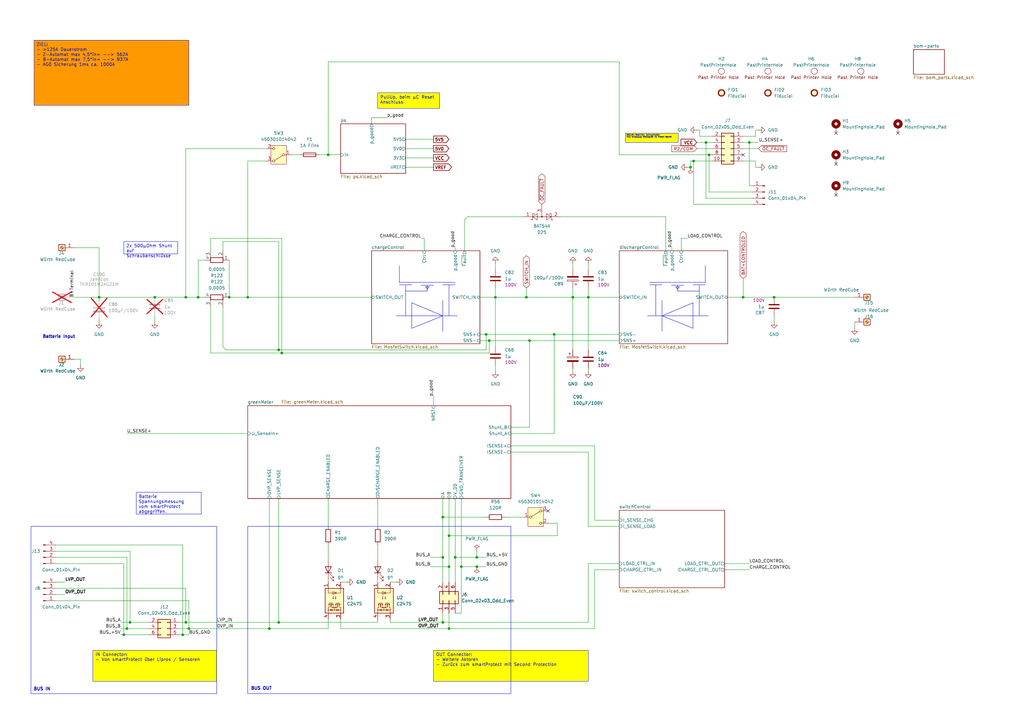
<source format=kicad_sch>
(kicad_sch
	(version 20250114)
	(generator "eeschema")
	(generator_version "9.0")
	(uuid "bf1f8167-8e29-49cc-a467-dd9cc2c77246")
	(paper "A3")
	(lib_symbols
		(symbol "Connector:Conn_01x04_Pin"
			(pin_names
				(offset 1.016)
				(hide yes)
			)
			(exclude_from_sim no)
			(in_bom yes)
			(on_board yes)
			(property "Reference" "J"
				(at 0 5.08 0)
				(effects
					(font
						(size 1.27 1.27)
					)
				)
			)
			(property "Value" "Conn_01x04_Pin"
				(at 0 -7.62 0)
				(effects
					(font
						(size 1.27 1.27)
					)
				)
			)
			(property "Footprint" ""
				(at 0 0 0)
				(effects
					(font
						(size 1.27 1.27)
					)
					(hide yes)
				)
			)
			(property "Datasheet" "~"
				(at 0 0 0)
				(effects
					(font
						(size 1.27 1.27)
					)
					(hide yes)
				)
			)
			(property "Description" "Generic connector, single row, 01x04, script generated"
				(at 0 0 0)
				(effects
					(font
						(size 1.27 1.27)
					)
					(hide yes)
				)
			)
			(property "ki_locked" ""
				(at 0 0 0)
				(effects
					(font
						(size 1.27 1.27)
					)
				)
			)
			(property "ki_keywords" "connector"
				(at 0 0 0)
				(effects
					(font
						(size 1.27 1.27)
					)
					(hide yes)
				)
			)
			(property "ki_fp_filters" "Connector*:*_1x??_*"
				(at 0 0 0)
				(effects
					(font
						(size 1.27 1.27)
					)
					(hide yes)
				)
			)
			(symbol "Conn_01x04_Pin_1_1"
				(rectangle
					(start 0.8636 2.667)
					(end 0 2.413)
					(stroke
						(width 0.1524)
						(type default)
					)
					(fill
						(type outline)
					)
				)
				(rectangle
					(start 0.8636 0.127)
					(end 0 -0.127)
					(stroke
						(width 0.1524)
						(type default)
					)
					(fill
						(type outline)
					)
				)
				(rectangle
					(start 0.8636 -2.413)
					(end 0 -2.667)
					(stroke
						(width 0.1524)
						(type default)
					)
					(fill
						(type outline)
					)
				)
				(rectangle
					(start 0.8636 -4.953)
					(end 0 -5.207)
					(stroke
						(width 0.1524)
						(type default)
					)
					(fill
						(type outline)
					)
				)
				(polyline
					(pts
						(xy 1.27 2.54) (xy 0.8636 2.54)
					)
					(stroke
						(width 0.1524)
						(type default)
					)
					(fill
						(type none)
					)
				)
				(polyline
					(pts
						(xy 1.27 0) (xy 0.8636 0)
					)
					(stroke
						(width 0.1524)
						(type default)
					)
					(fill
						(type none)
					)
				)
				(polyline
					(pts
						(xy 1.27 -2.54) (xy 0.8636 -2.54)
					)
					(stroke
						(width 0.1524)
						(type default)
					)
					(fill
						(type none)
					)
				)
				(polyline
					(pts
						(xy 1.27 -5.08) (xy 0.8636 -5.08)
					)
					(stroke
						(width 0.1524)
						(type default)
					)
					(fill
						(type none)
					)
				)
				(pin passive line
					(at 5.08 2.54 180)
					(length 3.81)
					(name "Pin_1"
						(effects
							(font
								(size 1.27 1.27)
							)
						)
					)
					(number "1"
						(effects
							(font
								(size 1.27 1.27)
							)
						)
					)
				)
				(pin passive line
					(at 5.08 0 180)
					(length 3.81)
					(name "Pin_2"
						(effects
							(font
								(size 1.27 1.27)
							)
						)
					)
					(number "2"
						(effects
							(font
								(size 1.27 1.27)
							)
						)
					)
				)
				(pin passive line
					(at 5.08 -2.54 180)
					(length 3.81)
					(name "Pin_3"
						(effects
							(font
								(size 1.27 1.27)
							)
						)
					)
					(number "3"
						(effects
							(font
								(size 1.27 1.27)
							)
						)
					)
				)
				(pin passive line
					(at 5.08 -5.08 180)
					(length 3.81)
					(name "Pin_4"
						(effects
							(font
								(size 1.27 1.27)
							)
						)
					)
					(number "4"
						(effects
							(font
								(size 1.27 1.27)
							)
						)
					)
				)
			)
			(embedded_fonts no)
		)
		(symbol "Connector:Screw_Terminal_01x01"
			(pin_names
				(offset 1.016)
				(hide yes)
			)
			(exclude_from_sim no)
			(in_bom yes)
			(on_board yes)
			(property "Reference" "J"
				(at 0 2.54 0)
				(effects
					(font
						(size 1.27 1.27)
					)
				)
			)
			(property "Value" "Screw_Terminal_01x01"
				(at 0 -2.54 0)
				(effects
					(font
						(size 1.27 1.27)
					)
				)
			)
			(property "Footprint" ""
				(at 0 0 0)
				(effects
					(font
						(size 1.27 1.27)
					)
					(hide yes)
				)
			)
			(property "Datasheet" "~"
				(at 0 0 0)
				(effects
					(font
						(size 1.27 1.27)
					)
					(hide yes)
				)
			)
			(property "Description" "Generic screw terminal, single row, 01x01, script generated (kicad-library-utils/schlib/autogen/connector/)"
				(at 0 0 0)
				(effects
					(font
						(size 1.27 1.27)
					)
					(hide yes)
				)
			)
			(property "ki_keywords" "screw terminal"
				(at 0 0 0)
				(effects
					(font
						(size 1.27 1.27)
					)
					(hide yes)
				)
			)
			(property "ki_fp_filters" "TerminalBlock*:*"
				(at 0 0 0)
				(effects
					(font
						(size 1.27 1.27)
					)
					(hide yes)
				)
			)
			(symbol "Screw_Terminal_01x01_1_1"
				(rectangle
					(start -1.27 1.27)
					(end 1.27 -1.27)
					(stroke
						(width 0.254)
						(type default)
					)
					(fill
						(type background)
					)
				)
				(polyline
					(pts
						(xy -0.5334 0.3302) (xy 0.3302 -0.508)
					)
					(stroke
						(width 0.1524)
						(type default)
					)
					(fill
						(type none)
					)
				)
				(polyline
					(pts
						(xy -0.3556 0.508) (xy 0.508 -0.3302)
					)
					(stroke
						(width 0.1524)
						(type default)
					)
					(fill
						(type none)
					)
				)
				(circle
					(center 0 0)
					(radius 0.635)
					(stroke
						(width 0.1524)
						(type default)
					)
					(fill
						(type none)
					)
				)
				(pin passive line
					(at -5.08 0 0)
					(length 3.81)
					(name "Pin_1"
						(effects
							(font
								(size 1.27 1.27)
							)
						)
					)
					(number "1"
						(effects
							(font
								(size 1.27 1.27)
							)
						)
					)
				)
			)
			(embedded_fonts no)
		)
		(symbol "Connector_Generic:Conn_02x03_Odd_Even"
			(pin_names
				(offset 1.016)
				(hide yes)
			)
			(exclude_from_sim no)
			(in_bom yes)
			(on_board yes)
			(property "Reference" "J"
				(at 1.27 5.08 0)
				(effects
					(font
						(size 1.27 1.27)
					)
				)
			)
			(property "Value" "Conn_02x03_Odd_Even"
				(at 1.27 -5.08 0)
				(effects
					(font
						(size 1.27 1.27)
					)
				)
			)
			(property "Footprint" ""
				(at 0 0 0)
				(effects
					(font
						(size 1.27 1.27)
					)
					(hide yes)
				)
			)
			(property "Datasheet" "~"
				(at 0 0 0)
				(effects
					(font
						(size 1.27 1.27)
					)
					(hide yes)
				)
			)
			(property "Description" "Generic connector, double row, 02x03, odd/even pin numbering scheme (row 1 odd numbers, row 2 even numbers), script generated (kicad-library-utils/schlib/autogen/connector/)"
				(at 0 0 0)
				(effects
					(font
						(size 1.27 1.27)
					)
					(hide yes)
				)
			)
			(property "ki_keywords" "connector"
				(at 0 0 0)
				(effects
					(font
						(size 1.27 1.27)
					)
					(hide yes)
				)
			)
			(property "ki_fp_filters" "Connector*:*_2x??_*"
				(at 0 0 0)
				(effects
					(font
						(size 1.27 1.27)
					)
					(hide yes)
				)
			)
			(symbol "Conn_02x03_Odd_Even_1_1"
				(rectangle
					(start -1.27 3.81)
					(end 3.81 -3.81)
					(stroke
						(width 0.254)
						(type default)
					)
					(fill
						(type background)
					)
				)
				(rectangle
					(start -1.27 2.667)
					(end 0 2.413)
					(stroke
						(width 0.1524)
						(type default)
					)
					(fill
						(type none)
					)
				)
				(rectangle
					(start -1.27 0.127)
					(end 0 -0.127)
					(stroke
						(width 0.1524)
						(type default)
					)
					(fill
						(type none)
					)
				)
				(rectangle
					(start -1.27 -2.413)
					(end 0 -2.667)
					(stroke
						(width 0.1524)
						(type default)
					)
					(fill
						(type none)
					)
				)
				(rectangle
					(start 3.81 2.667)
					(end 2.54 2.413)
					(stroke
						(width 0.1524)
						(type default)
					)
					(fill
						(type none)
					)
				)
				(rectangle
					(start 3.81 0.127)
					(end 2.54 -0.127)
					(stroke
						(width 0.1524)
						(type default)
					)
					(fill
						(type none)
					)
				)
				(rectangle
					(start 3.81 -2.413)
					(end 2.54 -2.667)
					(stroke
						(width 0.1524)
						(type default)
					)
					(fill
						(type none)
					)
				)
				(pin passive line
					(at -5.08 2.54 0)
					(length 3.81)
					(name "Pin_1"
						(effects
							(font
								(size 1.27 1.27)
							)
						)
					)
					(number "1"
						(effects
							(font
								(size 1.27 1.27)
							)
						)
					)
				)
				(pin passive line
					(at -5.08 0 0)
					(length 3.81)
					(name "Pin_3"
						(effects
							(font
								(size 1.27 1.27)
							)
						)
					)
					(number "3"
						(effects
							(font
								(size 1.27 1.27)
							)
						)
					)
				)
				(pin passive line
					(at -5.08 -2.54 0)
					(length 3.81)
					(name "Pin_5"
						(effects
							(font
								(size 1.27 1.27)
							)
						)
					)
					(number "5"
						(effects
							(font
								(size 1.27 1.27)
							)
						)
					)
				)
				(pin passive line
					(at 7.62 2.54 180)
					(length 3.81)
					(name "Pin_2"
						(effects
							(font
								(size 1.27 1.27)
							)
						)
					)
					(number "2"
						(effects
							(font
								(size 1.27 1.27)
							)
						)
					)
				)
				(pin passive line
					(at 7.62 0 180)
					(length 3.81)
					(name "Pin_4"
						(effects
							(font
								(size 1.27 1.27)
							)
						)
					)
					(number "4"
						(effects
							(font
								(size 1.27 1.27)
							)
						)
					)
				)
				(pin passive line
					(at 7.62 -2.54 180)
					(length 3.81)
					(name "Pin_6"
						(effects
							(font
								(size 1.27 1.27)
							)
						)
					)
					(number "6"
						(effects
							(font
								(size 1.27 1.27)
							)
						)
					)
				)
			)
			(embedded_fonts no)
		)
		(symbol "Connector_Generic:Conn_02x05_Odd_Even"
			(pin_names
				(offset 1.016)
				(hide yes)
			)
			(exclude_from_sim no)
			(in_bom yes)
			(on_board yes)
			(property "Reference" "J"
				(at 1.27 7.62 0)
				(effects
					(font
						(size 1.27 1.27)
					)
				)
			)
			(property "Value" "Conn_02x05_Odd_Even"
				(at 1.27 -7.62 0)
				(effects
					(font
						(size 1.27 1.27)
					)
				)
			)
			(property "Footprint" ""
				(at 0 0 0)
				(effects
					(font
						(size 1.27 1.27)
					)
					(hide yes)
				)
			)
			(property "Datasheet" "~"
				(at 0 0 0)
				(effects
					(font
						(size 1.27 1.27)
					)
					(hide yes)
				)
			)
			(property "Description" "Generic connector, double row, 02x05, odd/even pin numbering scheme (row 1 odd numbers, row 2 even numbers), script generated (kicad-library-utils/schlib/autogen/connector/)"
				(at 0 0 0)
				(effects
					(font
						(size 1.27 1.27)
					)
					(hide yes)
				)
			)
			(property "ki_keywords" "connector"
				(at 0 0 0)
				(effects
					(font
						(size 1.27 1.27)
					)
					(hide yes)
				)
			)
			(property "ki_fp_filters" "Connector*:*_2x??_*"
				(at 0 0 0)
				(effects
					(font
						(size 1.27 1.27)
					)
					(hide yes)
				)
			)
			(symbol "Conn_02x05_Odd_Even_1_1"
				(rectangle
					(start -1.27 6.35)
					(end 3.81 -6.35)
					(stroke
						(width 0.254)
						(type default)
					)
					(fill
						(type background)
					)
				)
				(rectangle
					(start -1.27 5.207)
					(end 0 4.953)
					(stroke
						(width 0.1524)
						(type default)
					)
					(fill
						(type none)
					)
				)
				(rectangle
					(start -1.27 2.667)
					(end 0 2.413)
					(stroke
						(width 0.1524)
						(type default)
					)
					(fill
						(type none)
					)
				)
				(rectangle
					(start -1.27 0.127)
					(end 0 -0.127)
					(stroke
						(width 0.1524)
						(type default)
					)
					(fill
						(type none)
					)
				)
				(rectangle
					(start -1.27 -2.413)
					(end 0 -2.667)
					(stroke
						(width 0.1524)
						(type default)
					)
					(fill
						(type none)
					)
				)
				(rectangle
					(start -1.27 -4.953)
					(end 0 -5.207)
					(stroke
						(width 0.1524)
						(type default)
					)
					(fill
						(type none)
					)
				)
				(rectangle
					(start 3.81 5.207)
					(end 2.54 4.953)
					(stroke
						(width 0.1524)
						(type default)
					)
					(fill
						(type none)
					)
				)
				(rectangle
					(start 3.81 2.667)
					(end 2.54 2.413)
					(stroke
						(width 0.1524)
						(type default)
					)
					(fill
						(type none)
					)
				)
				(rectangle
					(start 3.81 0.127)
					(end 2.54 -0.127)
					(stroke
						(width 0.1524)
						(type default)
					)
					(fill
						(type none)
					)
				)
				(rectangle
					(start 3.81 -2.413)
					(end 2.54 -2.667)
					(stroke
						(width 0.1524)
						(type default)
					)
					(fill
						(type none)
					)
				)
				(rectangle
					(start 3.81 -4.953)
					(end 2.54 -5.207)
					(stroke
						(width 0.1524)
						(type default)
					)
					(fill
						(type none)
					)
				)
				(pin passive line
					(at -5.08 5.08 0)
					(length 3.81)
					(name "Pin_1"
						(effects
							(font
								(size 1.27 1.27)
							)
						)
					)
					(number "1"
						(effects
							(font
								(size 1.27 1.27)
							)
						)
					)
				)
				(pin passive line
					(at -5.08 2.54 0)
					(length 3.81)
					(name "Pin_3"
						(effects
							(font
								(size 1.27 1.27)
							)
						)
					)
					(number "3"
						(effects
							(font
								(size 1.27 1.27)
							)
						)
					)
				)
				(pin passive line
					(at -5.08 0 0)
					(length 3.81)
					(name "Pin_5"
						(effects
							(font
								(size 1.27 1.27)
							)
						)
					)
					(number "5"
						(effects
							(font
								(size 1.27 1.27)
							)
						)
					)
				)
				(pin passive line
					(at -5.08 -2.54 0)
					(length 3.81)
					(name "Pin_7"
						(effects
							(font
								(size 1.27 1.27)
							)
						)
					)
					(number "7"
						(effects
							(font
								(size 1.27 1.27)
							)
						)
					)
				)
				(pin passive line
					(at -5.08 -5.08 0)
					(length 3.81)
					(name "Pin_9"
						(effects
							(font
								(size 1.27 1.27)
							)
						)
					)
					(number "9"
						(effects
							(font
								(size 1.27 1.27)
							)
						)
					)
				)
				(pin passive line
					(at 7.62 5.08 180)
					(length 3.81)
					(name "Pin_2"
						(effects
							(font
								(size 1.27 1.27)
							)
						)
					)
					(number "2"
						(effects
							(font
								(size 1.27 1.27)
							)
						)
					)
				)
				(pin passive line
					(at 7.62 2.54 180)
					(length 3.81)
					(name "Pin_4"
						(effects
							(font
								(size 1.27 1.27)
							)
						)
					)
					(number "4"
						(effects
							(font
								(size 1.27 1.27)
							)
						)
					)
				)
				(pin passive line
					(at 7.62 0 180)
					(length 3.81)
					(name "Pin_6"
						(effects
							(font
								(size 1.27 1.27)
							)
						)
					)
					(number "6"
						(effects
							(font
								(size 1.27 1.27)
							)
						)
					)
				)
				(pin passive line
					(at 7.62 -2.54 180)
					(length 3.81)
					(name "Pin_8"
						(effects
							(font
								(size 1.27 1.27)
							)
						)
					)
					(number "8"
						(effects
							(font
								(size 1.27 1.27)
							)
						)
					)
				)
				(pin passive line
					(at 7.62 -5.08 180)
					(length 3.81)
					(name "Pin_10"
						(effects
							(font
								(size 1.27 1.27)
							)
						)
					)
					(number "10"
						(effects
							(font
								(size 1.27 1.27)
							)
						)
					)
				)
			)
			(embedded_fonts no)
		)
		(symbol "Device:C"
			(pin_numbers
				(hide yes)
			)
			(pin_names
				(offset 0.254)
			)
			(exclude_from_sim no)
			(in_bom yes)
			(on_board yes)
			(property "Reference" "C"
				(at 0.635 2.54 0)
				(effects
					(font
						(size 1.27 1.27)
					)
					(justify left)
				)
			)
			(property "Value" "C"
				(at 0.635 -2.54 0)
				(effects
					(font
						(size 1.27 1.27)
					)
					(justify left)
				)
			)
			(property "Footprint" ""
				(at 0.9652 -3.81 0)
				(effects
					(font
						(size 1.27 1.27)
					)
					(hide yes)
				)
			)
			(property "Datasheet" "~"
				(at 0 0 0)
				(effects
					(font
						(size 1.27 1.27)
					)
					(hide yes)
				)
			)
			(property "Description" "Unpolarized capacitor"
				(at 0 0 0)
				(effects
					(font
						(size 1.27 1.27)
					)
					(hide yes)
				)
			)
			(property "ki_keywords" "cap capacitor"
				(at 0 0 0)
				(effects
					(font
						(size 1.27 1.27)
					)
					(hide yes)
				)
			)
			(property "ki_fp_filters" "C_*"
				(at 0 0 0)
				(effects
					(font
						(size 1.27 1.27)
					)
					(hide yes)
				)
			)
			(symbol "C_0_1"
				(polyline
					(pts
						(xy -2.032 0.762) (xy 2.032 0.762)
					)
					(stroke
						(width 0.508)
						(type default)
					)
					(fill
						(type none)
					)
				)
				(polyline
					(pts
						(xy -2.032 -0.762) (xy 2.032 -0.762)
					)
					(stroke
						(width 0.508)
						(type default)
					)
					(fill
						(type none)
					)
				)
			)
			(symbol "C_1_1"
				(pin passive line
					(at 0 3.81 270)
					(length 2.794)
					(name "~"
						(effects
							(font
								(size 1.27 1.27)
							)
						)
					)
					(number "1"
						(effects
							(font
								(size 1.27 1.27)
							)
						)
					)
				)
				(pin passive line
					(at 0 -3.81 90)
					(length 2.794)
					(name "~"
						(effects
							(font
								(size 1.27 1.27)
							)
						)
					)
					(number "2"
						(effects
							(font
								(size 1.27 1.27)
							)
						)
					)
				)
			)
			(embedded_fonts no)
		)
		(symbol "Device:C_Polarized"
			(pin_numbers
				(hide yes)
			)
			(pin_names
				(offset 0.254)
			)
			(exclude_from_sim no)
			(in_bom yes)
			(on_board yes)
			(property "Reference" "C"
				(at 0.635 2.54 0)
				(effects
					(font
						(size 1.27 1.27)
					)
					(justify left)
				)
			)
			(property "Value" "C_Polarized"
				(at 0.635 -2.54 0)
				(effects
					(font
						(size 1.27 1.27)
					)
					(justify left)
				)
			)
			(property "Footprint" ""
				(at 0.9652 -3.81 0)
				(effects
					(font
						(size 1.27 1.27)
					)
					(hide yes)
				)
			)
			(property "Datasheet" "~"
				(at 0 0 0)
				(effects
					(font
						(size 1.27 1.27)
					)
					(hide yes)
				)
			)
			(property "Description" "Polarized capacitor"
				(at 0 0 0)
				(effects
					(font
						(size 1.27 1.27)
					)
					(hide yes)
				)
			)
			(property "ki_keywords" "cap capacitor"
				(at 0 0 0)
				(effects
					(font
						(size 1.27 1.27)
					)
					(hide yes)
				)
			)
			(property "ki_fp_filters" "CP_*"
				(at 0 0 0)
				(effects
					(font
						(size 1.27 1.27)
					)
					(hide yes)
				)
			)
			(symbol "C_Polarized_0_1"
				(rectangle
					(start -2.286 0.508)
					(end 2.286 1.016)
					(stroke
						(width 0)
						(type default)
					)
					(fill
						(type none)
					)
				)
				(polyline
					(pts
						(xy -1.778 2.286) (xy -0.762 2.286)
					)
					(stroke
						(width 0)
						(type default)
					)
					(fill
						(type none)
					)
				)
				(polyline
					(pts
						(xy -1.27 2.794) (xy -1.27 1.778)
					)
					(stroke
						(width 0)
						(type default)
					)
					(fill
						(type none)
					)
				)
				(rectangle
					(start 2.286 -0.508)
					(end -2.286 -1.016)
					(stroke
						(width 0)
						(type default)
					)
					(fill
						(type outline)
					)
				)
			)
			(symbol "C_Polarized_1_1"
				(pin passive line
					(at 0 3.81 270)
					(length 2.794)
					(name "~"
						(effects
							(font
								(size 1.27 1.27)
							)
						)
					)
					(number "1"
						(effects
							(font
								(size 1.27 1.27)
							)
						)
					)
				)
				(pin passive line
					(at 0 -3.81 90)
					(length 2.794)
					(name "~"
						(effects
							(font
								(size 1.27 1.27)
							)
						)
					)
					(number "2"
						(effects
							(font
								(size 1.27 1.27)
							)
						)
					)
				)
			)
			(embedded_fonts no)
		)
		(symbol "Device:Fuse"
			(pin_numbers
				(hide yes)
			)
			(pin_names
				(offset 0)
			)
			(exclude_from_sim no)
			(in_bom yes)
			(on_board yes)
			(property "Reference" "F"
				(at 2.032 0 90)
				(effects
					(font
						(size 1.27 1.27)
					)
				)
			)
			(property "Value" "Fuse"
				(at -1.905 0 90)
				(effects
					(font
						(size 1.27 1.27)
					)
				)
			)
			(property "Footprint" ""
				(at -1.778 0 90)
				(effects
					(font
						(size 1.27 1.27)
					)
					(hide yes)
				)
			)
			(property "Datasheet" "~"
				(at 0 0 0)
				(effects
					(font
						(size 1.27 1.27)
					)
					(hide yes)
				)
			)
			(property "Description" "Fuse"
				(at 0 0 0)
				(effects
					(font
						(size 1.27 1.27)
					)
					(hide yes)
				)
			)
			(property "ki_keywords" "fuse"
				(at 0 0 0)
				(effects
					(font
						(size 1.27 1.27)
					)
					(hide yes)
				)
			)
			(property "ki_fp_filters" "*Fuse*"
				(at 0 0 0)
				(effects
					(font
						(size 1.27 1.27)
					)
					(hide yes)
				)
			)
			(symbol "Fuse_0_1"
				(rectangle
					(start -0.762 -2.54)
					(end 0.762 2.54)
					(stroke
						(width 0.254)
						(type default)
					)
					(fill
						(type none)
					)
				)
				(polyline
					(pts
						(xy 0 2.54) (xy 0 -2.54)
					)
					(stroke
						(width 0)
						(type default)
					)
					(fill
						(type none)
					)
				)
			)
			(symbol "Fuse_1_1"
				(pin passive line
					(at 0 3.81 270)
					(length 1.27)
					(name "~"
						(effects
							(font
								(size 1.27 1.27)
							)
						)
					)
					(number "1"
						(effects
							(font
								(size 1.27 1.27)
							)
						)
					)
				)
				(pin passive line
					(at 0 -3.81 90)
					(length 1.27)
					(name "~"
						(effects
							(font
								(size 1.27 1.27)
							)
						)
					)
					(number "2"
						(effects
							(font
								(size 1.27 1.27)
							)
						)
					)
				)
			)
			(embedded_fonts no)
		)
		(symbol "Device:LED"
			(pin_numbers
				(hide yes)
			)
			(pin_names
				(offset 1.016)
				(hide yes)
			)
			(exclude_from_sim no)
			(in_bom yes)
			(on_board yes)
			(property "Reference" "D"
				(at 0 2.54 0)
				(effects
					(font
						(size 1.27 1.27)
					)
				)
			)
			(property "Value" "LED"
				(at 0 -2.54 0)
				(effects
					(font
						(size 1.27 1.27)
					)
				)
			)
			(property "Footprint" ""
				(at 0 0 0)
				(effects
					(font
						(size 1.27 1.27)
					)
					(hide yes)
				)
			)
			(property "Datasheet" "~"
				(at 0 0 0)
				(effects
					(font
						(size 1.27 1.27)
					)
					(hide yes)
				)
			)
			(property "Description" "Light emitting diode"
				(at 0 0 0)
				(effects
					(font
						(size 1.27 1.27)
					)
					(hide yes)
				)
			)
			(property "Sim.Pins" "1=K 2=A"
				(at 0 0 0)
				(effects
					(font
						(size 1.27 1.27)
					)
					(hide yes)
				)
			)
			(property "ki_keywords" "LED diode"
				(at 0 0 0)
				(effects
					(font
						(size 1.27 1.27)
					)
					(hide yes)
				)
			)
			(property "ki_fp_filters" "LED* LED_SMD:* LED_THT:*"
				(at 0 0 0)
				(effects
					(font
						(size 1.27 1.27)
					)
					(hide yes)
				)
			)
			(symbol "LED_0_1"
				(polyline
					(pts
						(xy -3.048 -0.762) (xy -4.572 -2.286) (xy -3.81 -2.286) (xy -4.572 -2.286) (xy -4.572 -1.524)
					)
					(stroke
						(width 0)
						(type default)
					)
					(fill
						(type none)
					)
				)
				(polyline
					(pts
						(xy -1.778 -0.762) (xy -3.302 -2.286) (xy -2.54 -2.286) (xy -3.302 -2.286) (xy -3.302 -1.524)
					)
					(stroke
						(width 0)
						(type default)
					)
					(fill
						(type none)
					)
				)
				(polyline
					(pts
						(xy -1.27 0) (xy 1.27 0)
					)
					(stroke
						(width 0)
						(type default)
					)
					(fill
						(type none)
					)
				)
				(polyline
					(pts
						(xy -1.27 -1.27) (xy -1.27 1.27)
					)
					(stroke
						(width 0.254)
						(type default)
					)
					(fill
						(type none)
					)
				)
				(polyline
					(pts
						(xy 1.27 -1.27) (xy 1.27 1.27) (xy -1.27 0) (xy 1.27 -1.27)
					)
					(stroke
						(width 0.254)
						(type default)
					)
					(fill
						(type none)
					)
				)
			)
			(symbol "LED_1_1"
				(pin passive line
					(at -3.81 0 0)
					(length 2.54)
					(name "K"
						(effects
							(font
								(size 1.27 1.27)
							)
						)
					)
					(number "1"
						(effects
							(font
								(size 1.27 1.27)
							)
						)
					)
				)
				(pin passive line
					(at 3.81 0 180)
					(length 2.54)
					(name "A"
						(effects
							(font
								(size 1.27 1.27)
							)
						)
					)
					(number "2"
						(effects
							(font
								(size 1.27 1.27)
							)
						)
					)
				)
			)
			(embedded_fonts no)
		)
		(symbol "Device:R"
			(pin_numbers
				(hide yes)
			)
			(pin_names
				(offset 0)
			)
			(exclude_from_sim no)
			(in_bom yes)
			(on_board yes)
			(property "Reference" "R"
				(at 2.032 0 90)
				(effects
					(font
						(size 1.27 1.27)
					)
				)
			)
			(property "Value" "R"
				(at 0 0 90)
				(effects
					(font
						(size 1.27 1.27)
					)
				)
			)
			(property "Footprint" ""
				(at -1.778 0 90)
				(effects
					(font
						(size 1.27 1.27)
					)
					(hide yes)
				)
			)
			(property "Datasheet" "~"
				(at 0 0 0)
				(effects
					(font
						(size 1.27 1.27)
					)
					(hide yes)
				)
			)
			(property "Description" "Resistor"
				(at 0 0 0)
				(effects
					(font
						(size 1.27 1.27)
					)
					(hide yes)
				)
			)
			(property "ki_keywords" "R res resistor"
				(at 0 0 0)
				(effects
					(font
						(size 1.27 1.27)
					)
					(hide yes)
				)
			)
			(property "ki_fp_filters" "R_*"
				(at 0 0 0)
				(effects
					(font
						(size 1.27 1.27)
					)
					(hide yes)
				)
			)
			(symbol "R_0_1"
				(rectangle
					(start -1.016 -2.54)
					(end 1.016 2.54)
					(stroke
						(width 0.254)
						(type default)
					)
					(fill
						(type none)
					)
				)
			)
			(symbol "R_1_1"
				(pin passive line
					(at 0 3.81 270)
					(length 1.27)
					(name "~"
						(effects
							(font
								(size 1.27 1.27)
							)
						)
					)
					(number "1"
						(effects
							(font
								(size 1.27 1.27)
							)
						)
					)
				)
				(pin passive line
					(at 0 -3.81 90)
					(length 1.27)
					(name "~"
						(effects
							(font
								(size 1.27 1.27)
							)
						)
					)
					(number "2"
						(effects
							(font
								(size 1.27 1.27)
							)
						)
					)
				)
			)
			(embedded_fonts no)
		)
		(symbol "Device:R_Shunt"
			(pin_numbers
				(hide yes)
			)
			(pin_names
				(offset 0)
			)
			(exclude_from_sim no)
			(in_bom yes)
			(on_board yes)
			(property "Reference" "R"
				(at -4.445 0 90)
				(effects
					(font
						(size 1.27 1.27)
					)
				)
			)
			(property "Value" "R_Shunt"
				(at -2.54 0 90)
				(effects
					(font
						(size 1.27 1.27)
					)
				)
			)
			(property "Footprint" ""
				(at -1.778 0 90)
				(effects
					(font
						(size 1.27 1.27)
					)
					(hide yes)
				)
			)
			(property "Datasheet" "~"
				(at 0 0 0)
				(effects
					(font
						(size 1.27 1.27)
					)
					(hide yes)
				)
			)
			(property "Description" "Shunt resistor"
				(at 0 0 0)
				(effects
					(font
						(size 1.27 1.27)
					)
					(hide yes)
				)
			)
			(property "ki_keywords" "R res shunt resistor"
				(at 0 0 0)
				(effects
					(font
						(size 1.27 1.27)
					)
					(hide yes)
				)
			)
			(property "ki_fp_filters" "R_*Shunt*"
				(at 0 0 0)
				(effects
					(font
						(size 1.27 1.27)
					)
					(hide yes)
				)
			)
			(symbol "R_Shunt_0_1"
				(rectangle
					(start -1.016 -2.54)
					(end 1.016 2.54)
					(stroke
						(width 0.254)
						(type default)
					)
					(fill
						(type none)
					)
				)
				(polyline
					(pts
						(xy 0 -2.54) (xy 1.27 -2.54)
					)
					(stroke
						(width 0)
						(type default)
					)
					(fill
						(type none)
					)
				)
				(polyline
					(pts
						(xy 1.27 2.54) (xy 0 2.54)
					)
					(stroke
						(width 0)
						(type default)
					)
					(fill
						(type none)
					)
				)
			)
			(symbol "R_Shunt_1_1"
				(pin passive line
					(at 0 5.08 270)
					(length 2.54)
					(name "1"
						(effects
							(font
								(size 1.27 1.27)
							)
						)
					)
					(number "1"
						(effects
							(font
								(size 1.27 1.27)
							)
						)
					)
				)
				(pin passive line
					(at 0 -5.08 90)
					(length 2.54)
					(name "4"
						(effects
							(font
								(size 1.27 1.27)
							)
						)
					)
					(number "4"
						(effects
							(font
								(size 1.27 1.27)
							)
						)
					)
				)
				(pin passive line
					(at 3.81 2.54 180)
					(length 2.54)
					(name "2"
						(effects
							(font
								(size 1.27 1.27)
							)
						)
					)
					(number "2"
						(effects
							(font
								(size 1.27 1.27)
							)
						)
					)
				)
				(pin passive line
					(at 3.81 -2.54 180)
					(length 2.54)
					(name "3"
						(effects
							(font
								(size 1.27 1.27)
							)
						)
					)
					(number "3"
						(effects
							(font
								(size 1.27 1.27)
							)
						)
					)
				)
			)
			(embedded_fonts no)
		)
		(symbol "Diode:BAT54A"
			(pin_names
				(offset 1.016)
			)
			(exclude_from_sim no)
			(in_bom yes)
			(on_board yes)
			(property "Reference" "D"
				(at 0.635 -3.81 0)
				(effects
					(font
						(size 1.27 1.27)
					)
					(justify left)
				)
			)
			(property "Value" "BAT54A"
				(at -6.35 3.175 0)
				(effects
					(font
						(size 1.27 1.27)
					)
					(justify left)
				)
			)
			(property "Footprint" "Package_TO_SOT_SMD:SOT-23"
				(at 1.905 3.175 0)
				(effects
					(font
						(size 1.27 1.27)
					)
					(justify left)
					(hide yes)
				)
			)
			(property "Datasheet" "http://www.diodes.com/_files/datasheets/ds11005.pdf"
				(at -3.048 0 0)
				(effects
					(font
						(size 1.27 1.27)
					)
					(hide yes)
				)
			)
			(property "Description" "schottky barrier diode"
				(at 0 0 0)
				(effects
					(font
						(size 1.27 1.27)
					)
					(hide yes)
				)
			)
			(property "ki_keywords" "schottky diode"
				(at 0 0 0)
				(effects
					(font
						(size 1.27 1.27)
					)
					(hide yes)
				)
			)
			(property "ki_fp_filters" "SOT?23*"
				(at 0 0 0)
				(effects
					(font
						(size 1.27 1.27)
					)
					(hide yes)
				)
			)
			(symbol "BAT54A_0_1"
				(polyline
					(pts
						(xy -4.445 1.27) (xy -4.445 1.016)
					)
					(stroke
						(width 0)
						(type default)
					)
					(fill
						(type none)
					)
				)
				(polyline
					(pts
						(xy -3.81 1.27) (xy -4.445 1.27)
					)
					(stroke
						(width 0)
						(type default)
					)
					(fill
						(type none)
					)
				)
				(polyline
					(pts
						(xy -3.81 0) (xy -1.27 0)
					)
					(stroke
						(width 0)
						(type default)
					)
					(fill
						(type none)
					)
				)
				(polyline
					(pts
						(xy -3.81 -1.27) (xy -3.81 1.27)
					)
					(stroke
						(width 0)
						(type default)
					)
					(fill
						(type none)
					)
				)
				(polyline
					(pts
						(xy -3.81 -1.27) (xy -3.175 -1.27)
					)
					(stroke
						(width 0)
						(type default)
					)
					(fill
						(type none)
					)
				)
				(polyline
					(pts
						(xy -3.175 -1.27) (xy -3.175 -1.016)
					)
					(stroke
						(width 0)
						(type default)
					)
					(fill
						(type none)
					)
				)
				(polyline
					(pts
						(xy -1.905 1.27) (xy -1.905 -1.27) (xy -3.81 0) (xy -1.905 1.27)
					)
					(stroke
						(width 0)
						(type default)
					)
					(fill
						(type none)
					)
				)
				(polyline
					(pts
						(xy -1.905 0) (xy 1.905 0)
					)
					(stroke
						(width 0)
						(type default)
					)
					(fill
						(type none)
					)
				)
				(circle
					(center 0 0)
					(radius 0.254)
					(stroke
						(width 0)
						(type default)
					)
					(fill
						(type outline)
					)
				)
				(polyline
					(pts
						(xy 1.27 0) (xy 3.81 0)
					)
					(stroke
						(width 0)
						(type default)
					)
					(fill
						(type none)
					)
				)
				(polyline
					(pts
						(xy 1.905 1.27) (xy 1.905 -1.27) (xy 3.81 0) (xy 1.905 1.27)
					)
					(stroke
						(width 0)
						(type default)
					)
					(fill
						(type none)
					)
				)
				(polyline
					(pts
						(xy 3.175 -1.27) (xy 3.175 -1.016)
					)
					(stroke
						(width 0)
						(type default)
					)
					(fill
						(type none)
					)
				)
				(polyline
					(pts
						(xy 3.81 1.27) (xy 4.445 1.27)
					)
					(stroke
						(width 0)
						(type default)
					)
					(fill
						(type none)
					)
				)
				(polyline
					(pts
						(xy 3.81 -1.27) (xy 3.175 -1.27)
					)
					(stroke
						(width 0)
						(type default)
					)
					(fill
						(type none)
					)
				)
				(polyline
					(pts
						(xy 3.81 -1.27) (xy 3.81 1.27)
					)
					(stroke
						(width 0)
						(type default)
					)
					(fill
						(type none)
					)
				)
				(polyline
					(pts
						(xy 4.445 1.27) (xy 4.445 1.016)
					)
					(stroke
						(width 0)
						(type default)
					)
					(fill
						(type none)
					)
				)
			)
			(symbol "BAT54A_1_1"
				(pin passive line
					(at -7.62 0 0)
					(length 3.81)
					(name "~"
						(effects
							(font
								(size 1.27 1.27)
							)
						)
					)
					(number "1"
						(effects
							(font
								(size 1.27 1.27)
							)
						)
					)
				)
				(pin passive line
					(at 0 -5.08 90)
					(length 5.08)
					(name "~"
						(effects
							(font
								(size 1.27 1.27)
							)
						)
					)
					(number "3"
						(effects
							(font
								(size 1.27 1.27)
							)
						)
					)
				)
				(pin passive line
					(at 7.62 0 180)
					(length 3.81)
					(name "~"
						(effects
							(font
								(size 1.27 1.27)
							)
						)
					)
					(number "2"
						(effects
							(font
								(size 1.27 1.27)
							)
						)
					)
				)
			)
			(embedded_fonts no)
		)
		(symbol "Mechanical:Fiducial"
			(exclude_from_sim yes)
			(in_bom no)
			(on_board yes)
			(property "Reference" "FID"
				(at 0 5.08 0)
				(effects
					(font
						(size 1.27 1.27)
					)
				)
			)
			(property "Value" "Fiducial"
				(at 0 3.175 0)
				(effects
					(font
						(size 1.27 1.27)
					)
				)
			)
			(property "Footprint" ""
				(at 0 0 0)
				(effects
					(font
						(size 1.27 1.27)
					)
					(hide yes)
				)
			)
			(property "Datasheet" "~"
				(at 0 0 0)
				(effects
					(font
						(size 1.27 1.27)
					)
					(hide yes)
				)
			)
			(property "Description" "Fiducial Marker"
				(at 0 0 0)
				(effects
					(font
						(size 1.27 1.27)
					)
					(hide yes)
				)
			)
			(property "ki_keywords" "fiducial marker"
				(at 0 0 0)
				(effects
					(font
						(size 1.27 1.27)
					)
					(hide yes)
				)
			)
			(property "ki_fp_filters" "Fiducial*"
				(at 0 0 0)
				(effects
					(font
						(size 1.27 1.27)
					)
					(hide yes)
				)
			)
			(symbol "Fiducial_0_1"
				(circle
					(center 0 0)
					(radius 1.27)
					(stroke
						(width 0.508)
						(type default)
					)
					(fill
						(type background)
					)
				)
			)
			(embedded_fonts no)
		)
		(symbol "Mechanical:MountingHole_Pad"
			(pin_numbers
				(hide yes)
			)
			(pin_names
				(offset 1.016)
				(hide yes)
			)
			(exclude_from_sim yes)
			(in_bom no)
			(on_board yes)
			(property "Reference" "H"
				(at 0 6.35 0)
				(effects
					(font
						(size 1.27 1.27)
					)
				)
			)
			(property "Value" "MountingHole_Pad"
				(at 0 4.445 0)
				(effects
					(font
						(size 1.27 1.27)
					)
				)
			)
			(property "Footprint" ""
				(at 0 0 0)
				(effects
					(font
						(size 1.27 1.27)
					)
					(hide yes)
				)
			)
			(property "Datasheet" "~"
				(at 0 0 0)
				(effects
					(font
						(size 1.27 1.27)
					)
					(hide yes)
				)
			)
			(property "Description" "Mounting Hole with connection"
				(at 0 0 0)
				(effects
					(font
						(size 1.27 1.27)
					)
					(hide yes)
				)
			)
			(property "ki_keywords" "mounting hole"
				(at 0 0 0)
				(effects
					(font
						(size 1.27 1.27)
					)
					(hide yes)
				)
			)
			(property "ki_fp_filters" "MountingHole*Pad*"
				(at 0 0 0)
				(effects
					(font
						(size 1.27 1.27)
					)
					(hide yes)
				)
			)
			(symbol "MountingHole_Pad_0_1"
				(circle
					(center 0 1.27)
					(radius 1.27)
					(stroke
						(width 1.27)
						(type default)
					)
					(fill
						(type none)
					)
				)
			)
			(symbol "MountingHole_Pad_1_1"
				(pin input line
					(at 0 -2.54 90)
					(length 2.54)
					(name "1"
						(effects
							(font
								(size 1.27 1.27)
							)
						)
					)
					(number "1"
						(effects
							(font
								(size 1.27 1.27)
							)
						)
					)
				)
			)
			(embedded_fonts no)
		)
		(symbol "Relay_SolidState:ASSR-1218"
			(exclude_from_sim no)
			(in_bom yes)
			(on_board yes)
			(property "Reference" "U"
				(at -5.08 5.08 0)
				(effects
					(font
						(size 1.27 1.27)
					)
					(justify left)
				)
			)
			(property "Value" "ASSR-1218"
				(at 0 5.08 0)
				(effects
					(font
						(size 1.27 1.27)
					)
					(justify left)
				)
			)
			(property "Footprint" "Package_SO:SO-4_4.4x4.3mm_P2.54mm"
				(at -5.08 -5.08 0)
				(effects
					(font
						(size 1.27 1.27)
						(italic yes)
					)
					(justify left)
					(hide yes)
				)
			)
			(property "Datasheet" "https://docs.broadcom.com/docs/AV02-0173EN"
				(at 0 0 0)
				(effects
					(font
						(size 1.27 1.27)
					)
					(justify left)
					(hide yes)
				)
			)
			(property "Description" "Form A, Solid State Relay (Photo MOSFET) 60V, 0.2A, 10Ohm, SO-4"
				(at 0 0 0)
				(effects
					(font
						(size 1.27 1.27)
					)
					(hide yes)
				)
			)
			(property "ki_keywords" "MOSFET Output Photorelay 1-Form-A"
				(at 0 0 0)
				(effects
					(font
						(size 1.27 1.27)
					)
					(hide yes)
				)
			)
			(property "ki_fp_filters" "SO*4.4x4.3mm*P2.54mm*"
				(at 0 0 0)
				(effects
					(font
						(size 1.27 1.27)
					)
					(hide yes)
				)
			)
			(symbol "ASSR-1218_0_1"
				(rectangle
					(start -5.08 3.81)
					(end 5.08 -3.81)
					(stroke
						(width 0.254)
						(type default)
					)
					(fill
						(type background)
					)
				)
				(polyline
					(pts
						(xy -5.08 2.54) (xy -3.175 2.54) (xy -3.175 -2.54) (xy -5.08 -2.54)
					)
					(stroke
						(width 0)
						(type default)
					)
					(fill
						(type none)
					)
				)
				(polyline
					(pts
						(xy -3.81 -0.635) (xy -2.54 -0.635)
					)
					(stroke
						(width 0)
						(type default)
					)
					(fill
						(type none)
					)
				)
				(polyline
					(pts
						(xy -3.175 -0.635) (xy -3.81 0.635) (xy -2.54 0.635) (xy -3.175 -0.635)
					)
					(stroke
						(width 0)
						(type default)
					)
					(fill
						(type none)
					)
				)
				(polyline
					(pts
						(xy -1.905 0.508) (xy -0.635 0.508) (xy -1.016 0.381) (xy -1.016 0.635) (xy -0.635 0.508)
					)
					(stroke
						(width 0)
						(type default)
					)
					(fill
						(type none)
					)
				)
				(polyline
					(pts
						(xy -1.905 -0.508) (xy -0.635 -0.508) (xy -1.016 -0.635) (xy -1.016 -0.381) (xy -0.635 -0.508)
					)
					(stroke
						(width 0)
						(type default)
					)
					(fill
						(type none)
					)
				)
				(polyline
					(pts
						(xy 1.016 2.159) (xy 1.016 0.635)
					)
					(stroke
						(width 0.2032)
						(type default)
					)
					(fill
						(type none)
					)
				)
				(polyline
					(pts
						(xy 1.016 -0.635) (xy 1.016 -2.159)
					)
					(stroke
						(width 0.2032)
						(type default)
					)
					(fill
						(type none)
					)
				)
				(polyline
					(pts
						(xy 1.524 2.286) (xy 1.524 2.032) (xy 1.524 2.032)
					)
					(stroke
						(width 0.3556)
						(type default)
					)
					(fill
						(type none)
					)
				)
				(polyline
					(pts
						(xy 1.524 1.524) (xy 1.524 1.27) (xy 1.524 1.27)
					)
					(stroke
						(width 0.3556)
						(type default)
					)
					(fill
						(type none)
					)
				)
				(polyline
					(pts
						(xy 1.524 0.762) (xy 1.524 0.508) (xy 1.524 0.508)
					)
					(stroke
						(width 0.3556)
						(type default)
					)
					(fill
						(type none)
					)
				)
				(polyline
					(pts
						(xy 1.524 -0.508) (xy 1.524 -0.762)
					)
					(stroke
						(width 0.3556)
						(type default)
					)
					(fill
						(type none)
					)
				)
				(polyline
					(pts
						(xy 1.524 -1.27) (xy 1.524 -1.524) (xy 1.524 -1.524)
					)
					(stroke
						(width 0.3556)
						(type default)
					)
					(fill
						(type none)
					)
				)
				(polyline
					(pts
						(xy 1.524 -2.032) (xy 1.524 -2.286) (xy 1.524 -2.286)
					)
					(stroke
						(width 0.3556)
						(type default)
					)
					(fill
						(type none)
					)
				)
				(polyline
					(pts
						(xy 1.651 2.159) (xy 2.794 2.159) (xy 2.794 2.54) (xy 5.08 2.54)
					)
					(stroke
						(width 0)
						(type default)
					)
					(fill
						(type none)
					)
				)
				(polyline
					(pts
						(xy 1.651 1.397) (xy 2.794 1.397) (xy 2.794 0.635)
					)
					(stroke
						(width 0)
						(type default)
					)
					(fill
						(type none)
					)
				)
				(polyline
					(pts
						(xy 1.651 -0.635) (xy 2.794 -0.635) (xy 2.794 0.635) (xy 1.651 0.635)
					)
					(stroke
						(width 0)
						(type default)
					)
					(fill
						(type none)
					)
				)
				(polyline
					(pts
						(xy 1.651 -1.397) (xy 2.794 -1.397) (xy 2.794 -0.635)
					)
					(stroke
						(width 0)
						(type default)
					)
					(fill
						(type none)
					)
				)
				(polyline
					(pts
						(xy 1.651 -2.159) (xy 2.794 -2.159) (xy 2.794 -2.54) (xy 5.08 -2.54)
					)
					(stroke
						(width 0)
						(type default)
					)
					(fill
						(type none)
					)
				)
				(polyline
					(pts
						(xy 1.778 1.397) (xy 2.286 1.524) (xy 2.286 1.27) (xy 1.778 1.397)
					)
					(stroke
						(width 0)
						(type default)
					)
					(fill
						(type none)
					)
				)
				(polyline
					(pts
						(xy 1.778 -1.397) (xy 2.286 -1.27) (xy 2.286 -1.524) (xy 1.778 -1.397)
					)
					(stroke
						(width 0)
						(type default)
					)
					(fill
						(type none)
					)
				)
				(circle
					(center 2.794 0.635)
					(radius 0.127)
					(stroke
						(width 0)
						(type default)
					)
					(fill
						(type none)
					)
				)
				(polyline
					(pts
						(xy 2.794 0) (xy 3.81 0)
					)
					(stroke
						(width 0)
						(type default)
					)
					(fill
						(type none)
					)
				)
				(circle
					(center 2.794 0)
					(radius 0.127)
					(stroke
						(width 0)
						(type default)
					)
					(fill
						(type none)
					)
				)
				(circle
					(center 2.794 -0.635)
					(radius 0.127)
					(stroke
						(width 0)
						(type default)
					)
					(fill
						(type none)
					)
				)
				(polyline
					(pts
						(xy 3.429 1.651) (xy 4.191 1.651)
					)
					(stroke
						(width 0)
						(type default)
					)
					(fill
						(type none)
					)
				)
				(polyline
					(pts
						(xy 3.429 -1.651) (xy 4.191 -1.651)
					)
					(stroke
						(width 0)
						(type default)
					)
					(fill
						(type none)
					)
				)
				(circle
					(center 3.81 2.54)
					(radius 0.127)
					(stroke
						(width 0)
						(type default)
					)
					(fill
						(type none)
					)
				)
				(polyline
					(pts
						(xy 3.81 1.651) (xy 3.429 0.889) (xy 4.191 0.889) (xy 3.81 1.651)
					)
					(stroke
						(width 0)
						(type default)
					)
					(fill
						(type none)
					)
				)
				(circle
					(center 3.81 0)
					(radius 0.127)
					(stroke
						(width 0)
						(type default)
					)
					(fill
						(type none)
					)
				)
				(polyline
					(pts
						(xy 3.81 -1.651) (xy 3.429 -0.889) (xy 4.191 -0.889) (xy 3.81 -1.651)
					)
					(stroke
						(width 0)
						(type default)
					)
					(fill
						(type none)
					)
				)
				(polyline
					(pts
						(xy 3.81 -2.54) (xy 3.81 2.54)
					)
					(stroke
						(width 0)
						(type default)
					)
					(fill
						(type none)
					)
				)
				(circle
					(center 3.81 -2.54)
					(radius 0.127)
					(stroke
						(width 0)
						(type default)
					)
					(fill
						(type none)
					)
				)
			)
			(symbol "ASSR-1218_1_1"
				(pin passive line
					(at -7.62 2.54 0)
					(length 2.54)
					(name "~"
						(effects
							(font
								(size 1.27 1.27)
							)
						)
					)
					(number "1"
						(effects
							(font
								(size 1.27 1.27)
							)
						)
					)
				)
				(pin passive line
					(at -7.62 -2.54 0)
					(length 2.54)
					(name "~"
						(effects
							(font
								(size 1.27 1.27)
							)
						)
					)
					(number "2"
						(effects
							(font
								(size 1.27 1.27)
							)
						)
					)
				)
				(pin passive line
					(at 7.62 2.54 180)
					(length 2.54)
					(name "~"
						(effects
							(font
								(size 1.27 1.27)
							)
						)
					)
					(number "4"
						(effects
							(font
								(size 1.27 1.27)
							)
						)
					)
				)
				(pin passive line
					(at 7.62 -2.54 180)
					(length 2.54)
					(name "~"
						(effects
							(font
								(size 1.27 1.27)
							)
						)
					)
					(number "3"
						(effects
							(font
								(size 1.27 1.27)
							)
						)
					)
				)
			)
			(embedded_fonts no)
		)
		(symbol "Switch:SW_Wuerth_450301014042"
			(pin_names
				(offset 1)
				(hide yes)
			)
			(exclude_from_sim no)
			(in_bom yes)
			(on_board yes)
			(property "Reference" "SW"
				(at 0 5.08 0)
				(effects
					(font
						(size 1.27 1.27)
					)
				)
			)
			(property "Value" "SW_Wuerth_450301014042"
				(at 0 -5.08 0)
				(effects
					(font
						(size 1.27 1.27)
					)
				)
			)
			(property "Footprint" "Button_Switch_THT:SW_Slide-03_Wuerth-WS-SLTV_10x2.5x6.4_P2.54mm"
				(at 0 -10.16 0)
				(effects
					(font
						(size 1.27 1.27)
					)
					(hide yes)
				)
			)
			(property "Datasheet" "https://www.we-online.com/components/products/datasheet/450301014042.pdf"
				(at 0 -7.62 0)
				(effects
					(font
						(size 1.27 1.27)
					)
					(hide yes)
				)
			)
			(property "Description" "Switch slide, single pole double throw"
				(at 0 0 0)
				(effects
					(font
						(size 1.27 1.27)
					)
					(hide yes)
				)
			)
			(property "ki_keywords" "changeover single-pole opposite-side-connection double-throw spdt ON-ON"
				(at 0 0 0)
				(effects
					(font
						(size 1.27 1.27)
					)
					(hide yes)
				)
			)
			(property "ki_fp_filters" "SW*Wuerth*WS*SLTV*10x2.5x6.4*P2.54mm*"
				(at 0 0 0)
				(effects
					(font
						(size 1.27 1.27)
					)
					(hide yes)
				)
			)
			(symbol "SW_Wuerth_450301014042_0_1"
				(circle
					(center -2.032 0)
					(radius 0.4572)
					(stroke
						(width 0)
						(type default)
					)
					(fill
						(type none)
					)
				)
				(polyline
					(pts
						(xy -1.651 0.254) (xy 1.651 2.286)
					)
					(stroke
						(width 0)
						(type default)
					)
					(fill
						(type none)
					)
				)
				(circle
					(center 2.032 2.54)
					(radius 0.4572)
					(stroke
						(width 0)
						(type default)
					)
					(fill
						(type none)
					)
				)
				(circle
					(center 2.032 -2.54)
					(radius 0.4572)
					(stroke
						(width 0)
						(type default)
					)
					(fill
						(type none)
					)
				)
			)
			(symbol "SW_Wuerth_450301014042_1_1"
				(rectangle
					(start -3.175 3.81)
					(end 3.175 -3.81)
					(stroke
						(width 0)
						(type default)
					)
					(fill
						(type background)
					)
				)
				(pin passive line
					(at -5.08 0 0)
					(length 2.54)
					(name "B"
						(effects
							(font
								(size 1.27 1.27)
							)
						)
					)
					(number "1"
						(effects
							(font
								(size 1.27 1.27)
							)
						)
					)
				)
				(pin passive line
					(at 5.08 2.54 180)
					(length 2.54)
					(name "A"
						(effects
							(font
								(size 1.27 1.27)
							)
						)
					)
					(number "3"
						(effects
							(font
								(size 1.27 1.27)
							)
						)
					)
				)
				(pin passive line
					(at 5.08 -2.54 180)
					(length 2.54)
					(name "C"
						(effects
							(font
								(size 1.27 1.27)
							)
						)
					)
					(number "2"
						(effects
							(font
								(size 1.27 1.27)
							)
						)
					)
				)
			)
			(embedded_fonts no)
		)
		(symbol "myMounting:mounting_past_printer"
			(exclude_from_sim no)
			(in_bom no)
			(on_board yes)
			(property "Reference" "H"
				(at 0 0 0)
				(effects
					(font
						(size 1.27 1.27)
					)
				)
			)
			(property "Value" ""
				(at 0 0 0)
				(effects
					(font
						(size 1.27 1.27)
					)
				)
			)
			(property "Footprint" "myHoles:printer_mounting_holes_1mm"
				(at 0 0 0)
				(effects
					(font
						(size 1.27 1.27)
					)
					(hide yes)
				)
			)
			(property "Datasheet" ""
				(at 0 0 0)
				(effects
					(font
						(size 1.27 1.27)
					)
					(hide yes)
				)
			)
			(property "Description" ""
				(at 0 0 0)
				(effects
					(font
						(size 1.27 1.27)
					)
					(hide yes)
				)
			)
			(symbol "mounting_past_printer_0_1"
				(circle
					(center 0 0)
					(radius 1.27)
					(stroke
						(width 0)
						(type default)
					)
					(fill
						(type none)
					)
				)
			)
			(symbol "mounting_past_printer_1_1"
				(text "Past Printer Hole\n"
					(at -1.27 -2.54 0)
					(effects
						(font
							(size 1.27 1.27)
						)
					)
				)
			)
			(embedded_fonts no)
		)
		(symbol "power:GND"
			(power)
			(pin_numbers
				(hide yes)
			)
			(pin_names
				(offset 0)
				(hide yes)
			)
			(exclude_from_sim no)
			(in_bom yes)
			(on_board yes)
			(property "Reference" "#PWR"
				(at 0 -6.35 0)
				(effects
					(font
						(size 1.27 1.27)
					)
					(hide yes)
				)
			)
			(property "Value" "GND"
				(at 0 -3.81 0)
				(effects
					(font
						(size 1.27 1.27)
					)
				)
			)
			(property "Footprint" ""
				(at 0 0 0)
				(effects
					(font
						(size 1.27 1.27)
					)
					(hide yes)
				)
			)
			(property "Datasheet" ""
				(at 0 0 0)
				(effects
					(font
						(size 1.27 1.27)
					)
					(hide yes)
				)
			)
			(property "Description" "Power symbol creates a global label with name \"GND\" , ground"
				(at 0 0 0)
				(effects
					(font
						(size 1.27 1.27)
					)
					(hide yes)
				)
			)
			(property "ki_keywords" "global power"
				(at 0 0 0)
				(effects
					(font
						(size 1.27 1.27)
					)
					(hide yes)
				)
			)
			(symbol "GND_0_1"
				(polyline
					(pts
						(xy 0 0) (xy 0 -1.27) (xy 1.27 -1.27) (xy 0 -2.54) (xy -1.27 -1.27) (xy 0 -1.27)
					)
					(stroke
						(width 0)
						(type default)
					)
					(fill
						(type none)
					)
				)
			)
			(symbol "GND_1_1"
				(pin power_in line
					(at 0 0 270)
					(length 0)
					(name "~"
						(effects
							(font
								(size 1.27 1.27)
							)
						)
					)
					(number "1"
						(effects
							(font
								(size 1.27 1.27)
							)
						)
					)
				)
			)
			(embedded_fonts no)
		)
		(symbol "power:PWR_FLAG"
			(power)
			(pin_numbers
				(hide yes)
			)
			(pin_names
				(offset 0)
				(hide yes)
			)
			(exclude_from_sim no)
			(in_bom yes)
			(on_board yes)
			(property "Reference" "#FLG"
				(at 0 1.905 0)
				(effects
					(font
						(size 1.27 1.27)
					)
					(hide yes)
				)
			)
			(property "Value" "PWR_FLAG"
				(at 0 3.81 0)
				(effects
					(font
						(size 1.27 1.27)
					)
				)
			)
			(property "Footprint" ""
				(at 0 0 0)
				(effects
					(font
						(size 1.27 1.27)
					)
					(hide yes)
				)
			)
			(property "Datasheet" "~"
				(at 0 0 0)
				(effects
					(font
						(size 1.27 1.27)
					)
					(hide yes)
				)
			)
			(property "Description" "Special symbol for telling ERC where power comes from"
				(at 0 0 0)
				(effects
					(font
						(size 1.27 1.27)
					)
					(hide yes)
				)
			)
			(property "ki_keywords" "flag power"
				(at 0 0 0)
				(effects
					(font
						(size 1.27 1.27)
					)
					(hide yes)
				)
			)
			(symbol "PWR_FLAG_0_0"
				(pin power_out line
					(at 0 0 90)
					(length 0)
					(name "~"
						(effects
							(font
								(size 1.27 1.27)
							)
						)
					)
					(number "1"
						(effects
							(font
								(size 1.27 1.27)
							)
						)
					)
				)
			)
			(symbol "PWR_FLAG_0_1"
				(polyline
					(pts
						(xy 0 0) (xy 0 1.27) (xy -1.016 1.905) (xy 0 2.54) (xy 1.016 1.905) (xy 0 1.27)
					)
					(stroke
						(width 0)
						(type default)
					)
					(fill
						(type none)
					)
				)
			)
			(embedded_fonts no)
		)
	)
	(rectangle
		(start 101.6 215.9)
		(end 209.55 284.48)
		(stroke
			(width 0)
			(type default)
		)
		(fill
			(type none)
		)
		(uuid 850298ac-a063-417f-9435-f66bccdf823b)
	)
	(rectangle
		(start 12.7 215.9)
		(end 88.9 284.48)
		(stroke
			(width 0)
			(type default)
		)
		(fill
			(type none)
		)
		(uuid cf63cb3a-9eee-4975-a102-849d1c547225)
	)
	(text "BUS IN"
		(exclude_from_sim no)
		(at 13.716 283.464 0)
		(effects
			(font
				(size 1.27 1.27)
				(thickness 0.254)
				(bold yes)
			)
			(justify left bottom)
		)
		(uuid "136446c8-4f74-4b3c-959d-a42a5556ed4e")
	)
	(text "Batterie Input"
		(exclude_from_sim no)
		(at 24.13 138.176 0)
		(effects
			(font
				(size 1.27 1.27)
				(thickness 0.254)
				(bold yes)
			)
		)
		(uuid "8fb42ca2-5f05-451a-bcbc-8e2b950c0fd2")
	)
	(text "BUS OUT"
		(exclude_from_sim no)
		(at 102.87 283.21 0)
		(effects
			(font
				(size 1.27 1.27)
				(thickness 0.254)
				(bold yes)
			)
			(justify left bottom)
		)
		(uuid "9353200d-486c-4265-b7e3-1826a39658f3")
	)
	(text_box "Batterie Spannungsmessung\nvom smartProtect abgegriffen."
		(exclude_from_sim no)
		(at 55.88 201.93 0)
		(size 26.67 8.89)
		(margins 0.9525 0.9525 0.9525 0.9525)
		(stroke
			(width 0)
			(type default)
		)
		(fill
			(type none)
		)
		(effects
			(font
				(size 1.27 1.27)
			)
			(justify left top)
		)
		(uuid "01cccd26-2abf-449f-83fa-ad7fc57b30f9")
	)
	(text_box "IN Connector:\n- Von smartProtect über Lipros / Sensoren\n\n"
		(exclude_from_sim no)
		(at 38.1 266.7 0)
		(size 50.8 12.7)
		(margins 0.9525 0.9525 0.9525 0.9525)
		(stroke
			(width 0)
			(type default)
		)
		(fill
			(type color)
			(color 255 255 0 1)
		)
		(effects
			(font
				(size 1.27 1.27)
			)
			(justify left top)
		)
		(uuid "41a30109-5e66-4795-8642-3e645e3d3e64")
	)
	(text_box "BMS_OK: Reserviert, Kommunikation\nVCC: Versorgung Mastergerät via Protect Board? "
		(exclude_from_sim no)
		(at 256.54 54.61 0)
		(size 21.59 3.81)
		(margins 0.375 0.375 0.375 0.375)
		(stroke
			(width 0)
			(type default)
		)
		(fill
			(type color)
			(color 255 255 0 1)
		)
		(effects
			(font
				(size 0.5 0.5)
			)
			(justify left top)
		)
		(uuid "64d119dc-3a90-48b1-8c4c-c9ce2768d752")
	)
	(text_box "OUT Connector:\n- Weitere Aktoren\n- Zurück zum smartProtect mit Second Protection\n"
		(exclude_from_sim no)
		(at 177.8 266.7 0)
		(size 63.5 12.7)
		(margins 0.9525 0.9525 0.9525 0.9525)
		(stroke
			(width 0)
			(type default)
		)
		(fill
			(type color)
			(color 255 255 0 1)
		)
		(effects
			(font
				(size 1.27 1.27)
			)
			(justify left top)
		)
		(uuid "6c579540-6a80-472c-9223-bd719a421bc3")
	)
	(text_box "2x 500µOhm Shunt auf \nSchraubanschlüsse"
		(exclude_from_sim no)
		(at 50.8 99.06 0)
		(size 22.098 5.08)
		(margins 0.9525 0.9525 0.9525 0.9525)
		(stroke
			(width 0)
			(type solid)
		)
		(fill
			(type none)
		)
		(effects
			(font
				(size 1.27 1.27)
			)
			(justify left top)
		)
		(uuid "6d74accd-19d9-4370-b7f1-97049c8dda2e")
	)
	(text_box "ZIEL:\n- >125A Dauerstrom\n- Z-Automat max 4,5*in= --> 562A\n- B-Automat max 7,5*in= --> 937A\n- AG0 Sicherung 1ms ca. 1000A"
		(exclude_from_sim no)
		(at 13.97 16.51 0)
		(size 63.5 26.67)
		(margins 0.9525 0.9525 0.9525 0.9525)
		(stroke
			(width 0)
			(type default)
		)
		(fill
			(type color)
			(color 255 153 0 1)
		)
		(effects
			(font
				(size 1.27 1.27)
			)
			(justify left top)
		)
		(uuid "9753d98c-c394-468d-b2f9-e9d88948aa0f")
	)
	(text_box "PullUp, beim µC Reset Anschluss"
		(exclude_from_sim no)
		(at 154.94 38.1 0)
		(size 25.4 6.35)
		(margins 0.9525 0.9525 0.9525 0.9525)
		(stroke
			(width 0)
			(type solid)
		)
		(fill
			(type color)
			(color 255 255 0 1)
		)
		(effects
			(font
				(size 1.27 1.27)
			)
			(justify left top)
		)
		(uuid "db626048-c77e-485a-97cc-98752e0f4378")
	)
	(text_box ""
		(exclude_from_sim no)
		(at 58.42 31.75 0)
		(size 0 0)
		(margins 0.9525 0.9525 0.9525 0.9525)
		(stroke
			(width 0)
			(type default)
		)
		(fill
			(type color)
			(color 255 153 0 1)
		)
		(effects
			(font
				(size 1.27 1.27)
			)
			(justify left top)
		)
		(uuid "e3014389-9d15-4bd3-ab5c-528c4d258cc0")
	)
	(junction
		(at 227.33 137.16)
		(diameter 0)
		(color 0 0 0 0)
		(uuid "0183d4b9-643b-4595-b663-439c0c67b46a")
	)
	(junction
		(at 195.58 232.41)
		(diameter 0)
		(color 0 0 0 0)
		(uuid "01ef25e3-1aa9-44fe-903e-797f45fcd5d2")
	)
	(junction
		(at 200.66 139.7)
		(diameter 0)
		(color 0 0 0 0)
		(uuid "135fedec-1528-46ee-a8d7-e19858adc498")
	)
	(junction
		(at 307.34 58.42)
		(diameter 0)
		(color 0 0 0 0)
		(uuid "1ef8064b-869d-486a-98dc-1684228bd5dc")
	)
	(junction
		(at 134.62 63.5)
		(diameter 0)
		(color 0 0 0 0)
		(uuid "2ad941fe-d63d-496e-b8c7-a3fbb1382a1e")
	)
	(junction
		(at 114.3 143.51)
		(diameter 0)
		(color 0 0 0 0)
		(uuid "2c4ff486-68e5-487c-9457-169ad7f6b516")
	)
	(junction
		(at 53.34 255.27)
		(diameter 0)
		(color 0 0 0 0)
		(uuid "2faeb461-3adc-4c30-9801-802bde8c2151")
	)
	(junction
		(at 77.47 257.81)
		(diameter 0)
		(color 0 0 0 0)
		(uuid "33fbbb57-87c9-41e3-a421-5ff535d8702c")
	)
	(junction
		(at 184.15 219.71)
		(diameter 0)
		(color 0 0 0 0)
		(uuid "3d19c551-c9f4-46d7-99b4-36301a9fcb18")
	)
	(junction
		(at 110.49 257.81)
		(diameter 0)
		(color 0 0 0 0)
		(uuid "4bb78399-e364-4153-9c05-2963e37d0e66")
	)
	(junction
		(at 40.64 121.92)
		(diameter 0)
		(color 0 0 0 0)
		(uuid "514727c9-be58-4a6d-aa3d-d25f0cf3d6c9")
	)
	(junction
		(at 50.8 260.35)
		(diameter 0)
		(color 0 0 0 0)
		(uuid "6297cd39-09c1-4dc3-a26b-79f42ef9a976")
	)
	(junction
		(at 63.5 121.92)
		(diameter 0)
		(color 0 0 0 0)
		(uuid "7179d82a-7cf7-4045-b7ba-709b86a81300")
	)
	(junction
		(at 93.98 121.92)
		(diameter 0)
		(color 0 0 0 0)
		(uuid "7540b614-57b2-4aad-895c-be25fccb3e3e")
	)
	(junction
		(at 195.58 228.6)
		(diameter 0)
		(color 0 0 0 0)
		(uuid "75dbdeba-a87b-4618-9ad0-8fdbf59a620c")
	)
	(junction
		(at 76.2 121.92)
		(diameter 0)
		(color 0 0 0 0)
		(uuid "7ccc8e09-944d-42e1-8797-c2950aa77746")
	)
	(junction
		(at 184.15 232.41)
		(diameter 0)
		(color 0 0 0 0)
		(uuid "7d21cd92-2354-4b96-bdc1-eb2c8973d10b")
	)
	(junction
		(at 115.57 144.78)
		(diameter 0)
		(color 0 0 0 0)
		(uuid "7ed2a3cd-0657-4bde-ac96-9b37913cb4e2")
	)
	(junction
		(at 217.17 139.7)
		(diameter 0)
		(color 0 0 0 0)
		(uuid "7fa27112-b97d-4bf4-8273-4291d14f36f5")
	)
	(junction
		(at 81.28 121.92)
		(diameter 0)
		(color 0 0 0 0)
		(uuid "8889c71d-ffc9-4eb9-9e33-b0b955273173")
	)
	(junction
		(at 181.61 228.6)
		(diameter 0)
		(color 0 0 0 0)
		(uuid "91992f9c-19ac-45fd-b2b2-dadc39e1db97")
	)
	(junction
		(at 74.93 260.35)
		(diameter 0)
		(color 0 0 0 0)
		(uuid "94406287-d350-40f3-b51a-33a01448f227")
	)
	(junction
		(at 317.5 121.92)
		(diameter 0)
		(color 0 0 0 0)
		(uuid "998adf8c-c476-4d78-9612-ad1480149191")
	)
	(junction
		(at 284.48 66.04)
		(diameter 0)
		(color 0 0 0 0)
		(uuid "9dd46432-09ea-4041-8b3b-6020e0e7e62c")
	)
	(junction
		(at 203.2 121.92)
		(diameter 0)
		(color 0 0 0 0)
		(uuid "a09092b4-fca0-4ffb-a3e8-da8ff339a6e9")
	)
	(junction
		(at 52.07 257.81)
		(diameter 0)
		(color 0 0 0 0)
		(uuid "a5e03af3-afa2-43db-bdf4-a7dfffad1488")
	)
	(junction
		(at 184.15 257.81)
		(diameter 0)
		(color 0 0 0 0)
		(uuid "acd78bb9-fc83-48bb-b297-84abc70dca3b")
	)
	(junction
		(at 304.8 121.92)
		(diameter 0)
		(color 0 0 0 0)
		(uuid "b1fe0820-258e-409d-98c8-f46646d8e07c")
	)
	(junction
		(at 234.95 121.92)
		(diameter 0)
		(color 0 0 0 0)
		(uuid "b4615e3b-83fc-4182-b8cb-d68ad445b9a5")
	)
	(junction
		(at 76.2 255.27)
		(diameter 0)
		(color 0 0 0 0)
		(uuid "b92e62a0-53dc-4183-b431-1ce64db448c4")
	)
	(junction
		(at 289.56 58.42)
		(diameter 0)
		(color 0 0 0 0)
		(uuid "bd67c675-fd43-46c4-a69e-7c40c8516c93")
	)
	(junction
		(at 189.23 232.41)
		(diameter 0)
		(color 0 0 0 0)
		(uuid "be963d86-0fc0-43fb-9d9d-a001715db797")
	)
	(junction
		(at 241.3 121.92)
		(diameter 0)
		(color 0 0 0 0)
		(uuid "c6401c92-8da9-4fd2-a647-7f92ffd7a2af")
	)
	(junction
		(at 181.61 255.27)
		(diameter 0)
		(color 0 0 0 0)
		(uuid "d665e66a-183b-40df-97fb-08c143de4941")
	)
	(junction
		(at 283.21 68.58)
		(diameter 0)
		(color 0 0 0 0)
		(uuid "da5e2163-a6ab-45f2-8506-2a2631da5767")
	)
	(junction
		(at 101.6 121.92)
		(diameter 0)
		(color 0 0 0 0)
		(uuid "dbd76a1f-1ae1-4134-a7bb-ef265fe1f56f")
	)
	(junction
		(at 181.61 212.09)
		(diameter 0)
		(color 0 0 0 0)
		(uuid "df56ce5b-b7f6-4f71-8c77-30e854f64c5b")
	)
	(junction
		(at 114.3 255.27)
		(diameter 0)
		(color 0 0 0 0)
		(uuid "e27e8857-912a-422e-af80-b3689c816208")
	)
	(junction
		(at 199.39 137.16)
		(diameter 0)
		(color 0 0 0 0)
		(uuid "e7c4c4da-bf13-444d-860b-edead4e9c227")
	)
	(junction
		(at 290.83 63.5)
		(diameter 0)
		(color 0 0 0 0)
		(uuid "ebffc4c4-60f4-492a-8f9c-f05cc4116c51")
	)
	(junction
		(at 186.69 228.6)
		(diameter 0)
		(color 0 0 0 0)
		(uuid "f4fa0951-0c93-453c-85ff-365a4741a62d")
	)
	(junction
		(at 215.9 121.92)
		(diameter 0)
		(color 0 0 0 0)
		(uuid "fb19028f-da53-434a-b952-0835f88c4172")
	)
	(no_connect
		(at 342.9 80.01)
		(uuid "01953701-83c0-4d0a-bab5-e095697840ae")
	)
	(no_connect
		(at 368.3 54.61)
		(uuid "0bd87dd1-9286-43cd-831a-e08c0c6469d7")
	)
	(no_connect
		(at 342.9 67.31)
		(uuid "35893da4-b145-4cc9-9d9c-a8c9e7a87ae7")
	)
	(no_connect
		(at 342.9 54.61)
		(uuid "669bc8b9-38d2-4389-be8b-8ee14ff59e1c")
	)
	(no_connect
		(at 224.79 209.55)
		(uuid "7439cf3b-740b-4a0e-91b5-81fd31d8bbe3")
	)
	(no_connect
		(at 304.8 63.5)
		(uuid "f01ce836-64a4-42bf-b431-c5ae0ecd11f7")
	)
	(polyline
		(pts
			(xy 268.986 116.84) (xy 268.986 129.54)
		)
		(stroke
			(width 0)
			(type default)
		)
		(uuid "00d35c61-cf30-4675-860a-077e321cc95b")
	)
	(wire
		(pts
			(xy 114.3 99.06) (xy 114.3 143.51)
		)
		(stroke
			(width 0)
			(type default)
		)
		(uuid "01120de8-2085-4e4b-ab6f-ed782c10c14b")
	)
	(polyline
		(pts
			(xy 186.69 115.824) (xy 163.83 115.824)
		)
		(stroke
			(width 0)
			(type default)
		)
		(uuid "039c7e44-9fb9-48f9-b1b3-fb159e325e21")
	)
	(wire
		(pts
			(xy 290.83 78.74) (xy 308.61 78.74)
		)
		(stroke
			(width 0)
			(type default)
		)
		(uuid "03d5072c-5ced-4b30-807a-754eebf26942")
	)
	(wire
		(pts
			(xy 22.86 246.38) (xy 77.47 246.38)
		)
		(stroke
			(width 0)
			(type default)
		)
		(uuid "04628e7f-7cb1-44a6-bc9c-6656933ad66d")
	)
	(polyline
		(pts
			(xy 181.61 116.84) (xy 186.69 116.84)
		)
		(stroke
			(width 0)
			(type default)
		)
		(uuid "04fc49f4-671b-406e-8ce6-305519c38896")
	)
	(wire
		(pts
			(xy 81.28 121.92) (xy 83.82 121.92)
		)
		(stroke
			(width 0)
			(type default)
		)
		(uuid "05a1d6e3-1fae-426c-95cd-5da7bdae043a")
	)
	(wire
		(pts
			(xy 284.48 66.04) (xy 284.48 83.82)
		)
		(stroke
			(width 0)
			(type default)
		)
		(uuid "05f7e9fd-e663-4652-84a0-8786825e164a")
	)
	(wire
		(pts
			(xy 243.84 233.68) (xy 254 233.68)
		)
		(stroke
			(width 0)
			(type default)
		)
		(uuid "08519402-61c5-4ac3-ad16-88f788375aa7")
	)
	(wire
		(pts
			(xy 309.88 66.04) (xy 304.8 66.04)
		)
		(stroke
			(width 0)
			(type default)
		)
		(uuid "085961f1-1fcf-48ff-aa1c-e7924f4086fb")
	)
	(wire
		(pts
			(xy 134.62 25.4) (xy 254 25.4)
		)
		(stroke
			(width 0)
			(type default)
		)
		(uuid "088690eb-2d3b-4e4b-a309-dac9c3437781")
	)
	(polyline
		(pts
			(xy 280.416 116.967) (xy 275.336 116.967)
		)
		(stroke
			(width 0)
			(type default)
		)
		(uuid "094f7792-d067-48b1-8c2f-e30bbd7e5d54")
	)
	(wire
		(pts
			(xy 199.39 137.16) (xy 227.33 137.16)
		)
		(stroke
			(width 0)
			(type default)
		)
		(uuid "097f13c1-225d-4d52-a6c3-2238b5a1e656")
	)
	(wire
		(pts
			(xy 184.15 219.71) (xy 184.15 232.41)
		)
		(stroke
			(width 0)
			(type default)
		)
		(uuid "09b921eb-2067-432a-b873-5610981b5a6d")
	)
	(wire
		(pts
			(xy 22.86 223.52) (xy 74.93 223.52)
		)
		(stroke
			(width 0)
			(type default)
		)
		(uuid "0a269c6f-ce5d-46a2-832c-a223bfecb73b")
	)
	(wire
		(pts
			(xy 224.79 214.63) (xy 228.6 214.63)
		)
		(stroke
			(width 0)
			(type default)
		)
		(uuid "0a95e7ae-5f0e-4608-8f4c-422eaf6bdee6")
	)
	(polyline
		(pts
			(xy 284.226 129.54) (xy 284.226 124.206)
		)
		(stroke
			(width 0)
			(type default)
		)
		(uuid "0aa6f5cd-354f-41ff-94cc-ca0bd9f7c195")
	)
	(wire
		(pts
			(xy 284.48 83.82) (xy 308.61 83.82)
		)
		(stroke
			(width 0)
			(type default)
		)
		(uuid "0aeb345f-1c6f-4131-b092-5e553ace27a6")
	)
	(wire
		(pts
			(xy 228.6 214.63) (xy 228.6 219.71)
		)
		(stroke
			(width 0)
			(type default)
		)
		(uuid "0bd8a889-578d-43b5-9413-62b169b94c4b")
	)
	(wire
		(pts
			(xy 298.45 121.92) (xy 304.8 121.92)
		)
		(stroke
			(width 0)
			(type default)
		)
		(uuid "0dca8d66-cfa7-4346-b715-b9e2b388ad83")
	)
	(wire
		(pts
			(xy 199.39 137.16) (xy 199.39 143.51)
		)
		(stroke
			(width 0)
			(type default)
		)
		(uuid "0eed04fe-c755-4ce6-ae36-44bdecfd37f6")
	)
	(wire
		(pts
			(xy 227.33 137.16) (xy 254 137.16)
		)
		(stroke
			(width 0)
			(type default)
		)
		(uuid "10dabb87-200d-42d8-b2d8-1cc23f56a95c")
	)
	(wire
		(pts
			(xy 40.64 121.92) (xy 63.5 121.92)
		)
		(stroke
			(width 0)
			(type default)
		)
		(uuid "1102aed1-31f2-4dec-9ebf-b1726e2776b9")
	)
	(wire
		(pts
			(xy 254 63.5) (xy 290.83 63.5)
		)
		(stroke
			(width 0)
			(type default)
		)
		(uuid "1266e33b-2052-42e8-b7ed-981640a523a2")
	)
	(wire
		(pts
			(xy 243.84 233.68) (xy 243.84 257.81)
		)
		(stroke
			(width 0)
			(type default)
		)
		(uuid "12c6445e-2edc-4ffb-ac57-663712773ab8")
	)
	(wire
		(pts
			(xy 311.15 53.34) (xy 309.88 53.34)
		)
		(stroke
			(width 0)
			(type default)
		)
		(uuid "13c569bb-72f8-493e-b2e2-4bccbd375d88")
	)
	(wire
		(pts
			(xy 241.3 231.14) (xy 241.3 255.27)
		)
		(stroke
			(width 0)
			(type default)
		)
		(uuid "153e07c8-e5a0-4e5f-9a99-cb13c2d5a828")
	)
	(wire
		(pts
			(xy 115.57 144.78) (xy 200.66 144.78)
		)
		(stroke
			(width 0)
			(type default)
		)
		(uuid "16a11a76-821e-49fc-bf8d-d695060edc0a")
	)
	(wire
		(pts
			(xy 196.85 139.7) (xy 200.66 139.7)
		)
		(stroke
			(width 0)
			(type default)
		)
		(uuid "17794e24-b03b-47d1-be54-da232100091a")
	)
	(wire
		(pts
			(xy 173.99 97.79) (xy 173.99 102.87)
		)
		(stroke
			(width 0)
			(type default)
		)
		(uuid "190c9aca-110b-4193-ae34-0a23d9f43ada")
	)
	(wire
		(pts
			(xy 203.2 121.92) (xy 215.9 121.92)
		)
		(stroke
			(width 0)
			(type default)
		)
		(uuid "19accb54-3078-456e-bc2f-7103a4fcef18")
	)
	(wire
		(pts
			(xy 190.5 90.17) (xy 190.5 102.87)
		)
		(stroke
			(width 0)
			(type default)
		)
		(uuid "1d109c6e-9ea2-4d45-9c31-922abaca05f9")
	)
	(wire
		(pts
			(xy 134.62 204.47) (xy 134.62 215.9)
		)
		(stroke
			(width 0)
			(type default)
		)
		(uuid "1de4b96a-7704-47c1-bf67-ec7bf7635dfd")
	)
	(wire
		(pts
			(xy 196.85 137.16) (xy 199.39 137.16)
		)
		(stroke
			(width 0)
			(type default)
		)
		(uuid "1e626540-32bc-45af-bcb2-2bf23fd67dcd")
	)
	(wire
		(pts
			(xy 181.61 255.27) (xy 241.3 255.27)
		)
		(stroke
			(width 0)
			(type default)
		)
		(uuid "1f70e137-bfb2-4dc9-967f-f882f6091cce")
	)
	(wire
		(pts
			(xy 186.69 251.46) (xy 189.23 251.46)
		)
		(stroke
			(width 0)
			(type default)
		)
		(uuid "1faf28f0-7b67-4895-b541-3d50af4e8b3c")
	)
	(wire
		(pts
			(xy 186.69 101.6) (xy 186.69 102.87)
		)
		(stroke
			(width 0)
			(type default)
		)
		(uuid "201d0bcb-e53d-45d1-a06e-29112fa76a5d")
	)
	(wire
		(pts
			(xy 283.21 68.58) (xy 283.21 66.04)
		)
		(stroke
			(width 0)
			(type default)
		)
		(uuid "202445cd-8798-4624-8687-63b4f1394bc4")
	)
	(wire
		(pts
			(xy 184.15 232.41) (xy 184.15 238.76)
		)
		(stroke
			(width 0)
			(type default)
		)
		(uuid "22bc0f73-4720-4f8b-91bd-2160cf0ed915")
	)
	(wire
		(pts
			(xy 209.55 177.8) (xy 227.33 177.8)
		)
		(stroke
			(width 0)
			(type default)
		)
		(uuid "24da082c-0b81-412c-aa6f-0f898aecee56")
	)
	(wire
		(pts
			(xy 275.59 101.6) (xy 275.59 102.87)
		)
		(stroke
			(width 0)
			(type default)
		)
		(uuid "256f2c6f-5bb0-4615-9b5a-f901b0cf002b")
	)
	(wire
		(pts
			(xy 234.95 143.51) (xy 234.95 121.92)
		)
		(stroke
			(width 0)
			(type default)
		)
		(uuid "257f6bbd-e745-4578-86e3-de2c2ed640be")
	)
	(polyline
		(pts
			(xy 271.526 123.19) (xy 271.526 135.89)
		)
		(stroke
			(width 0)
			(type default)
		)
		(uuid "2726a2d1-17f0-4d84-ac45-884e389402e1")
	)
	(wire
		(pts
			(xy 115.57 97.79) (xy 115.57 144.78)
		)
		(stroke
			(width 0)
			(type default)
		)
		(uuid "279d65b6-9ffc-4133-add8-ad0d092bc203")
	)
	(wire
		(pts
			(xy 86.36 97.79) (xy 115.57 97.79)
		)
		(stroke
			(width 0)
			(type default)
		)
		(uuid "2aaa8fdf-40d6-4177-bdb7-631290031481")
	)
	(wire
		(pts
			(xy 91.44 99.06) (xy 91.44 102.87)
		)
		(stroke
			(width 0)
			(type default)
		)
		(uuid "2c5f8839-315a-45fe-be5c-022670b3d218")
	)
	(wire
		(pts
			(xy 243.84 213.36) (xy 243.84 182.88)
		)
		(stroke
			(width 0)
			(type default)
		)
		(uuid "2ca11be3-4e9b-4bc7-a975-5356ccf4595e")
	)
	(wire
		(pts
			(xy 76.2 121.92) (xy 81.28 121.92)
		)
		(stroke
			(width 0)
			(type default)
		)
		(uuid "2f7f8818-c4c4-439e-a908-f25d5a4cbf41")
	)
	(wire
		(pts
			(xy 50.8 231.14) (xy 50.8 260.35)
		)
		(stroke
			(width 0)
			(type default)
		)
		(uuid "307c6bfa-93ed-4f6a-9a55-5ba07c91f1c4")
	)
	(wire
		(pts
			(xy 50.8 260.35) (xy 60.96 260.35)
		)
		(stroke
			(width 0)
			(type default)
		)
		(uuid "307d1395-e7ca-45b3-8417-c78156b6ed39")
	)
	(wire
		(pts
			(xy 195.58 232.41) (xy 199.39 232.41)
		)
		(stroke
			(width 0)
			(type default)
		)
		(uuid "318a45e5-fc40-446c-82c5-bec3b564235e")
	)
	(wire
		(pts
			(xy 181.61 212.09) (xy 181.61 228.6)
		)
		(stroke
			(width 0)
			(type default)
		)
		(uuid "331a0738-4661-4041-8f7e-a89578d6c4c8")
	)
	(polyline
		(pts
			(xy 172.72 116.967) (xy 177.8 116.967)
		)
		(stroke
			(width 0)
			(type default)
		)
		(uuid "34a387bc-e15d-4960-bcaf-0966c2e15391")
	)
	(wire
		(pts
			(xy 22.86 241.3) (xy 76.2 241.3)
		)
		(stroke
			(width 0)
			(type default)
		)
		(uuid "364a2a5e-9cae-4816-b18f-cbfd7cbee148")
	)
	(wire
		(pts
			(xy 350.52 132.08) (xy 350.52 134.62)
		)
		(stroke
			(width 0)
			(type default)
		)
		(uuid "36fac1be-65b5-40c1-bac3-c70e1183b732")
	)
	(wire
		(pts
			(xy 63.5 132.08) (xy 63.5 129.54)
		)
		(stroke
			(width 0)
			(type default)
		)
		(uuid "38c5284b-c72c-4571-afb5-674cb8109b12")
	)
	(wire
		(pts
			(xy 304.8 114.3) (xy 304.8 121.92)
		)
		(stroke
			(width 0)
			(type default)
		)
		(uuid "3a8da5ff-ea88-4cfb-b82d-010b0e69998c")
	)
	(wire
		(pts
			(xy 166.37 57.15) (xy 177.8 57.15)
		)
		(stroke
			(width 0)
			(type default)
		)
		(uuid "3a9f8a48-1cc3-4816-9ab8-4345c676e2f9")
	)
	(wire
		(pts
			(xy 196.85 121.92) (xy 203.2 121.92)
		)
		(stroke
			(width 0)
			(type default)
		)
		(uuid "3d1224dd-2685-4fe3-8112-7cbae741d644")
	)
	(wire
		(pts
			(xy 40.64 101.6) (xy 40.64 121.92)
		)
		(stroke
			(width 0)
			(type default)
		)
		(uuid "3da932c3-48ea-4107-b26a-b89b4482e175")
	)
	(wire
		(pts
			(xy 304.8 58.42) (xy 307.34 58.42)
		)
		(stroke
			(width 0)
			(type default)
		)
		(uuid "3db71ac3-e8dc-4a34-ac8b-a996e569fdc1")
	)
	(wire
		(pts
			(xy 91.44 125.73) (xy 91.44 142.24)
		)
		(stroke
			(width 0)
			(type default)
		)
		(uuid "3e17879c-9c19-4c4b-88a3-889172950e16")
	)
	(wire
		(pts
			(xy 49.53 260.35) (xy 50.8 260.35)
		)
		(stroke
			(width 0)
			(type default)
		)
		(uuid "3eed8b3a-c9cd-4dde-8717-eb55bc802d44")
	)
	(wire
		(pts
			(xy 307.34 231.14) (xy 297.18 231.14)
		)
		(stroke
			(width 0)
			(type default)
		)
		(uuid "3f5d9647-b1a5-4102-ac7d-254acd0f9d8a")
	)
	(wire
		(pts
			(xy 177.8 162.56) (xy 177.8 166.37)
		)
		(stroke
			(width 0)
			(type default)
		)
		(uuid "3f80f01c-bf0c-4419-9661-e1ab821fa5a6")
	)
	(wire
		(pts
			(xy 114.3 143.51) (xy 199.39 143.51)
		)
		(stroke
			(width 0)
			(type default)
		)
		(uuid "3f895227-2d71-4704-9864-79bae56940bf")
	)
	(wire
		(pts
			(xy 22.86 228.6) (xy 52.07 228.6)
		)
		(stroke
			(width 0)
			(type default)
		)
		(uuid "3fdbba1c-14a8-4e66-ac75-a31705050029")
	)
	(wire
		(pts
			(xy 76.2 60.96) (xy 109.22 60.96)
		)
		(stroke
			(width 0)
			(type default)
		)
		(uuid "4087cd99-799e-42db-bde3-80dc892b1644")
	)
	(wire
		(pts
			(xy 279.4 97.79) (xy 281.94 97.79)
		)
		(stroke
			(width 0)
			(type default)
		)
		(uuid "40e4db13-7901-4d3b-b56f-db96cc897f7b")
	)
	(polyline
		(pts
			(xy 176.022 117.602) (xy 175.26 118.618)
		)
		(stroke
			(width 0)
			(type default)
		)
		(uuid "41dd6ad9-a627-451f-a622-c39d83dea61c")
	)
	(wire
		(pts
			(xy 287.02 55.88) (xy 292.1 55.88)
		)
		(stroke
			(width 0)
			(type default)
		)
		(uuid "4225b023-fdca-419a-9e20-d2e08306120e")
	)
	(wire
		(pts
			(xy 234.95 121.92) (xy 241.3 121.92)
		)
		(stroke
			(width 0)
			(type default)
		)
		(uuid "42a2444d-9095-487b-9016-6acc05f94095")
	)
	(wire
		(pts
			(xy 290.83 63.5) (xy 290.83 78.74)
		)
		(stroke
			(width 0)
			(type default)
		)
		(uuid "43b495aa-23c3-4ce5-92fc-cf83c3483931")
	)
	(polyline
		(pts
			(xy 175.26 117.094) (xy 175.26 119.38)
		)
		(stroke
			(width 0)
			(type default)
		)
		(uuid "452ef2d7-305b-4cda-8caf-4625d0a2fe6e")
	)
	(wire
		(pts
			(xy 217.17 139.7) (xy 254 139.7)
		)
		(stroke
			(width 0)
			(type default)
		)
		(uuid "465e76b3-7304-447e-90dc-a909a9139182")
	)
	(wire
		(pts
			(xy 91.44 142.24) (xy 92.71 143.51)
		)
		(stroke
			(width 0)
			(type default)
		)
		(uuid "4734dea2-607c-4779-90af-fef2f937571f")
	)
	(wire
		(pts
			(xy 91.44 99.06) (xy 114.3 99.06)
		)
		(stroke
			(width 0)
			(type default)
		)
		(uuid "4752344e-29c8-4353-8cfb-9d30d89c5412")
	)
	(polyline
		(pts
			(xy 277.876 117.602) (xy 277.114 117.602)
		)
		(stroke
			(width 0)
			(type default)
		)
		(uuid "47fa08b9-f179-4b3a-a24a-9efe37438bf9")
	)
	(polyline
		(pts
			(xy 284.226 129.54) (xy 284.226 134.62)
		)
		(stroke
			(width 0)
			(type default)
		)
		(uuid "481125ef-fe30-4360-b1f6-d5def8a86cca")
	)
	(wire
		(pts
			(xy 73.66 260.35) (xy 74.93 260.35)
		)
		(stroke
			(width 0)
			(type default)
		)
		(uuid "48259a92-f35d-4dd9-a4c9-8336b4572de2")
	)
	(wire
		(pts
			(xy 203.2 149.86) (xy 203.2 152.4)
		)
		(stroke
			(width 0)
			(type default)
		)
		(uuid "4a61ee5d-8769-46aa-bce0-7c179dcd65f8")
	)
	(polyline
		(pts
			(xy 163.83 116.84) (xy 168.91 116.84)
		)
		(stroke
			(width 0)
			(type default)
		)
		(uuid "4c99273c-74fb-4e0b-9fad-a75d12e265f3")
	)
	(wire
		(pts
			(xy 184.15 257.81) (xy 243.84 257.81)
		)
		(stroke
			(width 0)
			(type default)
		)
		(uuid "4cc05be2-1c36-482f-8386-ec9af4b5f685")
	)
	(wire
		(pts
			(xy 290.83 63.5) (xy 292.1 63.5)
		)
		(stroke
			(width 0)
			(type default)
		)
		(uuid "4cf9f80a-6eda-4dda-abec-6bf13be95e95")
	)
	(wire
		(pts
			(xy 160.02 255.27) (xy 160.02 254)
		)
		(stroke
			(width 0)
			(type default)
		)
		(uuid "4d17d330-b8ea-40e7-9c56-8b7a27fc8b79")
	)
	(wire
		(pts
			(xy 309.88 53.34) (xy 309.88 55.88)
		)
		(stroke
			(width 0)
			(type default)
		)
		(uuid "4d53feb1-875b-45c6-bd7b-81110c344eb1")
	)
	(polyline
		(pts
			(xy 277.876 117.602) (xy 278.638 117.602)
		)
		(stroke
			(width 0)
			(type default)
		)
		(uuid "4d946450-e6d0-46c9-ad7f-3dbb68a7ff5a")
	)
	(polyline
		(pts
			(xy 175.26 117.602) (xy 176.022 117.602)
		)
		(stroke
			(width 0)
			(type default)
		)
		(uuid "4d968338-b039-4cf3-a04c-ade6fc8205d4")
	)
	(wire
		(pts
			(xy 114.3 255.27) (xy 154.94 255.27)
		)
		(stroke
			(width 0)
			(type default)
		)
		(uuid "4de7099a-b89c-42b0-b1ba-f525d4f97818")
	)
	(wire
		(pts
			(xy 181.61 251.46) (xy 181.61 255.27)
		)
		(stroke
			(width 0)
			(type default)
		)
		(uuid "4e84e707-a55c-46e1-b4c9-a46db0e45170")
	)
	(polyline
		(pts
			(xy 175.26 117.602) (xy 174.498 117.602)
		)
		(stroke
			(width 0)
			(type default)
		)
		(uuid "4e8d7541-2c38-4b9e-9b89-28cbdf2e8bed")
	)
	(wire
		(pts
			(xy 40.64 121.92) (xy 40.64 123.19)
		)
		(stroke
			(width 0)
			(type default)
		)
		(uuid "4f57de5d-7e0d-4929-beb0-1e4cfd56f29c")
	)
	(wire
		(pts
			(xy 49.53 255.27) (xy 53.34 255.27)
		)
		(stroke
			(width 0)
			(type default)
		)
		(uuid "50402730-363f-4fe9-99ab-347b5e9ef72a")
	)
	(polyline
		(pts
			(xy 271.526 129.54) (xy 284.226 134.62)
		)
		(stroke
			(width 0)
			(type default)
		)
		(uuid "51627adc-6ae8-4911-9d0d-dfc4f771749c")
	)
	(wire
		(pts
			(xy 285.75 60.96) (xy 292.1 60.96)
		)
		(stroke
			(width 0)
			(type default)
		)
		(uuid "523f0cdd-6dde-446c-8159-ff1852611421")
	)
	(wire
		(pts
			(xy 81.28 106.68) (xy 81.28 121.92)
		)
		(stroke
			(width 0)
			(type default)
		)
		(uuid "536e0f3f-4683-438c-a30c-c48bf82fefbd")
	)
	(polyline
		(pts
			(xy 168.91 124.206) (xy 181.61 129.54)
		)
		(stroke
			(width 0)
			(type default)
		)
		(uuid "54e1c370-f6f0-46d9-9556-b77ef7fea07a")
	)
	(wire
		(pts
			(xy 186.69 204.47) (xy 186.69 228.6)
		)
		(stroke
			(width 0)
			(type default)
		)
		(uuid "558824cb-04ef-4cfa-93d7-f9b2bf311603")
	)
	(wire
		(pts
			(xy 279.4 97.79) (xy 279.4 102.87)
		)
		(stroke
			(width 0)
			(type default)
		)
		(uuid "5821ebe8-8936-44db-82ab-44c96cfdb1b0")
	)
	(polyline
		(pts
			(xy 168.91 129.54) (xy 168.91 124.206)
		)
		(stroke
			(width 0)
			(type default)
		)
		(uuid "58416a14-06e0-49d7-a9e7-f1863893e3bc")
	)
	(polyline
		(pts
			(xy 175.26 119.38) (xy 166.37 119.38)
		)
		(stroke
			(width 0)
			(type default)
		)
		(uuid "58a502b8-fcea-4dcb-9fac-b90b9bca5559")
	)
	(wire
		(pts
			(xy 22.86 226.06) (xy 53.34 226.06)
		)
		(stroke
			(width 0)
			(type default)
		)
		(uuid "59f3b09a-9efc-45fa-9f66-5b5b610071c2")
	)
	(wire
		(pts
			(xy 241.3 118.11) (xy 241.3 121.92)
		)
		(stroke
			(width 0)
			(type default)
		)
		(uuid "5aa4e23d-d916-411e-9cf5-d5f428430464")
	)
	(wire
		(pts
			(xy 287.02 53.34) (xy 285.75 53.34)
		)
		(stroke
			(width 0)
			(type default)
		)
		(uuid "5bc9f970-ee1c-4e23-b7ba-9ec27934067a")
	)
	(wire
		(pts
			(xy 160.02 255.27) (xy 181.61 255.27)
		)
		(stroke
			(width 0)
			(type default)
		)
		(uuid "5c7e8cff-ba80-4cf4-ab84-6f73ba6f89a4")
	)
	(wire
		(pts
			(xy 176.53 228.6) (xy 181.61 228.6)
		)
		(stroke
			(width 0)
			(type default)
		)
		(uuid "5cd343ce-4c86-47b2-9451-aa708208a37b")
	)
	(wire
		(pts
			(xy 200.66 139.7) (xy 217.17 139.7)
		)
		(stroke
			(width 0)
			(type default)
		)
		(uuid "5daead3d-8317-45e5-8934-602d7aa7d00e")
	)
	(wire
		(pts
			(xy 234.95 110.49) (xy 234.95 107.95)
		)
		(stroke
			(width 0)
			(type default)
		)
		(uuid "5fe05a11-f542-45fa-b833-658ad5598795")
	)
	(polyline
		(pts
			(xy 271.272 129.54) (xy 265.557 129.54)
		)
		(stroke
			(width 0)
			(type default)
		)
		(uuid "5ff8ef84-f32a-4b80-b33f-53ea5b96dc6c")
	)
	(wire
		(pts
			(xy 283.21 68.58) (xy 281.94 68.58)
		)
		(stroke
			(width 0)
			(type default)
		)
		(uuid "6004727d-8f4a-4e69-820d-0d8d76d948ce")
	)
	(wire
		(pts
			(xy 154.94 204.47) (xy 154.94 215.9)
		)
		(stroke
			(width 0)
			(type default)
		)
		(uuid "6058830b-1dda-4ff9-b459-06cd7e0e76b3")
	)
	(wire
		(pts
			(xy 76.2 255.27) (xy 114.3 255.27)
		)
		(stroke
			(width 0)
			(type default)
		)
		(uuid "612ab5b2-c044-413b-b979-0795ae48c132")
	)
	(wire
		(pts
			(xy 119.38 63.5) (xy 123.19 63.5)
		)
		(stroke
			(width 0)
			(type default)
		)
		(uuid "614a86f3-67db-4878-b82e-a17f319e4bf6")
	)
	(wire
		(pts
			(xy 273.05 88.9) (xy 273.05 102.87)
		)
		(stroke
			(width 0)
			(type default)
		)
		(uuid "629bc03e-abdf-4e81-803f-78077c556484")
	)
	(wire
		(pts
			(xy 195.58 228.6) (xy 199.39 228.6)
		)
		(stroke
			(width 0)
			(type default)
		)
		(uuid "62caceae-6ffd-4322-8fb4-8540d1501fce")
	)
	(wire
		(pts
			(xy 304.8 60.96) (xy 311.15 60.96)
		)
		(stroke
			(width 0)
			(type default)
		)
		(uuid "62d89f36-8323-4833-8765-d2af285802dc")
	)
	(wire
		(pts
			(xy 22.86 243.84) (xy 26.67 243.84)
		)
		(stroke
			(width 0)
			(type default)
		)
		(uuid "64a26421-d3f7-4113-8236-530b15ed9d8b")
	)
	(polyline
		(pts
			(xy 184.15 116.84) (xy 184.15 129.54)
		)
		(stroke
			(width 0)
			(type default)
		)
		(uuid "6564f73f-9569-4eae-9939-adf523c67b78")
	)
	(wire
		(pts
			(xy 77.47 246.38) (xy 77.47 257.81)
		)
		(stroke
			(width 0)
			(type default)
		)
		(uuid "672eed4c-7fb6-404f-892c-a7ac21d073bb")
	)
	(polyline
		(pts
			(xy 162.56 129.54) (xy 168.91 129.54)
		)
		(stroke
			(width 0)
			(type default)
		)
		(uuid "682f104f-fb6b-44b9-b2f9-5099193df98f")
	)
	(wire
		(pts
			(xy 73.66 255.27) (xy 76.2 255.27)
		)
		(stroke
			(width 0)
			(type default)
		)
		(uuid "68c1b533-7e28-4d9e-af26-1d002f580518")
	)
	(wire
		(pts
			(xy 311.15 68.58) (xy 309.88 68.58)
		)
		(stroke
			(width 0)
			(type default)
		)
		(uuid "69bed7c9-d1cc-4a1b-bab5-34eeaec835d0")
	)
	(wire
		(pts
			(xy 139.7 257.81) (xy 184.15 257.81)
		)
		(stroke
			(width 0)
			(type default)
		)
		(uuid "6a350e7e-340e-4624-bf73-b45f2b30f5e2")
	)
	(wire
		(pts
			(xy 49.53 257.81) (xy 52.07 257.81)
		)
		(stroke
			(width 0)
			(type default)
		)
		(uuid "6a3d34f6-3043-4093-bc7f-357aa80a9213")
	)
	(wire
		(pts
			(xy 176.53 232.41) (xy 184.15 232.41)
		)
		(stroke
			(width 0)
			(type default)
		)
		(uuid "6add48d3-a169-454d-8352-d7207ad02522")
	)
	(polyline
		(pts
			(xy 289.306 108.966) (xy 289.306 115.824)
		)
		(stroke
			(width 0)
			(type default)
		)
		(uuid "6c99eba8-0e20-4941-84f5-87f344c493d0")
	)
	(wire
		(pts
			(xy 134.62 254) (xy 134.62 257.81)
		)
		(stroke
			(width 0)
			(type default)
		)
		(uuid "6f124ca5-b2a7-40e2-ab71-ecbc45063344")
	)
	(wire
		(pts
			(xy 241.3 121.92) (xy 254 121.92)
		)
		(stroke
			(width 0)
			(type default)
		)
		(uuid "6f431d7e-fe6c-4a7a-a1ac-cfe519e29faf")
	)
	(wire
		(pts
			(xy 241.3 215.9) (xy 241.3 185.42)
		)
		(stroke
			(width 0)
			(type default)
		)
		(uuid "7056421d-c4fa-4a94-995a-508622a91403")
	)
	(wire
		(pts
			(xy 289.56 58.42) (xy 292.1 58.42)
		)
		(stroke
			(width 0)
			(type default)
		)
		(uuid "707f3cb8-799b-4b85-be8a-a34356f83fe5")
	)
	(polyline
		(pts
			(xy 278.638 117.602) (xy 277.876 118.618)
		)
		(stroke
			(width 0)
			(type default)
		)
		(uuid "713384d2-50a1-4d97-bee3-ccb58637c5fc")
	)
	(wire
		(pts
			(xy 86.36 125.73) (xy 86.36 144.78)
		)
		(stroke
			(width 0)
			(type default)
		)
		(uuid "72d35dd0-c26e-4425-b376-048704b59ac8")
	)
	(polyline
		(pts
			(xy 284.226 129.54) (xy 271.526 129.54)
		)
		(stroke
			(width 0)
			(type default)
		)
		(uuid "734c45da-af11-4cfe-a493-2daf339fe56d")
	)
	(wire
		(pts
			(xy 289.56 81.28) (xy 308.61 81.28)
		)
		(stroke
			(width 0)
			(type default)
		)
		(uuid "73cafc84-68eb-4f6f-b76b-af493a42146a")
	)
	(wire
		(pts
			(xy 289.56 58.42) (xy 289.56 81.28)
		)
		(stroke
			(width 0)
			(type default)
		)
		(uuid "743c5a04-db79-42a5-a015-76c88a4836d5")
	)
	(wire
		(pts
			(xy 81.28 106.68) (xy 83.82 106.68)
		)
		(stroke
			(width 0)
			(type default)
		)
		(uuid "748ca6b6-330b-4afd-bdb0-2af01ac93ad5")
	)
	(wire
		(pts
			(xy 186.69 228.6) (xy 186.69 238.76)
		)
		(stroke
			(width 0)
			(type default)
		)
		(uuid "75bf4d79-f0dd-4f24-b8c7-245769a568cc")
	)
	(wire
		(pts
			(xy 234.95 151.13) (xy 234.95 152.4)
		)
		(stroke
			(width 0)
			(type default)
		)
		(uuid "767c196e-54e6-4d12-81a6-e1a2c71146f2")
	)
	(wire
		(pts
			(xy 53.34 255.27) (xy 60.96 255.27)
		)
		(stroke
			(width 0)
			(type default)
		)
		(uuid "79ba2fd8-03ba-4bd3-a281-a2d8c1023a05")
	)
	(polyline
		(pts
			(xy 286.766 129.54) (xy 286.766 117.094)
		)
		(stroke
			(width 0)
			(type default)
		)
		(uuid "7b322650-cd86-4199-8a8b-396fe481b129")
	)
	(wire
		(pts
			(xy 195.58 226.06) (xy 195.58 228.6)
		)
		(stroke
			(width 0)
			(type default)
		)
		(uuid "7c5bf58e-fa0a-4653-a4be-300cf08c5ee7")
	)
	(wire
		(pts
			(xy 77.47 257.81) (xy 110.49 257.81)
		)
		(stroke
			(width 0)
			(type default)
		)
		(uuid "7d7eb470-9120-423e-9d35-4b4309043ec9")
	)
	(wire
		(pts
			(xy 191.77 88.9) (xy 190.5 90.17)
		)
		(stroke
			(width 0)
			(type default)
		)
		(uuid "7fe10868-55ab-4206-bbbe-740c3ea0589a")
	)
	(wire
		(pts
			(xy 207.01 212.09) (xy 214.63 212.09)
		)
		(stroke
			(width 0)
			(type default)
		)
		(uuid "8329f460-8a9a-4d0a-8ecc-ee7b07a7efd5")
	)
	(polyline
		(pts
			(xy 277.114 117.602) (xy 277.876 118.618)
		)
		(stroke
			(width 0)
			(type default)
		)
		(uuid "838cf149-0c40-4825-836b-724b51939e2d")
	)
	(wire
		(pts
			(xy 254 215.9) (xy 241.3 215.9)
		)
		(stroke
			(width 0)
			(type default)
		)
		(uuid "85fff6bc-f7c5-42ce-95bd-114537fa96d0")
	)
	(wire
		(pts
			(xy 86.36 97.79) (xy 86.36 102.87)
		)
		(stroke
			(width 0)
			(type default)
		)
		(uuid "876284eb-5b12-4c0d-b332-e3dd748fc2bf")
	)
	(polyline
		(pts
			(xy 277.876 117.094) (xy 277.876 119.38)
		)
		(stroke
			(width 0)
			(type default)
		)
		(uuid "87e26c7d-073a-4c92-9d36-fa26a49b4c36")
	)
	(wire
		(pts
			(xy 241.3 107.95) (xy 241.3 110.49)
		)
		(stroke
			(width 0)
			(type default)
		)
		(uuid "88326c20-5c5a-46f4-9bbd-f31695de26fb")
	)
	(wire
		(pts
			(xy 22.86 238.76) (xy 26.67 238.76)
		)
		(stroke
			(width 0)
			(type default)
		)
		(uuid "8a282ffe-ae40-45a0-88b7-fbf8e732f5dd")
	)
	(wire
		(pts
			(xy 76.2 241.3) (xy 76.2 255.27)
		)
		(stroke
			(width 0)
			(type default)
		)
		(uuid "8d18df0f-aad3-4074-9e93-7c7227d23aac")
	)
	(polyline
		(pts
			(xy 266.446 115.824) (xy 289.306 115.824)
		)
		(stroke
			(width 0)
			(type default)
		)
		(uuid "8d6618c3-96df-45b9-b47d-2f4905ac68a5")
	)
	(wire
		(pts
			(xy 101.6 121.92) (xy 152.4 121.92)
		)
		(stroke
			(width 0)
			(type default)
		)
		(uuid "8e13e320-5c99-4244-bd45-cfbc2c2ce2c6")
	)
	(wire
		(pts
			(xy 114.3 204.47) (xy 114.3 255.27)
		)
		(stroke
			(width 0)
			(type default)
		)
		(uuid "8f16089d-495f-4957-a5b5-b1aab73dde8f")
	)
	(polyline
		(pts
			(xy 271.526 116.84) (xy 266.446 116.84)
		)
		(stroke
			(width 0)
			(type default)
		)
		(uuid "8f508f17-4b35-4634-ad7d-fa64843648e7")
	)
	(polyline
		(pts
			(xy 181.61 123.19) (xy 181.61 135.89)
		)
		(stroke
			(width 0)
			(type default)
		)
		(uuid "90696cd0-f361-45d0-9277-1b5f876cabff")
	)
	(wire
		(pts
			(xy 200.66 139.7) (xy 200.66 144.78)
		)
		(stroke
			(width 0)
			(type default)
		)
		(uuid "90d99b2a-b00c-47fc-9b0b-db5e6f7673b4")
	)
	(wire
		(pts
			(xy 309.88 55.88) (xy 304.8 55.88)
		)
		(stroke
			(width 0)
			(type default)
		)
		(uuid "929d21ac-7add-4840-977a-99a9291d7f86")
	)
	(wire
		(pts
			(xy 189.23 232.41) (xy 195.58 232.41)
		)
		(stroke
			(width 0)
			(type default)
		)
		(uuid "9377994f-1bb0-4f52-ba60-56d382c56eb3")
	)
	(wire
		(pts
			(xy 317.5 121.92) (xy 350.52 121.92)
		)
		(stroke
			(width 0)
			(type default)
		)
		(uuid "939c9604-ee33-4d00-84a8-77d91fa16ee2")
	)
	(wire
		(pts
			(xy 254 213.36) (xy 243.84 213.36)
		)
		(stroke
			(width 0)
			(type default)
		)
		(uuid "96bfe034-1520-4fb8-8ec9-df1abde85037")
	)
	(wire
		(pts
			(xy 287.02 53.34) (xy 287.02 55.88)
		)
		(stroke
			(width 0)
			(type default)
		)
		(uuid "973463cc-d759-456a-9aff-1eea992575e2")
	)
	(wire
		(pts
			(xy 203.2 107.95) (xy 203.2 110.49)
		)
		(stroke
			(width 0)
			(type default)
		)
		(uuid "9769eb30-958d-4c59-940a-a15914687a7c")
	)
	(wire
		(pts
			(xy 30.48 121.92) (xy 40.64 121.92)
		)
		(stroke
			(width 0)
			(type default)
		)
		(uuid "991fdabd-2e89-4830-8a54-fa3c6194f27b")
	)
	(wire
		(pts
			(xy 283.21 66.04) (xy 284.48 66.04)
		)
		(stroke
			(width 0)
			(type default)
		)
		(uuid "99b451f7-472d-4ee2-8f40-d5c6a3818724")
	)
	(wire
		(pts
			(xy 33.02 147.32) (xy 33.02 149.86)
		)
		(stroke
			(width 0)
			(type default)
		)
		(uuid "9a92a7f7-dd61-4113-bea3-d3d5d38a24b6")
	)
	(wire
		(pts
			(xy 307.34 76.2) (xy 308.61 76.2)
		)
		(stroke
			(width 0)
			(type default)
		)
		(uuid "9be91457-f0c2-43b2-a605-a49f09e33f7b")
	)
	(wire
		(pts
			(xy 214.63 88.9) (xy 191.77 88.9)
		)
		(stroke
			(width 0)
			(type default)
		)
		(uuid "9da230a7-d70a-43b7-a436-9dd226827cbe")
	)
	(wire
		(pts
			(xy 154.94 237.49) (xy 154.94 238.76)
		)
		(stroke
			(width 0)
			(type default)
		)
		(uuid "9fce4f41-6cde-4c77-90ab-7a8c9fc01795")
	)
	(polyline
		(pts
			(xy 181.864 129.54) (xy 187.579 129.54)
		)
		(stroke
			(width 0)
			(type default)
		)
		(uuid "a01a243a-da8a-49cf-b57a-e7a07b573a45")
	)
	(wire
		(pts
			(xy 40.64 130.81) (xy 40.64 132.08)
		)
		(stroke
			(width 0)
			(type default)
		)
		(uuid "a05cedd8-6226-4cd7-a988-9e11ce0141a6")
	)
	(polyline
		(pts
			(xy 181.61 129.54) (xy 168.91 134.62)
		)
		(stroke
			(width 0)
			(type default)
		)
		(uuid "a07500d3-1898-482c-b3b0-c624c3557b29")
	)
	(wire
		(pts
			(xy 209.55 185.42) (xy 241.3 185.42)
		)
		(stroke
			(width 0)
			(type default)
		)
		(uuid "a43e76ef-6814-40df-91f2-1f2d278a04e4")
	)
	(wire
		(pts
			(xy 92.71 143.51) (xy 114.3 143.51)
		)
		(stroke
			(width 0)
			(type default)
		)
		(uuid "a47145e6-be45-4de0-82b8-ec4a80cb692e")
	)
	(wire
		(pts
			(xy 181.61 212.09) (xy 199.39 212.09)
		)
		(stroke
			(width 0)
			(type default)
		)
		(uuid "a49f4b77-824e-43ba-aa6c-e63104614b59")
	)
	(wire
		(pts
			(xy 229.87 88.9) (xy 273.05 88.9)
		)
		(stroke
			(width 0)
			(type default)
		)
		(uuid "a4a84850-2727-4fc0-832f-2bc64bc65ac0")
	)
	(wire
		(pts
			(xy 52.07 257.81) (xy 60.96 257.81)
		)
		(stroke
			(width 0)
			(type default)
		)
		(uuid "a7b57ba4-8d4a-4051-80dd-04019725561a")
	)
	(polyline
		(pts
			(xy 168.91 129.54) (xy 181.61 129.54)
		)
		(stroke
			(width 0)
			(type default)
		)
		(uuid "a878773b-4107-4bc8-be91-84cb84104a28")
	)
	(wire
		(pts
			(xy 184.15 204.47) (xy 184.15 219.71)
		)
		(stroke
			(width 0)
			(type default)
		)
		(uuid "a906eda5-1ca0-46cf-b9b8-51d45b229cf6")
	)
	(wire
		(pts
			(xy 209.55 175.26) (xy 217.17 175.26)
		)
		(stroke
			(width 0)
			(type default)
		)
		(uuid "a912f53e-be33-43f6-8dae-5bef8794929e")
	)
	(wire
		(pts
			(xy 152.4 48.26) (xy 152.4 50.8)
		)
		(stroke
			(width 0)
			(type default)
		)
		(uuid "a972a913-608e-4c39-a2fb-efbb3615bb25")
	)
	(wire
		(pts
			(xy 215.9 118.11) (xy 215.9 121.92)
		)
		(stroke
			(width 0)
			(type default)
		)
		(uuid "a9c89bd0-d665-4560-add1-b794cebdd438")
	)
	(wire
		(pts
			(xy 101.6 66.04) (xy 101.6 121.92)
		)
		(stroke
			(width 0)
			(type default)
		)
		(uuid "aa40dace-6ac9-4d19-8e8a-62b7276c79bf")
	)
	(wire
		(pts
			(xy 166.37 64.77) (xy 177.8 64.77)
		)
		(stroke
			(width 0)
			(type default)
		)
		(uuid "aa794e2d-25ce-47b7-b84b-84ac0d0d8f6a")
	)
	(wire
		(pts
			(xy 297.18 233.68) (xy 307.34 233.68)
		)
		(stroke
			(width 0)
			(type default)
		)
		(uuid "ab93e3b3-f968-42a1-987e-ee31133bdd01")
	)
	(wire
		(pts
			(xy 134.62 63.5) (xy 139.7 63.5)
		)
		(stroke
			(width 0)
			(type default)
		)
		(uuid "ad7c7bf4-1d93-4417-b12b-2f3511f95eaa")
	)
	(wire
		(pts
			(xy 243.84 182.88) (xy 209.55 182.88)
		)
		(stroke
			(width 0)
			(type default)
		)
		(uuid "b068cd80-abb6-46cf-a06c-1f4a0a23cd47")
	)
	(polyline
		(pts
			(xy 284.226 124.206) (xy 271.526 129.54)
		)
		(stroke
			(width 0)
			(type default)
		)
		(uuid "b2551ad1-2a11-45e3-ab46-15bb1b84f7e2")
	)
	(wire
		(pts
			(xy 139.7 238.76) (xy 142.24 238.76)
		)
		(stroke
			(width 0)
			(type default)
		)
		(uuid "b3027d89-0e21-415a-8000-1fee6f4cd40a")
	)
	(wire
		(pts
			(xy 22.86 231.14) (xy 50.8 231.14)
		)
		(stroke
			(width 0)
			(type default)
		)
		(uuid "b38ba865-e0c1-496a-a2f5-c5dfac506c59")
	)
	(wire
		(pts
			(xy 307.34 58.42) (xy 307.34 76.2)
		)
		(stroke
			(width 0)
			(type default)
		)
		(uuid "b4398734-554d-4093-81e6-149e6bc7b7ab")
	)
	(polyline
		(pts
			(xy 163.83 108.966) (xy 163.83 115.824)
		)
		(stroke
			(width 0)
			(type default)
		)
		(uuid "b5b4fc58-0c1a-40d5-8b51-8b008af3a9a4")
	)
	(wire
		(pts
			(xy 189.23 251.46) (xy 189.23 232.41)
		)
		(stroke
			(width 0)
			(type default)
		)
		(uuid "b644da08-5ac6-4706-9d5d-020f2ffb3106")
	)
	(wire
		(pts
			(xy 309.88 68.58) (xy 309.88 66.04)
		)
		(stroke
			(width 0)
			(type default)
		)
		(uuid "b6d0028a-0123-450d-ae0e-e7d4ad8e4c9f")
	)
	(wire
		(pts
			(xy 93.98 121.92) (xy 101.6 121.92)
		)
		(stroke
			(width 0)
			(type default)
		)
		(uuid "b6e5fdfc-b8bc-419c-9069-aba7db1c5c2b")
	)
	(wire
		(pts
			(xy 52.07 177.8) (xy 101.6 177.8)
		)
		(stroke
			(width 0)
			(type default)
		)
		(uuid "b7c34685-ffa5-43b1-85c6-8d13e8830ed6")
	)
	(wire
		(pts
			(xy 110.49 204.47) (xy 110.49 257.81)
		)
		(stroke
			(width 0)
			(type default)
		)
		(uuid "b866bbb6-ce64-46a9-a61a-fca10df5922f")
	)
	(wire
		(pts
			(xy 241.3 151.13) (xy 241.3 152.4)
		)
		(stroke
			(width 0)
			(type default)
		)
		(uuid "b900db57-0591-453f-8316-3db8e167e27f")
	)
	(polyline
		(pts
			(xy 290.576 129.54) (xy 284.226 129.54)
		)
		(stroke
			(width 0)
			(type default)
		)
		(uuid "b9618559-a578-4164-bb54-5701f73dc42c")
	)
	(wire
		(pts
			(xy 73.66 257.81) (xy 77.47 257.81)
		)
		(stroke
			(width 0)
			(type default)
		)
		(uuid "b9a573e4-e2b5-4733-ab1f-10cdd46be113")
	)
	(wire
		(pts
			(xy 241.3 121.92) (xy 241.3 143.51)
		)
		(stroke
			(width 0)
			(type default)
		)
		(uuid "bb8dbf1d-135a-416d-ae5e-bc856e6500db")
	)
	(wire
		(pts
			(xy 134.62 223.52) (xy 134.62 229.87)
		)
		(stroke
			(width 0)
			(type default)
		)
		(uuid "bba2187c-14a5-4b3a-ad5a-bed2fdc6519e")
	)
	(wire
		(pts
			(xy 203.2 118.11) (xy 203.2 121.92)
		)
		(stroke
			(width 0)
			(type default)
		)
		(uuid "be6203f8-888f-4fe6-b566-b1c20df56a94")
	)
	(wire
		(pts
			(xy 134.62 237.49) (xy 134.62 238.76)
		)
		(stroke
			(width 0)
			(type default)
		)
		(uuid "bf7fee23-22e5-433e-a570-bc64e43e454c")
	)
	(wire
		(pts
			(xy 30.48 147.32) (xy 33.02 147.32)
		)
		(stroke
			(width 0)
			(type default)
		)
		(uuid "c356345b-bada-4bac-a3c0-1f03d8b4cf86")
	)
	(wire
		(pts
			(xy 227.33 137.16) (xy 227.33 177.8)
		)
		(stroke
			(width 0)
			(type default)
		)
		(uuid "c50a5364-140c-42ba-97ab-86833213e2ef")
	)
	(wire
		(pts
			(xy 234.95 118.11) (xy 234.95 121.92)
		)
		(stroke
			(width 0)
			(type default)
		)
		(uuid "c8b7c986-e92c-487e-99bb-bf4b0b01133f")
	)
	(polyline
		(pts
			(xy 166.37 129.54) (xy 166.37 117.094)
		)
		(stroke
			(width 0)
			(type default)
		)
		(uuid "ca3d2ec8-a8d5-42c5-9af6-21f927bad898")
	)
	(wire
		(pts
			(xy 74.93 260.35) (xy 77.47 260.35)
		)
		(stroke
			(width 0)
			(type default)
		)
		(uuid "ca7a1a68-3d3a-4788-9a6a-d22a90ab43d8")
	)
	(wire
		(pts
			(xy 189.23 232.41) (xy 189.23 204.47)
		)
		(stroke
			(width 0)
			(type default)
		)
		(uuid "cdee15db-cb07-4176-a31c-944f31494964")
	)
	(wire
		(pts
			(xy 184.15 251.46) (xy 184.15 257.81)
		)
		(stroke
			(width 0)
			(type default)
		)
		(uuid "cff8a496-610f-4cfc-8e21-4823920dfffe")
	)
	(wire
		(pts
			(xy 74.93 223.52) (xy 74.93 260.35)
		)
		(stroke
			(width 0)
			(type default)
		)
		(uuid "d451e941-eeb3-48fd-99e1-b839e7859e90")
	)
	(wire
		(pts
			(xy 184.15 219.71) (xy 228.6 219.71)
		)
		(stroke
			(width 0)
			(type default)
		)
		(uuid "d8a574f5-8dbe-4040-83cd-18f4d4e045d7")
	)
	(wire
		(pts
			(xy 307.34 58.42) (xy 311.15 58.42)
		)
		(stroke
			(width 0)
			(type default)
		)
		(uuid "da268c66-12a9-4afe-b030-8007cce78d60")
	)
	(wire
		(pts
			(xy 52.07 228.6) (xy 52.07 257.81)
		)
		(stroke
			(width 0)
			(type default)
		)
		(uuid "da903ff8-95f5-4167-a65f-27bed06c6445")
	)
	(wire
		(pts
			(xy 166.37 60.96) (xy 177.8 60.96)
		)
		(stroke
			(width 0)
			(type default)
		)
		(uuid "db5eb44b-648e-4e29-8c22-1387eae69614")
	)
	(wire
		(pts
			(xy 101.6 66.04) (xy 109.22 66.04)
		)
		(stroke
			(width 0)
			(type default)
		)
		(uuid "dc54b9bd-edd5-436d-a42a-d5421ca2d621")
	)
	(wire
		(pts
			(xy 76.2 60.96) (xy 76.2 121.92)
		)
		(stroke
			(width 0)
			(type default)
		)
		(uuid "de01b5cb-0293-45b1-b93d-4cd0943d5ba3")
	)
	(wire
		(pts
			(xy 110.49 257.81) (xy 134.62 257.81)
		)
		(stroke
			(width 0)
			(type default)
		)
		(uuid "de3cd845-d4fa-4dda-8403-20855e273780")
	)
	(wire
		(pts
			(xy 186.69 228.6) (xy 195.58 228.6)
		)
		(stroke
			(width 0)
			(type default)
		)
		(uuid "de7f2957-75ee-493d-9e25-b26495056793")
	)
	(polyline
		(pts
			(xy 174.498 117.602) (xy 175.26 118.618)
		)
		(stroke
			(width 0)
			(type default)
		)
		(uuid "de9e8ec1-4fc3-4eaf-b84b-351c7845e841")
	)
	(wire
		(pts
			(xy 154.94 223.52) (xy 154.94 229.87)
		)
		(stroke
			(width 0)
			(type default)
		)
		(uuid "e008f4c8-ed39-40a2-9529-cea26b8d0265")
	)
	(wire
		(pts
			(xy 134.62 25.4) (xy 134.62 63.5)
		)
		(stroke
			(width 0)
			(type default)
		)
		(uuid "e101d984-2fde-437e-8147-eeb202db1e89")
	)
	(wire
		(pts
			(xy 30.48 101.6) (xy 40.64 101.6)
		)
		(stroke
			(width 0)
			(type default)
		)
		(uuid "e3d8382a-33eb-4786-8dcb-062145aeb7e9")
	)
	(wire
		(pts
			(xy 284.48 66.04) (xy 292.1 66.04)
		)
		(stroke
			(width 0)
			(type default)
		)
		(uuid "e44a40d5-4123-44b5-b314-90e2868b2298")
	)
	(wire
		(pts
			(xy 172.72 97.79) (xy 173.99 97.79)
		)
		(stroke
			(width 0)
			(type default)
		)
		(uuid "e8f5595b-32ee-4453-a394-c32946a5e819")
	)
	(wire
		(pts
			(xy 254 25.4) (xy 254 63.5)
		)
		(stroke
			(width 0)
			(type default)
		)
		(uuid "ebcaad0c-0271-4bb6-9e7e-0190db6690a3")
	)
	(wire
		(pts
			(xy 241.3 231.14) (xy 254 231.14)
		)
		(stroke
			(width 0)
			(type default)
		)
		(uuid "ec5c74cd-a7fc-468b-882f-c51f3e1e2719")
	)
	(polyline
		(pts
			(xy 277.876 119.38) (xy 286.766 119.38)
		)
		(stroke
			(width 0)
			(type default)
		)
		(uuid "edb685da-f8c2-493e-ac85-d37d2531ff5a")
	)
	(wire
		(pts
			(xy 181.61 228.6) (xy 181.61 238.76)
		)
		(stroke
			(width 0)
			(type default)
		)
		(uuid "edcc148f-dddf-4e48-9d38-87df595bbe79")
	)
	(wire
		(pts
			(xy 93.98 106.68) (xy 93.98 121.92)
		)
		(stroke
			(width 0)
			(type default)
		)
		(uuid "ee69e740-489e-4f9e-898e-0a58b4020bde")
	)
	(wire
		(pts
			(xy 215.9 121.92) (xy 234.95 121.92)
		)
		(stroke
			(width 0)
			(type default)
		)
		(uuid "ef9eadec-b005-4fd4-a5cc-9ca5b0983ff6")
	)
	(wire
		(pts
			(xy 203.2 121.92) (xy 203.2 142.24)
		)
		(stroke
			(width 0)
			(type default)
		)
		(uuid "f0279767-be60-43f9-90d3-f65bf8faccfa")
	)
	(wire
		(pts
			(xy 181.61 204.47) (xy 181.61 212.09)
		)
		(stroke
			(width 0)
			(type default)
		)
		(uuid "f0bfa6bb-646d-4172-b958-d7cb448704e7")
	)
	(wire
		(pts
			(xy 285.75 58.42) (xy 289.56 58.42)
		)
		(stroke
			(width 0)
			(type default)
		)
		(uuid "f0f5eedf-bccc-4417-b93f-981cd7b92045")
	)
	(wire
		(pts
			(xy 139.7 254) (xy 139.7 257.81)
		)
		(stroke
			(width 0)
			(type default)
		)
		(uuid "f0f6efda-e394-4303-bb09-ca30dba20f82")
	)
	(wire
		(pts
			(xy 130.81 63.5) (xy 134.62 63.5)
		)
		(stroke
			(width 0)
			(type default)
		)
		(uuid "f1e0918e-107e-4f8a-8776-87641f1d139f")
	)
	(wire
		(pts
			(xy 86.36 144.78) (xy 115.57 144.78)
		)
		(stroke
			(width 0)
			(type default)
		)
		(uuid "f1e86bd5-f472-4a71-85c7-6f7e6ac922d5")
	)
	(wire
		(pts
			(xy 304.8 121.92) (xy 317.5 121.92)
		)
		(stroke
			(width 0)
			(type default)
		)
		(uuid "f264bcc1-9b82-40b9-b291-96390bb45c51")
	)
	(wire
		(pts
			(xy 154.94 254) (xy 154.94 255.27)
		)
		(stroke
			(width 0)
			(type default)
		)
		(uuid "f27603f6-19fe-4cc0-a337-1f8f7725dc96")
	)
	(wire
		(pts
			(xy 217.17 139.7) (xy 217.17 175.26)
		)
		(stroke
			(width 0)
			(type default)
		)
		(uuid "f410801a-e4c6-44d9-ac70-58c1f2cf51ef")
	)
	(wire
		(pts
			(xy 166.37 68.58) (xy 177.8 68.58)
		)
		(stroke
			(width 0)
			(type default)
		)
		(uuid "f59df054-f368-40eb-a025-caba87d72ba6")
	)
	(wire
		(pts
			(xy 317.5 132.08) (xy 317.5 129.54)
		)
		(stroke
			(width 0)
			(type default)
		)
		(uuid "f6847d9b-d70a-4597-9d9c-006bdfb38d3a")
	)
	(wire
		(pts
			(xy 160.02 238.76) (xy 162.56 238.76)
		)
		(stroke
			(width 0)
			(type default)
		)
		(uuid "f7465050-14c5-4e9c-b9fa-66e0dc4e11d7")
	)
	(wire
		(pts
			(xy 53.34 226.06) (xy 53.34 255.27)
		)
		(stroke
			(width 0)
			(type default)
		)
		(uuid "fb003a71-1938-4900-9e8d-cd38cd4c934e")
	)
	(wire
		(pts
			(xy 158.75 48.26) (xy 152.4 48.26)
		)
		(stroke
			(width 0)
			(type default)
		)
		(uuid "fc9d9a2a-523f-4473-9882-814acdd25009")
	)
	(wire
		(pts
			(xy 63.5 121.92) (xy 76.2 121.92)
		)
		(stroke
			(width 0)
			(type default)
		)
		(uuid "fe294187-1a81-46b5-a9d8-4161ad13609b")
	)
	(polyline
		(pts
			(xy 168.91 129.54) (xy 168.91 134.62)
		)
		(stroke
			(width 0)
			(type default)
		)
		(uuid "fedca743-f73d-4e17-b11f-01f6583f3548")
	)
	(polyline
		(pts
			(xy 289.306 116.84) (xy 284.226 116.84)
		)
		(stroke
			(width 0)
			(type default)
		)
		(uuid "fee3afbd-5093-460b-946a-3103edcdb64d")
	)
	(label "BUS_B"
		(at 176.53 232.41 180)
		(effects
			(font
				(size 1.27 1.27)
			)
			(justify right bottom)
		)
		(uuid "091ccfd0-63ba-4eda-b93a-a5a9f784b536")
	)
	(label "p_good"
		(at 186.69 101.6 90)
		(effects
			(font
				(size 1.27 1.27)
			)
			(justify left bottom)
		)
		(uuid "0d2b2fe9-1f65-4322-b564-745633102cc7")
	)
	(label "OVP_IN"
		(at 88.9 257.81 0)
		(effects
			(font
				(size 1.27 1.27)
			)
			(justify left bottom)
		)
		(uuid "1441b7d9-6ea3-4812-838e-fabac2302344")
	)
	(label "BUS_B"
		(at 49.53 257.81 180)
		(effects
			(font
				(size 1.27 1.27)
			)
			(justify right bottom)
		)
		(uuid "15d7c56c-f5e8-4df9-a960-5fee4807711b")
	)
	(label "p_good"
		(at 177.8 162.56 90)
		(effects
			(font
				(size 1.27 1.27)
			)
			(justify left bottom)
		)
		(uuid "230c6782-e3d8-46a1-b88c-4facbc644d90")
	)
	(label "BUS_+5V"
		(at 49.53 260.35 180)
		(effects
			(font
				(size 1.27 1.27)
			)
			(justify right bottom)
		)
		(uuid "285e9dcf-baa7-41af-9e1e-0d8f3fc20f86")
	)
	(label "LVP_OUT"
		(at 171.45 255.27 0)
		(effects
			(font
				(size 1.27 1.27)
				(thickness 0.254)
				(bold yes)
			)
			(justify left bottom)
		)
		(uuid "39737884-6f53-4b43-b1c7-e7e12faa6289")
	)
	(label "LOAD_CONTROL"
		(at 307.34 231.14 0)
		(effects
			(font
				(size 1.27 1.27)
			)
			(justify left bottom)
		)
		(uuid "3cd47b10-f057-4300-b62f-274f46c94f67")
	)
	(label "LVP_IN"
		(at 88.9 255.27 0)
		(effects
			(font
				(size 1.27 1.27)
			)
			(justify left bottom)
		)
		(uuid "5d49346d-229f-491c-9655-29e82dc5773a")
	)
	(label "p_good"
		(at 158.75 48.26 0)
		(effects
			(font
				(size 1.27 1.27)
			)
			(justify left bottom)
		)
		(uuid "628be39e-257d-4b6b-960f-f5b069fe4e8e")
	)
	(label "LVP_OUT"
		(at 26.67 238.76 0)
		(effects
			(font
				(size 1.27 1.27)
				(thickness 0.254)
				(bold yes)
			)
			(justify left bottom)
		)
		(uuid "6542e86b-de39-4f23-84ab-61d2c84b34ec")
	)
	(label "CHARGE_CONTROL"
		(at 172.72 97.79 180)
		(effects
			(font
				(size 1.27 1.27)
			)
			(justify right bottom)
		)
		(uuid "662b7906-bd90-4d4d-b15c-22c51c119a7f")
	)
	(label "p_good"
		(at 275.59 101.6 90)
		(effects
			(font
				(size 1.27 1.27)
			)
			(justify left bottom)
		)
		(uuid "816b6ba4-fad9-443f-a15f-3ed2e9ddac70")
	)
	(label "B+Terminal"
		(at 30.48 121.92 90)
		(effects
			(font
				(size 1.27 1.27)
			)
			(justify left bottom)
		)
		(uuid "8e1fabd9-8bb5-4fd1-b69c-823b974d206f")
	)
	(label "U_SENSE+"
		(at 311.15 58.42 0)
		(effects
			(font
				(size 1.27 1.27)
			)
			(justify left bottom)
		)
		(uuid "95a4af3c-4873-4a65-8929-469366222a9a")
	)
	(label "CHARGE_CONTROL"
		(at 307.34 233.68 0)
		(effects
			(font
				(size 1.27 1.27)
			)
			(justify left bottom)
		)
		(uuid "994b99f7-05c8-4353-b9b5-12d6be2fc6c0")
	)
	(label "BUS_GND"
		(at 199.39 232.41 0)
		(effects
			(font
				(size 1.27 1.27)
			)
			(justify left bottom)
		)
		(uuid "a3d93e3b-cc49-4e74-995b-d7b5af074cfd")
	)
	(label "U_SENSE+"
		(at 52.07 177.8 0)
		(effects
			(font
				(size 1.27 1.27)
			)
			(justify left bottom)
		)
		(uuid "b93ba09e-55a3-43c5-ba21-f7a2bd435094")
	)
	(label "BUS_GND"
		(at 77.47 260.35 0)
		(effects
			(font
				(size 1.27 1.27)
			)
			(justify left bottom)
		)
		(uuid "c3eb0204-ddf5-46b3-a008-b7a7941b2150")
	)
	(label "BUS_+5V"
		(at 199.39 228.6 0)
		(effects
			(font
				(size 1.27 1.27)
			)
			(justify left bottom)
		)
		(uuid "cb59e44f-7a4c-4bca-8597-da493e32fd52")
	)
	(label "BUS_A"
		(at 176.53 228.6 180)
		(effects
			(font
				(size 1.27 1.27)
			)
			(justify right bottom)
		)
		(uuid "d378c733-f09c-4b93-8da0-883c369317f9")
	)
	(label "BUS_A"
		(at 49.53 255.27 180)
		(effects
			(font
				(size 1.27 1.27)
			)
			(justify right bottom)
		)
		(uuid "dacd106e-e398-4c3c-b737-6bb958baa933")
	)
	(label "LOAD_CONTROL"
		(at 281.94 97.79 0)
		(effects
			(font
				(size 1.27 1.27)
			)
			(justify left bottom)
		)
		(uuid "ef55b8bf-c57c-4c9f-b333-2b3379becece")
	)
	(label "OVP_OUT"
		(at 26.67 243.84 0)
		(effects
			(font
				(size 1.27 1.27)
				(thickness 0.254)
				(bold yes)
			)
			(justify left bottom)
		)
		(uuid "f3128c1f-a80d-4229-aaf1-74d4ab8d4d80")
	)
	(label "OVP_OUT"
		(at 171.45 257.81 0)
		(effects
			(font
				(size 1.27 1.27)
				(thickness 0.254)
				(bold yes)
			)
			(justify left bottom)
		)
		(uuid "f70860f1-77f9-46bf-85ff-0fc687691ade")
	)
	(global_label "R2{slash}COM"
		(shape input)
		(at 285.75 60.96 180)
		(fields_autoplaced yes)
		(effects
			(font
				(size 1.27 1.27)
			)
			(justify right)
		)
		(uuid "17ed8d2a-f894-49cc-8de7-43ecfbc5667a")
		(property "Intersheetrefs" "${INTERSHEET_REFS}"
			(at 274.9029 60.96 0)
			(effects
				(font
					(size 1.27 1.27)
				)
				(justify right)
				(hide yes)
			)
		)
	)
	(global_label "BAT+CONTROLED"
		(shape bidirectional)
		(at 304.8 114.3 90)
		(fields_autoplaced yes)
		(effects
			(font
				(size 1.27 1.27)
			)
			(justify left)
		)
		(uuid "24318d06-f511-416f-8c09-70ec59184d88")
		(property "Intersheetrefs" "${INTERSHEET_REFS}"
			(at 304.8 94.3587 90)
			(effects
				(font
					(size 1.27 1.27)
				)
				(justify left)
				(hide yes)
			)
		)
	)
	(global_label "5V0"
		(shape output)
		(at 177.8 60.96 0)
		(fields_autoplaced yes)
		(effects
			(font
				(size 1.27 1.27)
				(thickness 0.254)
				(bold yes)
			)
			(justify left)
		)
		(uuid "34ceaf73-1e41-4f9c-b4f1-a02ad4da9d83")
		(property "Intersheetrefs" "${INTERSHEET_REFS}"
			(at 184.7688 60.96 0)
			(effects
				(font
					(size 1.27 1.27)
				)
				(justify left)
				(hide yes)
			)
		)
	)
	(global_label "VCC"
		(shape input)
		(at 285.75 58.42 180)
		(fields_autoplaced yes)
		(effects
			(font
				(size 1.27 1.27)
				(thickness 0.254)
				(bold yes)
			)
			(justify right)
		)
		(uuid "3f2ea2c6-4f23-4bc1-b629-050010fabfc1")
		(property "Intersheetrefs" "${INTERSHEET_REFS}"
			(at 278.6602 58.42 0)
			(effects
				(font
					(size 1.27 1.27)
				)
				(justify right)
				(hide yes)
			)
		)
	)
	(global_label "5V5"
		(shape output)
		(at 177.8 57.15 0)
		(fields_autoplaced yes)
		(effects
			(font
				(size 1.27 1.27)
				(thickness 0.254)
				(bold yes)
			)
			(justify left)
		)
		(uuid "473adf29-a060-423d-8d6a-77423862b0e0")
		(property "Intersheetrefs" "${INTERSHEET_REFS}"
			(at 184.7688 57.15 0)
			(effects
				(font
					(size 1.27 1.27)
				)
				(justify left)
				(hide yes)
			)
		)
	)
	(global_label "VREF"
		(shape output)
		(at 177.8 68.58 0)
		(fields_autoplaced yes)
		(effects
			(font
				(size 1.27 1.27)
				(thickness 0.254)
				(bold yes)
			)
			(justify left)
		)
		(uuid "61be5307-4a5d-47b6-bb21-402f56a5af58")
		(property "Intersheetrefs" "${INTERSHEET_REFS}"
			(at 185.8574 68.58 0)
			(effects
				(font
					(size 1.27 1.27)
				)
				(justify left)
				(hide yes)
			)
		)
	)
	(global_label "SWITCH_IN"
		(shape bidirectional)
		(at 215.9 118.11 90)
		(fields_autoplaced yes)
		(effects
			(font
				(size 1.27 1.27)
			)
			(justify left)
		)
		(uuid "73f14e71-4ccc-46ee-bf1e-310704611998")
		(property "Intersheetrefs" "${INTERSHEET_REFS}"
			(at 215.9 104.2768 90)
			(effects
				(font
					(size 1.27 1.27)
				)
				(justify left)
				(hide yes)
			)
		)
	)
	(global_label "~{OC_FAULT}"
		(shape bidirectional)
		(at 222.25 83.82 90)
		(fields_autoplaced yes)
		(effects
			(font
				(size 1.27 1.27)
			)
			(justify left)
		)
		(uuid "a96f589a-0b13-47dd-b731-d3936a5c0da6")
		(property "Intersheetrefs" "${INTERSHEET_REFS}"
			(at 222.25 70.652 90)
			(effects
				(font
					(size 1.27 1.27)
				)
				(justify left)
				(hide yes)
			)
		)
	)
	(global_label "VCC"
		(shape output)
		(at 177.8 64.77 0)
		(fields_autoplaced yes)
		(effects
			(font
				(size 1.27 1.27)
				(thickness 0.254)
				(bold yes)
			)
			(justify left)
		)
		(uuid "bf5616cb-d186-4e27-911e-061bcc90cbc5")
		(property "Intersheetrefs" "${INTERSHEET_REFS}"
			(at 184.8898 64.77 0)
			(effects
				(font
					(size 1.27 1.27)
				)
				(justify left)
				(hide yes)
			)
		)
	)
	(global_label "~{OC_FAULT}"
		(shape input)
		(at 311.15 60.96 0)
		(fields_autoplaced yes)
		(effects
			(font
				(size 1.27 1.27)
			)
			(justify left)
		)
		(uuid "e8bf190e-a7e9-454e-9e92-98733163e029")
		(property "Intersheetrefs" "${INTERSHEET_REFS}"
			(at 323.2067 60.96 0)
			(effects
				(font
					(size 1.27 1.27)
				)
				(justify left)
				(hide yes)
			)
		)
	)
	(symbol
		(lib_id "Mechanical:MountingHole_Pad")
		(at 342.9 77.47 0)
		(unit 1)
		(exclude_from_sim yes)
		(in_bom no)
		(on_board yes)
		(dnp no)
		(fields_autoplaced yes)
		(uuid "01ffa3c0-8f36-4205-a7d2-33118f82ae63")
		(property "Reference" "H9"
			(at 345.44 74.9299 0)
			(effects
				(font
					(size 1.27 1.27)
				)
				(justify left)
			)
		)
		(property "Value" "MountingHole_Pad"
			(at 345.44 77.4699 0)
			(effects
				(font
					(size 1.27 1.27)
				)
				(justify left)
			)
		)
		(property "Footprint" "MountingHole:MountingHole_2.2mm_M2_DIN965_Pad"
			(at 342.9 77.47 0)
			(effects
				(font
					(size 1.27 1.27)
				)
				(hide yes)
			)
		)
		(property "Datasheet" "~"
			(at 342.9 77.47 0)
			(effects
				(font
					(size 1.27 1.27)
				)
				(hide yes)
			)
		)
		(property "Description" "Mounting Hole with connection"
			(at 342.9 77.47 0)
			(effects
				(font
					(size 1.27 1.27)
				)
				(hide yes)
			)
		)
		(property "Field-1" ""
			(at 342.9 77.47 0)
			(effects
				(font
					(size 1.27 1.27)
				)
				(hide yes)
			)
		)
		(property "Sim.Device" ""
			(at 342.9 77.47 0)
			(effects
				(font
					(size 1.27 1.27)
				)
				(hide yes)
			)
		)
		(property "Sim.Pins" ""
			(at 342.9 77.47 0)
			(effects
				(font
					(size 1.27 1.27)
				)
				(hide yes)
			)
		)
		(property "ECS Art#" "---"
			(at 342.9 77.47 0)
			(effects
				(font
					(size 1.27 1.27)
				)
				(hide yes)
			)
		)
		(property "HAN" "---"
			(at 342.9 77.47 0)
			(effects
				(font
					(size 1.27 1.27)
				)
				(hide yes)
			)
		)
		(property "Hersteller" "---"
			(at 342.9 77.47 0)
			(effects
				(font
					(size 1.27 1.27)
				)
				(hide yes)
			)
		)
		(pin "1"
			(uuid "8f59424c-e652-497d-8758-c8e00e965234")
		)
		(instances
			(project "greenSmartSwitch"
				(path "/bf1f8167-8e29-49cc-a467-dd9cc2c77246"
					(reference "H9")
					(unit 1)
				)
			)
		)
	)
	(symbol
		(lib_id "power:GND")
		(at 285.75 53.34 270)
		(mirror x)
		(unit 1)
		(exclude_from_sim no)
		(in_bom yes)
		(on_board yes)
		(dnp no)
		(fields_autoplaced yes)
		(uuid "053f4340-6727-4d56-bb0d-94f0efad9972")
		(property "Reference" "#PWR0188"
			(at 279.4 53.34 0)
			(effects
				(font
					(size 1.27 1.27)
				)
				(hide yes)
			)
		)
		(property "Value" "GND"
			(at 281.94 53.3399 90)
			(effects
				(font
					(size 1.27 1.27)
				)
				(justify right)
			)
		)
		(property "Footprint" ""
			(at 285.75 53.34 0)
			(effects
				(font
					(size 1.27 1.27)
				)
				(hide yes)
			)
		)
		(property "Datasheet" ""
			(at 285.75 53.34 0)
			(effects
				(font
					(size 1.27 1.27)
				)
				(hide yes)
			)
		)
		(property "Description" "Power symbol creates a global label with name \"GND\" , ground"
			(at 285.75 53.34 0)
			(effects
				(font
					(size 1.27 1.27)
				)
				(hide yes)
			)
		)
		(pin "1"
			(uuid "73251470-41fb-4845-b85f-bf097a9a9843")
		)
		(instances
			(project "greenSmartSwitch"
				(path "/bf1f8167-8e29-49cc-a467-dd9cc2c77246"
					(reference "#PWR0188")
					(unit 1)
				)
			)
		)
	)
	(symbol
		(lib_id "power:GND")
		(at 33.02 149.86 0)
		(unit 1)
		(exclude_from_sim no)
		(in_bom yes)
		(on_board yes)
		(dnp no)
		(fields_autoplaced yes)
		(uuid "0ed11232-156a-4258-9512-ee261b7edb62")
		(property "Reference" "#PWR02"
			(at 33.02 156.21 0)
			(effects
				(font
					(size 1.27 1.27)
				)
				(hide yes)
			)
		)
		(property "Value" "GND"
			(at 33.02 154.94 0)
			(effects
				(font
					(size 1.27 1.27)
				)
			)
		)
		(property "Footprint" ""
			(at 33.02 149.86 0)
			(effects
				(font
					(size 1.27 1.27)
				)
				(hide yes)
			)
		)
		(property "Datasheet" ""
			(at 33.02 149.86 0)
			(effects
				(font
					(size 1.27 1.27)
				)
				(hide yes)
			)
		)
		(property "Description" "Power symbol creates a global label with name \"GND\" , ground"
			(at 33.02 149.86 0)
			(effects
				(font
					(size 1.27 1.27)
				)
				(hide yes)
			)
		)
		(pin "1"
			(uuid "1f9593e6-f44b-438b-ad7e-bcc4c39a3e3d")
		)
		(instances
			(project ""
				(path "/bf1f8167-8e29-49cc-a467-dd9cc2c77246"
					(reference "#PWR02")
					(unit 1)
				)
			)
		)
	)
	(symbol
		(lib_id "Connector_Generic:Conn_02x03_Odd_Even")
		(at 68.58 257.81 0)
		(mirror y)
		(unit 1)
		(exclude_from_sim no)
		(in_bom yes)
		(on_board yes)
		(dnp no)
		(fields_autoplaced yes)
		(uuid "11227f36-04da-4eb9-9719-48bab381ef35")
		(property "Reference" "J12"
			(at 67.31 248.92 0)
			(effects
				(font
					(size 1.27 1.27)
				)
			)
		)
		(property "Value" "Conn_02x03_Odd_Even"
			(at 67.31 251.46 0)
			(effects
				(font
					(size 1.27 1.27)
				)
			)
		)
		(property "Footprint" "Connector_IDC:IDC-Header_2x03_P2.54mm_Vertical"
			(at 68.58 257.81 0)
			(effects
				(font
					(size 1.27 1.27)
				)
				(hide yes)
			)
		)
		(property "Datasheet" "https://www.tme.eu/de/details/mhr-a-06-vual-mp/idc-steckverbinder/adam-tech/"
			(at 68.58 257.81 0)
			(effects
				(font
					(size 1.27 1.27)
				)
				(hide yes)
			)
		)
		(property "Description" "WANNENSTIFTLEISTE 2x3 POL GERADE RM2,54 MIT VERRIEGELUNG THT"
			(at 68.58 257.81 0)
			(effects
				(font
					(size 1.27 1.27)
				)
				(hide yes)
			)
		)
		(property "ECS Art#" "CON524"
			(at 68.58 257.81 0)
			(effects
				(font
					(size 1.27 1.27)
				)
				(hide yes)
			)
		)
		(property "HAN" "MHR-A-06-VUAL-MP"
			(at 68.58 257.81 0)
			(effects
				(font
					(size 1.27 1.27)
				)
				(hide yes)
			)
		)
		(property "Voltage" ""
			(at 68.58 257.81 0)
			(effects
				(font
					(size 1.27 1.27)
				)
				(hide yes)
			)
		)
		(property "Toleranz" ""
			(at 68.58 257.81 0)
			(effects
				(font
					(size 1.27 1.27)
				)
				(hide yes)
			)
		)
		(property "Hersteller" "ADAM TECH"
			(at 68.58 257.81 0)
			(effects
				(font
					(size 1.27 1.27)
				)
				(hide yes)
			)
		)
		(property "Field-1" ""
			(at 68.58 257.81 0)
			(effects
				(font
					(size 1.27 1.27)
				)
				(hide yes)
			)
		)
		(property "Sim.Device" ""
			(at 68.58 257.81 0)
			(effects
				(font
					(size 1.27 1.27)
				)
				(hide yes)
			)
		)
		(property "Sim.Pins" ""
			(at 68.58 257.81 0)
			(effects
				(font
					(size 1.27 1.27)
				)
				(hide yes)
			)
		)
		(pin "3"
			(uuid "e942d8b8-19bf-4c4b-80d9-afc4a8a512ce")
		)
		(pin "6"
			(uuid "811c8054-5d25-43a0-bc43-93d51798f695")
		)
		(pin "1"
			(uuid "591cf087-c938-4a1e-a14b-bfa6e13c3921")
		)
		(pin "5"
			(uuid "bd383194-57cc-4424-8b82-7d478b1683a3")
		)
		(pin "4"
			(uuid "c4433ebe-0bdf-4db4-850c-15e760655d43")
		)
		(pin "2"
			(uuid "cfa8e380-451b-41db-9519-4a589a6e13bd")
		)
		(instances
			(project ""
				(path "/bf1f8167-8e29-49cc-a467-dd9cc2c77246"
					(reference "J12")
					(unit 1)
				)
			)
		)
	)
	(symbol
		(lib_id "Relay_SolidState:ASSR-1218")
		(at 137.16 246.38 90)
		(mirror x)
		(unit 1)
		(exclude_from_sim no)
		(in_bom yes)
		(on_board yes)
		(dnp no)
		(fields_autoplaced yes)
		(uuid "1294a3d8-442e-4118-b9d5-7608fb508669")
		(property "Reference" "U1"
			(at 142.24 245.1099 90)
			(effects
				(font
					(size 1.27 1.27)
				)
				(justify right)
			)
		)
		(property "Value" "C247S"
			(at 142.24 247.6499 90)
			(effects
				(font
					(size 1.27 1.27)
				)
				(justify right)
			)
		)
		(property "Footprint" "Package_SO:SO-4_4.4x4.3mm_P2.54mm"
			(at 142.24 241.3 0)
			(effects
				(font
					(size 1.27 1.27)
					(italic yes)
				)
				(justify left)
				(hide yes)
			)
		)
		(property "Datasheet" "https://cototechnology.com/library/datasheet/cotomos-c247s-c347s-mosfet-relay-datasheet.pdf"
			(at 137.16 246.38 0)
			(effects
				(font
					(size 1.27 1.27)
				)
				(justify left)
				(hide yes)
			)
		)
		(property "Description" "C247S OPTOKOPPLER MIT MOSFET AUSGANG 1,25A / 80V"
			(at 137.16 246.38 0)
			(effects
				(font
					(size 1.27 1.27)
				)
				(hide yes)
			)
		)
		(property "Field-1" ""
			(at 137.16 246.38 0)
			(effects
				(font
					(size 1.27 1.27)
				)
				(hide yes)
			)
		)
		(property "Sim.Device" ""
			(at 137.16 246.38 0)
			(effects
				(font
					(size 1.27 1.27)
				)
				(hide yes)
			)
		)
		(property "Sim.Pins" ""
			(at 137.16 246.38 0)
			(effects
				(font
					(size 1.27 1.27)
				)
				(hide yes)
			)
		)
		(property "ECS Art#" "IC053"
			(at 137.16 246.38 0)
			(effects
				(font
					(size 1.27 1.27)
				)
				(hide yes)
			)
		)
		(property "HAN" "C247S"
			(at 137.16 246.38 0)
			(effects
				(font
					(size 1.27 1.27)
				)
				(hide yes)
			)
		)
		(property "Hersteller" "COTO"
			(at 137.16 246.38 0)
			(effects
				(font
					(size 1.27 1.27)
				)
				(hide yes)
			)
		)
		(pin "4"
			(uuid "930f0aa2-d80d-4949-a4a0-1e3a4e10a9fe")
		)
		(pin "3"
			(uuid "05cacddf-ec32-4a94-9d76-c0db11fcc1de")
		)
		(pin "1"
			(uuid "55a235a2-0e4d-4339-88b6-83fd230d65dc")
		)
		(pin "2"
			(uuid "eb5a37bc-7eea-41e4-953e-441f54cbc5ca")
		)
		(instances
			(project "greenSmartSwitch"
				(path "/bf1f8167-8e29-49cc-a467-dd9cc2c77246"
					(reference "U1")
					(unit 1)
				)
			)
		)
	)
	(symbol
		(lib_id "Device:C")
		(at 203.2 146.05 0)
		(unit 1)
		(exclude_from_sim no)
		(in_bom yes)
		(on_board yes)
		(dnp no)
		(fields_autoplaced yes)
		(uuid "16d07c21-74c9-4c71-8d25-b62342a45e91")
		(property "Reference" "C66"
			(at 207.01 143.51 0)
			(effects
				(font
					(size 1.27 1.27)
				)
				(justify left)
			)
		)
		(property "Value" "1µ"
			(at 207.01 146.05 0)
			(effects
				(font
					(size 1.27 1.27)
				)
				(justify left)
			)
		)
		(property "Footprint" "Capacitor_SMD:C_1210_3225Metric"
			(at 204.1652 149.86 0)
			(effects
				(font
					(size 1.27 1.27)
				)
				(hide yes)
			)
		)
		(property "Datasheet" "~"
			(at 203.2 146.05 0)
			(effects
				(font
					(size 1.27 1.27)
				)
				(hide yes)
			)
		)
		(property "Description" "1µ0 100V 10% X7R 1210 SMD"
			(at 203.2 146.05 0)
			(effects
				(font
					(size 1.27 1.27)
				)
				(hide yes)
			)
		)
		(property "Voltage" "100V"
			(at 207.01 148.59 0)
			(effects
				(font
					(size 1.27 1.27)
				)
				(justify left)
			)
		)
		(property "ECS Art#" "C216"
			(at 203.2 146.05 0)
			(effects
				(font
					(size 1.27 1.27)
				)
				(hide yes)
			)
		)
		(property "HAN" "CL32B105KCJSNNE"
			(at 203.2 146.05 0)
			(effects
				(font
					(size 1.27 1.27)
				)
				(hide yes)
			)
		)
		(property "Toleranz" ""
			(at 203.2 146.05 0)
			(effects
				(font
					(size 1.27 1.27)
				)
			)
		)
		(property "Hersteller" "SAMSUNG"
			(at 203.2 146.05 0)
			(effects
				(font
					(size 1.27 1.27)
				)
				(hide yes)
			)
		)
		(property "Field-1" ""
			(at 203.2 146.05 0)
			(effects
				(font
					(size 1.27 1.27)
				)
				(hide yes)
			)
		)
		(property "Sim.Device" ""
			(at 203.2 146.05 0)
			(effects
				(font
					(size 1.27 1.27)
				)
				(hide yes)
			)
		)
		(property "Sim.Pins" ""
			(at 203.2 146.05 0)
			(effects
				(font
					(size 1.27 1.27)
				)
				(hide yes)
			)
		)
		(pin "1"
			(uuid "207e79ba-eb14-42d8-8dee-997552cd4b26")
		)
		(pin "2"
			(uuid "5c5dd21b-bd45-4418-8786-62217f737501")
		)
		(instances
			(project "greenSmartSwitch"
				(path "/bf1f8167-8e29-49cc-a467-dd9cc2c77246"
					(reference "C66")
					(unit 1)
				)
			)
		)
	)
	(symbol
		(lib_id "Device:Fuse")
		(at 127 63.5 90)
		(unit 1)
		(exclude_from_sim no)
		(in_bom yes)
		(on_board yes)
		(dnp no)
		(fields_autoplaced yes)
		(uuid "17b21564-73e1-48a2-b32a-f7671cbbdeca")
		(property "Reference" "F1"
			(at 127 57.15 90)
			(effects
				(font
					(size 1.27 1.27)
				)
			)
		)
		(property "Value" "1A Flink"
			(at 127 59.69 90)
			(effects
				(font
					(size 1.27 1.27)
				)
			)
		)
		(property "Footprint" "Fuse:Fuseholder_Cylinder-5x20mm_Schurter_OGN-SMD_Horizontal_Open"
			(at 127 65.278 90)
			(effects
				(font
					(size 1.27 1.27)
				)
				(hide yes)
			)
		)
		(property "Datasheet" "~"
			(at 127 63.5 0)
			(effects
				(font
					(size 1.27 1.27)
				)
				(hide yes)
			)
		)
		(property "Description" "SICHERUNG GLASROHR 5X20mm 1A FLINK KERAMIK  IR=1,5kA"
			(at 127 63.5 0)
			(effects
				(font
					(size 1.27 1.27)
				)
				(hide yes)
			)
		)
		(property "ECS Art#" "EM471"
			(at 127 63.5 0)
			(effects
				(font
					(size 1.27 1.27)
				)
				(hide yes)
			)
		)
		(property "HAN" "0001.1004"
			(at 127 63.5 0)
			(effects
				(font
					(size 1.27 1.27)
				)
				(hide yes)
			)
		)
		(property "Voltage" ""
			(at 127 63.5 0)
			(effects
				(font
					(size 1.27 1.27)
				)
				(hide yes)
			)
		)
		(property "Toleranz" ""
			(at 127 63.5 0)
			(effects
				(font
					(size 1.27 1.27)
				)
				(hide yes)
			)
		)
		(property "Hersteller" "Schurter"
			(at 127 63.5 0)
			(effects
				(font
					(size 1.27 1.27)
				)
				(hide yes)
			)
		)
		(property "Field-1" ""
			(at 127 63.5 0)
			(effects
				(font
					(size 1.27 1.27)
				)
				(hide yes)
			)
		)
		(property "Sim.Device" ""
			(at 127 63.5 0)
			(effects
				(font
					(size 1.27 1.27)
				)
				(hide yes)
			)
		)
		(property "Sim.Pins" ""
			(at 127 63.5 0)
			(effects
				(font
					(size 1.27 1.27)
				)
				(hide yes)
			)
		)
		(pin "1"
			(uuid "d0640a3a-c83e-408b-aad9-4685abc0e6ad")
		)
		(pin "2"
			(uuid "ff675caf-8cdf-4efa-918b-db08b6abd283")
		)
		(instances
			(project "greenSmartSwitch"
				(path "/bf1f8167-8e29-49cc-a467-dd9cc2c77246"
					(reference "F1")
					(unit 1)
				)
			)
		)
	)
	(symbol
		(lib_id "Connector_Generic:Conn_02x05_Odd_Even")
		(at 299.72 60.96 0)
		(mirror y)
		(unit 1)
		(exclude_from_sim no)
		(in_bom yes)
		(on_board yes)
		(dnp no)
		(fields_autoplaced yes)
		(uuid "18d9d8b0-c902-4e71-9051-c945f65190e3")
		(property "Reference" "J7"
			(at 298.45 49.53 0)
			(effects
				(font
					(size 1.27 1.27)
				)
			)
		)
		(property "Value" "Conn_02x05_Odd_Even"
			(at 298.45 52.07 0)
			(effects
				(font
					(size 1.27 1.27)
				)
			)
		)
		(property "Footprint" "myConnector:IDC-Header_2x05_P2.54mm_Latch9.5mm_Vertical"
			(at 299.72 60.96 0)
			(effects
				(font
					(size 1.27 1.27)
				)
				(hide yes)
			)
		)
		(property "Datasheet" "https://www.we-online.com/de/components/products/BHD_2_54_MALE_BOX_HEADER_WITH_LONG_LEVER_6120XX22821"
			(at 299.72 60.96 0)
			(effects
				(font
					(size 1.27 1.27)
				)
				(hide yes)
			)
		)
		(property "Description" "WANNENSTIFTLEISTE MIT VERRIEGELUNG 2X5-POL RM2,54 GERADE THT"
			(at 299.72 60.96 0)
			(effects
				(font
					(size 1.27 1.27)
				)
				(hide yes)
			)
		)
		(property "Field-1" ""
			(at 299.72 60.96 0)
			(effects
				(font
					(size 1.27 1.27)
				)
				(hide yes)
			)
		)
		(property "Sim.Device" ""
			(at 299.72 60.96 0)
			(effects
				(font
					(size 1.27 1.27)
				)
				(hide yes)
			)
		)
		(property "Sim.Pins" ""
			(at 299.72 60.96 0)
			(effects
				(font
					(size 1.27 1.27)
				)
				(hide yes)
			)
		)
		(property "ECS Art#" "CON436"
			(at 299.72 60.96 0)
			(effects
				(font
					(size 1.27 1.27)
				)
				(hide yes)
			)
		)
		(property "HAN" "61201022821"
			(at 299.72 60.96 0)
			(effects
				(font
					(size 1.27 1.27)
				)
				(hide yes)
			)
		)
		(property "Hersteller" "WÜRTH ELEKTRONIK"
			(at 299.72 60.96 0)
			(effects
				(font
					(size 1.27 1.27)
				)
				(hide yes)
			)
		)
		(property "Voltage" ""
			(at 299.72 60.96 0)
			(effects
				(font
					(size 1.27 1.27)
				)
				(hide yes)
			)
		)
		(property "Toleranz" ""
			(at 299.72 60.96 0)
			(effects
				(font
					(size 1.27 1.27)
				)
				(hide yes)
			)
		)
		(pin "9"
			(uuid "225e31d2-2e16-4581-8ea1-08ab4fb015ca")
		)
		(pin "1"
			(uuid "23ab8069-55da-482c-b073-727490ef1ebb")
		)
		(pin "8"
			(uuid "75dcbfe6-979b-4bcd-baa4-bf88f793d446")
		)
		(pin "5"
			(uuid "534e38d4-4b9a-4235-a0c5-50cd6e2f3fcb")
		)
		(pin "10"
			(uuid "cf84992b-053f-4674-b637-bc8acb7436a6")
		)
		(pin "4"
			(uuid "ea95e516-5a37-46e2-9366-3868172adc73")
		)
		(pin "3"
			(uuid "4434e2b4-0bbf-47e9-bba6-092ef5c54830")
		)
		(pin "6"
			(uuid "76987a90-ae1c-4d14-b602-29e5fbb09dbb")
		)
		(pin "2"
			(uuid "8a4dc720-e62c-4055-9319-44fe5689c774")
		)
		(pin "7"
			(uuid "4805972d-d9be-48b4-9347-742e84145d22")
		)
		(instances
			(project ""
				(path "/bf1f8167-8e29-49cc-a467-dd9cc2c77246"
					(reference "J7")
					(unit 1)
				)
			)
		)
	)
	(symbol
		(lib_id "power:PWR_FLAG")
		(at 283.21 68.58 180)
		(unit 1)
		(exclude_from_sim no)
		(in_bom yes)
		(on_board yes)
		(dnp no)
		(uuid "1a4310b6-5b2e-432d-b9e2-d0fd81b06537")
		(property "Reference" "#FLG014"
			(at 283.21 70.485 0)
			(effects
				(font
					(size 1.27 1.27)
				)
				(hide yes)
			)
		)
		(property "Value" "PWR_FLAG"
			(at 274.32 72.898 0)
			(effects
				(font
					(size 1.27 1.27)
				)
			)
		)
		(property "Footprint" ""
			(at 283.21 68.58 0)
			(effects
				(font
					(size 1.27 1.27)
				)
				(hide yes)
			)
		)
		(property "Datasheet" "~"
			(at 283.21 68.58 0)
			(effects
				(font
					(size 1.27 1.27)
				)
				(hide yes)
			)
		)
		(property "Description" "Special symbol for telling ERC where power comes from"
			(at 283.21 68.58 0)
			(effects
				(font
					(size 1.27 1.27)
				)
				(hide yes)
			)
		)
		(pin "1"
			(uuid "30e94d9c-d7ad-42aa-b36d-520b2dfd2391")
		)
		(instances
			(project "greenSmartSwitch"
				(path "/bf1f8167-8e29-49cc-a467-dd9cc2c77246"
					(reference "#FLG014")
					(unit 1)
				)
			)
		)
	)
	(symbol
		(lib_id "Device:R_Shunt")
		(at 88.9 121.92 270)
		(unit 1)
		(exclude_from_sim no)
		(in_bom yes)
		(on_board yes)
		(dnp no)
		(fields_autoplaced yes)
		(uuid "1c5d1443-6653-4bd4-b36c-3ebbff263be3")
		(property "Reference" "R122"
			(at 88.9 115.57 90)
			(effects
				(font
					(size 1.27 1.27)
				)
			)
		)
		(property "Value" "0,0005"
			(at 88.9 118.11 90)
			(effects
				(font
					(size 1.27 1.27)
				)
			)
		)
		(property "Footprint" "myShunt:WSBS8518_500uOhm_mit_PowerPressFit"
			(at 88.9 120.142 90)
			(effects
				(font
					(size 1.27 1.27)
				)
				(hide yes)
			)
		)
		(property "Datasheet" "~"
			(at 88.9 121.92 0)
			(effects
				(font
					(size 1.27 1.27)
				)
				(hide yes)
			)
		)
		(property "Description" "WSBS8518L5000JK35 SHUNT WIDERSTAND 500 uOhms 25W 5% 8518"
			(at 88.9 121.92 0)
			(effects
				(font
					(size 1.27 1.27)
				)
				(hide yes)
			)
		)
		(property "ECS Art#" "R867"
			(at 88.9 121.92 0)
			(effects
				(font
					(size 1.27 1.27)
				)
				(hide yes)
			)
		)
		(property "HAN" "WSBS8518L5000JK35"
			(at 88.9 121.92 0)
			(effects
				(font
					(size 1.27 1.27)
				)
				(hide yes)
			)
		)
		(property "Voltage" ""
			(at 88.9 121.92 0)
			(effects
				(font
					(size 1.27 1.27)
				)
				(hide yes)
			)
		)
		(property "Toleranz" ""
			(at 88.9 121.92 0)
			(effects
				(font
					(size 1.27 1.27)
				)
				(hide yes)
			)
		)
		(property "Hersteller" "Vishay"
			(at 88.9 121.92 0)
			(effects
				(font
					(size 1.27 1.27)
				)
				(hide yes)
			)
		)
		(pin "1"
			(uuid "591f96a2-6437-45c5-bcce-df5d4f50cd30")
		)
		(pin "2"
			(uuid "19bbd3e1-897b-4fdb-bd23-d31fa8b18ed9")
		)
		(pin "3"
			(uuid "f62d1d36-d14c-4af6-90cc-24d62f0aacbc")
		)
		(pin "4"
			(uuid "023b6090-122c-4b06-ab63-5074fb61d443")
		)
		(instances
			(project "smartPro"
				(path "/bf1f8167-8e29-49cc-a467-dd9cc2c77246"
					(reference "R122")
					(unit 1)
				)
			)
		)
	)
	(symbol
		(lib_id "Device:LED")
		(at 134.62 233.68 90)
		(unit 1)
		(exclude_from_sim no)
		(in_bom yes)
		(on_board yes)
		(dnp no)
		(fields_autoplaced yes)
		(uuid "1ea648e6-6ba1-427b-b1ba-c5f4680c05a2")
		(property "Reference" "D1"
			(at 138.43 233.9974 90)
			(effects
				(font
					(size 1.27 1.27)
				)
				(justify right)
			)
		)
		(property "Value" "gn"
			(at 138.43 236.5374 90)
			(effects
				(font
					(size 1.27 1.27)
				)
				(justify right)
			)
		)
		(property "Footprint" "LED_SMD:LED_0603_1608Metric"
			(at 134.62 233.68 0)
			(effects
				(font
					(size 1.27 1.27)
				)
				(hide yes)
			)
		)
		(property "Datasheet" "~"
			(at 134.62 233.68 0)
			(effects
				(font
					(size 1.27 1.27)
				)
				(hide yes)
			)
		)
		(property "Description" "Light emitting diode"
			(at 134.62 233.68 0)
			(effects
				(font
					(size 1.27 1.27)
				)
				(hide yes)
			)
		)
		(property "Field-1" ""
			(at 134.62 233.68 0)
			(effects
				(font
					(size 1.27 1.27)
				)
				(hide yes)
			)
		)
		(property "ECS Art#" "D185"
			(at 134.62 233.68 0)
			(effects
				(font
					(size 1.27 1.27)
				)
				(hide yes)
			)
		)
		(property "HAN" "150 060 VS7 500 0"
			(at 134.62 233.68 0)
			(effects
				(font
					(size 1.27 1.27)
				)
				(hide yes)
			)
		)
		(property "Hersteller" "Würth"
			(at 134.62 233.68 0)
			(effects
				(font
					(size 1.27 1.27)
				)
				(hide yes)
			)
		)
		(property "Sim.Device" ""
			(at 134.62 233.68 0)
			(effects
				(font
					(size 1.27 1.27)
				)
				(hide yes)
			)
		)
		(property "Sim.Pins" "1=K 2=A"
			(at 134.62 233.68 0)
			(effects
				(font
					(size 1.27 1.27)
				)
				(hide yes)
			)
		)
		(property "Voltage" ""
			(at 134.62 233.68 0)
			(effects
				(font
					(size 1.27 1.27)
				)
				(hide yes)
			)
		)
		(property "Toleranz" ""
			(at 134.62 233.68 0)
			(effects
				(font
					(size 1.27 1.27)
				)
				(hide yes)
			)
		)
		(pin "2"
			(uuid "018d0b40-7eca-4bb1-adb4-26cde2c1a75d")
		)
		(pin "1"
			(uuid "b4fcbffd-d191-4128-b4e1-497af36a3546")
		)
		(instances
			(project ""
				(path "/bf1f8167-8e29-49cc-a467-dd9cc2c77246"
					(reference "D1")
					(unit 1)
				)
			)
		)
	)
	(symbol
		(lib_id "Device:R")
		(at 154.94 219.71 0)
		(unit 1)
		(exclude_from_sim no)
		(in_bom yes)
		(on_board yes)
		(dnp no)
		(fields_autoplaced yes)
		(uuid "2247245a-2194-41a7-9118-6c37ccb3dc09")
		(property "Reference" "R2"
			(at 157.48 218.4399 0)
			(effects
				(font
					(size 1.27 1.27)
				)
				(justify left)
			)
		)
		(property "Value" "390R"
			(at 157.48 220.9799 0)
			(effects
				(font
					(size 1.27 1.27)
				)
				(justify left)
			)
		)
		(property "Footprint" "Resistor_SMD:R_0603_1608Metric"
			(at 153.162 219.71 90)
			(effects
				(font
					(size 1.27 1.27)
				)
				(hide yes)
			)
		)
		(property "Datasheet" "~"
			(at 154.94 219.71 0)
			(effects
				(font
					(size 1.27 1.27)
				)
				(hide yes)
			)
		)
		(property "Description" "390R0 0,1W 1% 0603 SMD"
			(at 154.94 219.71 0)
			(effects
				(font
					(size 1.27 1.27)
				)
				(hide yes)
			)
		)
		(property "Field-1" ""
			(at 154.94 219.71 0)
			(effects
				(font
					(size 1.27 1.27)
				)
				(hide yes)
			)
		)
		(property "Sim.Device" ""
			(at 154.94 219.71 0)
			(effects
				(font
					(size 1.27 1.27)
				)
				(hide yes)
			)
		)
		(property "Sim.Pins" ""
			(at 154.94 219.71 0)
			(effects
				(font
					(size 1.27 1.27)
				)
				(hide yes)
			)
		)
		(property "ECS Art#" "R187"
			(at 154.94 219.71 0)
			(effects
				(font
					(size 1.27 1.27)
				)
				(hide yes)
			)
		)
		(property "HAN" "RC0603FR-07390RL"
			(at 154.94 219.71 0)
			(effects
				(font
					(size 1.27 1.27)
				)
				(hide yes)
			)
		)
		(property "Hersteller" "YAGEO"
			(at 154.94 219.71 0)
			(effects
				(font
					(size 1.27 1.27)
				)
				(hide yes)
			)
		)
		(property "Voltage" ""
			(at 154.94 219.71 0)
			(effects
				(font
					(size 1.27 1.27)
				)
				(hide yes)
			)
		)
		(property "Toleranz" ""
			(at 154.94 219.71 0)
			(effects
				(font
					(size 1.27 1.27)
				)
				(hide yes)
			)
		)
		(pin "1"
			(uuid "14febe3a-ed4c-4cb4-bc43-886064f0c4c3")
		)
		(pin "2"
			(uuid "3584ea09-a918-44b2-98d0-533adff366fc")
		)
		(instances
			(project "greenSmartSwitch"
				(path "/bf1f8167-8e29-49cc-a467-dd9cc2c77246"
					(reference "R2")
					(unit 1)
				)
			)
		)
	)
	(symbol
		(lib_id "Connector_Generic:Conn_02x03_Odd_Even")
		(at 184.15 246.38 90)
		(unit 1)
		(exclude_from_sim no)
		(in_bom yes)
		(on_board yes)
		(dnp no)
		(fields_autoplaced yes)
		(uuid "2d912bbb-8328-483e-990e-a2859e065f0d")
		(property "Reference" "J6"
			(at 189.23 243.8399 90)
			(effects
				(font
					(size 1.27 1.27)
				)
				(justify right)
			)
		)
		(property "Value" "Conn_02x03_Odd_Even"
			(at 189.23 246.3799 90)
			(effects
				(font
					(size 1.27 1.27)
				)
				(justify right)
			)
		)
		(property "Footprint" "Connector_IDC:IDC-Header_2x03_P2.54mm_Vertical"
			(at 184.15 246.38 0)
			(effects
				(font
					(size 1.27 1.27)
				)
				(hide yes)
			)
		)
		(property "Datasheet" "https://www.tme.eu/de/details/mhr-a-06-vual-mp/idc-steckverbinder/adam-tech/"
			(at 184.15 246.38 0)
			(effects
				(font
					(size 1.27 1.27)
				)
				(hide yes)
			)
		)
		(property "Description" "WANNENSTIFTLEISTE 2x3 POL GERADE RM2,54 MIT VERRIEGELUNG THT"
			(at 184.15 246.38 0)
			(effects
				(font
					(size 1.27 1.27)
				)
				(hide yes)
			)
		)
		(property "ECS Art#" "CON524"
			(at 184.15 246.38 0)
			(effects
				(font
					(size 1.27 1.27)
				)
				(hide yes)
			)
		)
		(property "HAN" "MHR-A-06-VUAL-MP"
			(at 184.15 246.38 0)
			(effects
				(font
					(size 1.27 1.27)
				)
				(hide yes)
			)
		)
		(property "Voltage" ""
			(at 184.15 246.38 0)
			(effects
				(font
					(size 1.27 1.27)
				)
				(hide yes)
			)
		)
		(property "Toleranz" ""
			(at 184.15 246.38 0)
			(effects
				(font
					(size 1.27 1.27)
				)
				(hide yes)
			)
		)
		(property "Hersteller" "ADAM TECH"
			(at 184.15 246.38 0)
			(effects
				(font
					(size 1.27 1.27)
				)
				(hide yes)
			)
		)
		(property "Field-1" ""
			(at 184.15 246.38 0)
			(effects
				(font
					(size 1.27 1.27)
				)
				(hide yes)
			)
		)
		(property "Sim.Device" ""
			(at 184.15 246.38 0)
			(effects
				(font
					(size 1.27 1.27)
				)
				(hide yes)
			)
		)
		(property "Sim.Pins" ""
			(at 184.15 246.38 0)
			(effects
				(font
					(size 1.27 1.27)
				)
				(hide yes)
			)
		)
		(pin "3"
			(uuid "74c1baf8-82fe-48f8-b3bb-a496877eca95")
		)
		(pin "6"
			(uuid "8baccd9a-8d53-4de6-9829-87634c418837")
		)
		(pin "1"
			(uuid "0d9d68d3-48eb-464b-8fee-fe6be032d6da")
		)
		(pin "5"
			(uuid "02c64275-b71f-4589-abaa-8a581242bea6")
		)
		(pin "4"
			(uuid "bb4d63c1-3cf1-4bef-b16a-9bf1cf6c865b")
		)
		(pin "2"
			(uuid "22230325-5083-4696-a5e0-eb8b5096ee30")
		)
		(instances
			(project "greenSmartSwitch"
				(path "/bf1f8167-8e29-49cc-a467-dd9cc2c77246"
					(reference "J6")
					(unit 1)
				)
			)
		)
	)
	(symbol
		(lib_id "Device:C")
		(at 241.3 147.32 0)
		(unit 1)
		(exclude_from_sim no)
		(in_bom yes)
		(on_board yes)
		(dnp no)
		(fields_autoplaced yes)
		(uuid "30b139d1-3211-4cc0-aa80-2ea442761a06")
		(property "Reference" "C64"
			(at 245.11 144.7799 0)
			(effects
				(font
					(size 1.27 1.27)
				)
				(justify left)
			)
		)
		(property "Value" "1µ"
			(at 245.11 147.3199 0)
			(effects
				(font
					(size 1.27 1.27)
				)
				(justify left)
			)
		)
		(property "Footprint" "Capacitor_SMD:C_1210_3225Metric"
			(at 242.2652 151.13 0)
			(effects
				(font
					(size 1.27 1.27)
				)
				(hide yes)
			)
		)
		(property "Datasheet" "~"
			(at 241.3 147.32 0)
			(effects
				(font
					(size 1.27 1.27)
				)
				(hide yes)
			)
		)
		(property "Description" "1µ0 100V 10% X7R 1210 SMD"
			(at 241.3 147.32 0)
			(effects
				(font
					(size 1.27 1.27)
				)
				(hide yes)
			)
		)
		(property "Voltage" "100V"
			(at 245.11 149.8599 0)
			(effects
				(font
					(size 1.27 1.27)
				)
				(justify left)
			)
		)
		(property "ECS Art#" "C216"
			(at 241.3 147.32 0)
			(effects
				(font
					(size 1.27 1.27)
				)
				(hide yes)
			)
		)
		(property "HAN" "CL32B105KCJSNNE"
			(at 241.3 147.32 0)
			(effects
				(font
					(size 1.27 1.27)
				)
				(hide yes)
			)
		)
		(property "Toleranz" ""
			(at 241.3 147.32 0)
			(effects
				(font
					(size 1.27 1.27)
				)
			)
		)
		(property "Hersteller" "SAMSUNG"
			(at 241.3 147.32 0)
			(effects
				(font
					(size 1.27 1.27)
				)
				(hide yes)
			)
		)
		(property "Field-1" ""
			(at 241.3 147.32 0)
			(effects
				(font
					(size 1.27 1.27)
				)
				(hide yes)
			)
		)
		(property "Sim.Device" ""
			(at 241.3 147.32 0)
			(effects
				(font
					(size 1.27 1.27)
				)
				(hide yes)
			)
		)
		(property "Sim.Pins" ""
			(at 241.3 147.32 0)
			(effects
				(font
					(size 1.27 1.27)
				)
				(hide yes)
			)
		)
		(pin "1"
			(uuid "64931484-fd91-4aa4-b525-f7d89b3c329d")
		)
		(pin "2"
			(uuid "32ac995b-3ec1-427f-8d5c-ef9b609c1157")
		)
		(instances
			(project "greenSmartSwitch"
				(path "/bf1f8167-8e29-49cc-a467-dd9cc2c77246"
					(reference "C64")
					(unit 1)
				)
			)
		)
	)
	(symbol
		(lib_id "Connector:Screw_Terminal_01x01")
		(at 355.6 121.92 0)
		(mirror x)
		(unit 1)
		(exclude_from_sim no)
		(in_bom yes)
		(on_board yes)
		(dnp no)
		(uuid "32c75c69-863f-4bd5-99ba-a833ca4d9182")
		(property "Reference" "J15"
			(at 354.584 124.206 0)
			(effects
				(font
					(size 1.27 1.27)
				)
				(justify left)
			)
		)
		(property "Value" "Würth RedCube"
			(at 337.82 118.872 0)
			(effects
				(font
					(size 1.27 1.27)
				)
				(justify left)
			)
		)
		(property "Footprint" "myWürthSHFU:WP-SHFU_7461098_HAL"
			(at 355.6 121.92 0)
			(effects
				(font
					(size 1.27 1.27)
				)
				(hide yes)
			)
		)
		(property "Datasheet" ""
			(at 355.6 121.92 0)
			(effects
				(font
					(size 1.27 1.27)
				)
				(hide yes)
			)
		)
		(property "Description" "SCHRAUBANSCHLUSS M6 PRESS FIT 250A"
			(at 355.6 121.92 0)
			(effects
				(font
					(size 1.27 1.27)
				)
				(hide yes)
			)
		)
		(property "ECS Art#" "CON521"
			(at 355.6 121.92 0)
			(effects
				(font
					(size 1.27 1.27)
				)
				(hide yes)
			)
		)
		(property "HAN" "7461098"
			(at 355.6 121.92 0)
			(effects
				(font
					(size 1.27 1.27)
				)
				(hide yes)
			)
		)
		(property "Voltage" ""
			(at 355.6 121.92 0)
			(effects
				(font
					(size 1.27 1.27)
				)
				(hide yes)
			)
		)
		(property "Toleranz" ""
			(at 355.6 121.92 0)
			(effects
				(font
					(size 1.27 1.27)
				)
				(hide yes)
			)
		)
		(property "Hersteller" "Würth"
			(at 355.6 121.92 0)
			(effects
				(font
					(size 1.27 1.27)
				)
				(hide yes)
			)
		)
		(property "Field-1" ""
			(at 355.6 121.92 0)
			(effects
				(font
					(size 1.27 1.27)
				)
				(hide yes)
			)
		)
		(property "Sim.Device" ""
			(at 355.6 121.92 0)
			(effects
				(font
					(size 1.27 1.27)
				)
				(hide yes)
			)
		)
		(property "Sim.Pins" ""
			(at 355.6 121.92 0)
			(effects
				(font
					(size 1.27 1.27)
				)
				(hide yes)
			)
		)
		(pin "1"
			(uuid "97c98ffa-04d0-444f-b48a-c02e0011969a")
		)
		(instances
			(project "greenSmartSwitch"
				(path "/bf1f8167-8e29-49cc-a467-dd9cc2c77246"
					(reference "J15")
					(unit 1)
				)
			)
		)
	)
	(symbol
		(lib_id "Device:C_Polarized")
		(at 234.95 114.3 180)
		(unit 1)
		(exclude_from_sim no)
		(in_bom yes)
		(on_board yes)
		(dnp no)
		(uuid "337f592d-951b-4eb3-aa5b-9fcd528d92bd")
		(property "Reference" "C89"
			(at 231.14 116.4591 0)
			(effects
				(font
					(size 1.27 1.27)
				)
				(justify left)
			)
		)
		(property "Value" "100µF/100V"
			(at 231.14 113.9191 0)
			(effects
				(font
					(size 1.27 1.27)
				)
				(justify left)
			)
		)
		(property "Footprint" "Capacitor_THT:CP_Radial_D10.0mm_P5.00mm"
			(at 233.9848 110.49 0)
			(effects
				(font
					(size 1.27 1.27)
				)
				(hide yes)
			)
		)
		(property "Datasheet" "~"
			(at 234.95 114.3 0)
			(effects
				(font
					(size 1.27 1.27)
				)
				(hide yes)
			)
		)
		(property "Description" "ELKO 100µF 100V 105°C 0,32A RM5 10x20 THT"
			(at 234.95 114.3 0)
			(effects
				(font
					(size 1.27 1.27)
				)
				(hide yes)
			)
		)
		(property "ECS Art#" "C190"
			(at 231.902 109.22 0)
			(effects
				(font
					(size 1.27 1.27)
				)
				(hide yes)
			)
		)
		(property "HAN" "TKR101M2AG21M"
			(at 234.95 100.076 0)
			(effects
				(font
					(size 1.27 1.27)
				)
				(hide yes)
			)
		)
		(property "Hersteller" "Jamicon"
			(at 234.95 97.79 0)
			(effects
				(font
					(size 1.27 1.27)
				)
				(hide yes)
			)
		)
		(property "Voltage" ""
			(at 234.95 114.3 0)
			(effects
				(font
					(size 1.27 1.27)
				)
				(hide yes)
			)
		)
		(property "Toleranz" ""
			(at 234.95 114.3 0)
			(effects
				(font
					(size 1.27 1.27)
				)
				(hide yes)
			)
		)
		(pin "2"
			(uuid "c25626e3-6557-4e39-8193-4bc4867acbe4")
		)
		(pin "1"
			(uuid "55dd07ec-33e7-4224-8713-70e6e15db3f0")
		)
		(instances
			(project "smartSwitch"
				(path "/bf1f8167-8e29-49cc-a467-dd9cc2c77246"
					(reference "C89")
					(unit 1)
				)
			)
		)
	)
	(symbol
		(lib_id "Mechanical:MountingHole_Pad")
		(at 368.3 52.07 0)
		(unit 1)
		(exclude_from_sim yes)
		(in_bom no)
		(on_board yes)
		(dnp no)
		(fields_autoplaced yes)
		(uuid "33dcd0ca-d890-497c-ad50-9a6e3a10ee6a")
		(property "Reference" "H5"
			(at 370.84 49.5299 0)
			(effects
				(font
					(size 1.27 1.27)
				)
				(justify left)
			)
		)
		(property "Value" "MountingHole_Pad"
			(at 370.84 52.0699 0)
			(effects
				(font
					(size 1.27 1.27)
				)
				(justify left)
			)
		)
		(property "Footprint" "MountingHole:MountingHole_2.2mm_M2_DIN965_Pad"
			(at 368.3 52.07 0)
			(effects
				(font
					(size 1.27 1.27)
				)
				(hide yes)
			)
		)
		(property "Datasheet" "~"
			(at 368.3 52.07 0)
			(effects
				(font
					(size 1.27 1.27)
				)
				(hide yes)
			)
		)
		(property "Description" "Mounting Hole with connection"
			(at 368.3 52.07 0)
			(effects
				(font
					(size 1.27 1.27)
				)
				(hide yes)
			)
		)
		(property "Field-1" ""
			(at 368.3 52.07 0)
			(effects
				(font
					(size 1.27 1.27)
				)
				(hide yes)
			)
		)
		(property "Sim.Device" ""
			(at 368.3 52.07 0)
			(effects
				(font
					(size 1.27 1.27)
				)
				(hide yes)
			)
		)
		(property "Sim.Pins" ""
			(at 368.3 52.07 0)
			(effects
				(font
					(size 1.27 1.27)
				)
				(hide yes)
			)
		)
		(property "ECS Art#" "---"
			(at 368.3 52.07 0)
			(effects
				(font
					(size 1.27 1.27)
				)
				(hide yes)
			)
		)
		(property "HAN" "---"
			(at 368.3 52.07 0)
			(effects
				(font
					(size 1.27 1.27)
				)
				(hide yes)
			)
		)
		(property "Hersteller" "---"
			(at 368.3 52.07 0)
			(effects
				(font
					(size 1.27 1.27)
				)
				(hide yes)
			)
		)
		(pin "1"
			(uuid "325cf937-6457-4d66-b6da-ba8af1cfffa5")
		)
		(instances
			(project "greenSmartSwitch"
				(path "/bf1f8167-8e29-49cc-a467-dd9cc2c77246"
					(reference "H5")
					(unit 1)
				)
			)
		)
	)
	(symbol
		(lib_id "Connector:Conn_01x04_Pin")
		(at 313.69 78.74 0)
		(mirror y)
		(unit 1)
		(exclude_from_sim no)
		(in_bom yes)
		(on_board yes)
		(dnp no)
		(fields_autoplaced yes)
		(uuid "345939c1-d9ff-4a8c-8aa0-bc4ce48a4649")
		(property "Reference" "J11"
			(at 314.96 78.7399 0)
			(effects
				(font
					(size 1.27 1.27)
				)
				(justify right)
			)
		)
		(property "Value" "Conn_01x04_Pin"
			(at 314.96 81.2799 0)
			(effects
				(font
					(size 1.27 1.27)
				)
				(justify right)
			)
		)
		(property "Footprint" "Connector_Phoenix_MC:PhoenixContact_MCV_1,5_4-G-3.5_1x04_P3.50mm_Vertical"
			(at 313.69 78.74 0)
			(effects
				(font
					(size 1.27 1.27)
				)
				(hide yes)
			)
		)
		(property "Datasheet" "https://www.we-online.com/de/components/products/TBL_3_50_3221_HORIZONTAL_PCB_HEADER_69132211000X?sq=691322110004#691322110004"
			(at 313.69 78.74 0)
			(effects
				(font
					(size 1.27 1.27)
				)
				(hide yes)
			)
		)
		(property "Description" "WANNENSTIFTLEISTE 1X4-POL GEWINKELT RM3.5"
			(at 313.69 78.74 0)
			(effects
				(font
					(size 1.27 1.27)
				)
				(hide yes)
			)
		)
		(property "ECS Art#" "CON214"
			(at 313.69 78.74 0)
			(effects
				(font
					(size 1.27 1.27)
				)
				(hide yes)
			)
		)
		(property "HAN" "691322110004"
			(at 313.69 78.74 0)
			(effects
				(font
					(size 1.27 1.27)
				)
				(hide yes)
			)
		)
		(property "Voltage" ""
			(at 313.69 78.74 0)
			(effects
				(font
					(size 1.27 1.27)
				)
				(hide yes)
			)
		)
		(property "Toleranz" ""
			(at 313.69 78.74 0)
			(effects
				(font
					(size 1.27 1.27)
				)
				(hide yes)
			)
		)
		(property "Hersteller" "WÜRTH ELEKTRONIK"
			(at 313.69 78.74 0)
			(effects
				(font
					(size 1.27 1.27)
				)
				(hide yes)
			)
		)
		(property "Field-1" ""
			(at 313.69 78.74 0)
			(effects
				(font
					(size 1.27 1.27)
				)
				(hide yes)
			)
		)
		(property "Sim.Device" ""
			(at 313.69 78.74 0)
			(effects
				(font
					(size 1.27 1.27)
				)
				(hide yes)
			)
		)
		(property "Sim.Pins" ""
			(at 313.69 78.74 0)
			(effects
				(font
					(size 1.27 1.27)
				)
				(hide yes)
			)
		)
		(pin "1"
			(uuid "9696c40b-704f-4162-aa0c-9d76151f4730")
		)
		(pin "2"
			(uuid "6c6bab4f-00a0-4763-80f1-5c635956f84c")
		)
		(pin "4"
			(uuid "9b9728df-aefe-4cbc-afb1-3fbb710f4935")
		)
		(pin "3"
			(uuid "87158bbe-6cf6-48ee-8ed7-57894f8b9819")
		)
		(instances
			(project "greenSmartSwitch"
				(path "/bf1f8167-8e29-49cc-a467-dd9cc2c77246"
					(reference "J11")
					(unit 1)
				)
			)
		)
	)
	(symbol
		(lib_id "power:GND")
		(at 203.2 107.95 180)
		(unit 1)
		(exclude_from_sim no)
		(in_bom yes)
		(on_board yes)
		(dnp no)
		(fields_autoplaced yes)
		(uuid "3bbdeeb7-ef99-4c7d-ab2e-14e2dad433d7")
		(property "Reference" "#PWR0189"
			(at 203.2 101.6 0)
			(effects
				(font
					(size 1.27 1.27)
				)
				(hide yes)
			)
		)
		(property "Value" "GND"
			(at 203.2 102.87 0)
			(effects
				(font
					(size 1.27 1.27)
				)
			)
		)
		(property "Footprint" ""
			(at 203.2 107.95 0)
			(effects
				(font
					(size 1.27 1.27)
				)
				(hide yes)
			)
		)
		(property "Datasheet" ""
			(at 203.2 107.95 0)
			(effects
				(font
					(size 1.27 1.27)
				)
				(hide yes)
			)
		)
		(property "Description" "Power symbol creates a global label with name \"GND\" , ground"
			(at 203.2 107.95 0)
			(effects
				(font
					(size 1.27 1.27)
				)
				(hide yes)
			)
		)
		(pin "1"
			(uuid "46c6a133-4976-4493-a53c-132b0f558a70")
		)
		(instances
			(project "greenSmartSwitch"
				(path "/bf1f8167-8e29-49cc-a467-dd9cc2c77246"
					(reference "#PWR0189")
					(unit 1)
				)
			)
		)
	)
	(symbol
		(lib_id "myMounting:mounting_past_printer")
		(at 353.06 29.21 0)
		(unit 1)
		(exclude_from_sim no)
		(in_bom no)
		(on_board yes)
		(dnp no)
		(fields_autoplaced yes)
		(uuid "407be68d-44df-4e73-bb0f-f94cf70703ea")
		(property "Reference" "H8"
			(at 351.79 24.13 0)
			(effects
				(font
					(size 1.27 1.27)
				)
			)
		)
		(property "Value" "PastPrinterHole"
			(at 351.79 26.67 0)
			(effects
				(font
					(size 1.27 1.27)
				)
			)
		)
		(property "Footprint" "myHoles:printer_mounting_holes_1mm"
			(at 353.06 29.21 0)
			(effects
				(font
					(size 1.27 1.27)
				)
				(hide yes)
			)
		)
		(property "Datasheet" ""
			(at 353.06 29.21 0)
			(effects
				(font
					(size 1.27 1.27)
				)
				(hide yes)
			)
		)
		(property "Description" "Past Printer Hole"
			(at 353.06 29.21 0)
			(effects
				(font
					(size 1.27 1.27)
				)
				(hide yes)
			)
		)
		(property "Field-1" ""
			(at 353.06 29.21 0)
			(effects
				(font
					(size 1.27 1.27)
				)
				(hide yes)
			)
		)
		(property "Sim.Device" ""
			(at 353.06 29.21 0)
			(effects
				(font
					(size 1.27 1.27)
				)
				(hide yes)
			)
		)
		(property "Sim.Pins" ""
			(at 353.06 29.21 0)
			(effects
				(font
					(size 1.27 1.27)
				)
				(hide yes)
			)
		)
		(property "ECS Art#" "---"
			(at 353.06 29.21 0)
			(effects
				(font
					(size 1.27 1.27)
				)
				(hide yes)
			)
		)
		(property "HAN" "---"
			(at 353.06 29.21 0)
			(effects
				(font
					(size 1.27 1.27)
				)
				(hide yes)
			)
		)
		(property "Hersteller" "---"
			(at 353.06 29.21 0)
			(effects
				(font
					(size 1.27 1.27)
				)
				(hide yes)
			)
		)
		(instances
			(project "easySwitch"
				(path "/bf1f8167-8e29-49cc-a467-dd9cc2c77246"
					(reference "H8")
					(unit 1)
				)
			)
		)
	)
	(symbol
		(lib_id "Switch:SW_Wuerth_450301014042")
		(at 114.3 63.5 180)
		(unit 1)
		(exclude_from_sim no)
		(in_bom yes)
		(on_board yes)
		(dnp no)
		(fields_autoplaced yes)
		(uuid "49cdb393-7e89-4360-8cbb-d7f94445ce34")
		(property "Reference" "SW3"
			(at 114.3 54.61 0)
			(effects
				(font
					(size 1.27 1.27)
				)
			)
		)
		(property "Value" "450301014042"
			(at 114.3 57.15 0)
			(effects
				(font
					(size 1.27 1.27)
				)
			)
		)
		(property "Footprint" "Button_Switch_THT:SW_Slide-03_Wuerth-WS-SLTV_10x2.5x6.4_P2.54mm"
			(at 114.3 53.34 0)
			(effects
				(font
					(size 1.27 1.27)
				)
				(hide yes)
			)
		)
		(property "Datasheet" "https://www.we-online.com/components/products/datasheet/450301014042.pdf"
			(at 114.3 55.88 0)
			(effects
				(font
					(size 1.27 1.27)
				)
				(hide yes)
			)
		)
		(property "Description" "MINI SCHIEBESCHALTER 10 x 2,5 mm THT"
			(at 114.3 63.5 0)
			(effects
				(font
					(size 1.27 1.27)
				)
				(hide yes)
			)
		)
		(property "Field-1" ""
			(at 114.3 63.5 0)
			(effects
				(font
					(size 1.27 1.27)
				)
				(hide yes)
			)
		)
		(property "Sim.Device" ""
			(at 114.3 63.5 0)
			(effects
				(font
					(size 1.27 1.27)
				)
				(hide yes)
			)
		)
		(property "Sim.Pins" ""
			(at 114.3 63.5 0)
			(effects
				(font
					(size 1.27 1.27)
				)
				(hide yes)
			)
		)
		(property "ECS Art#" "EM344"
			(at 114.3 63.5 0)
			(effects
				(font
					(size 1.27 1.27)
				)
				(hide yes)
			)
		)
		(property "HAN" "450301014042"
			(at 114.3 63.5 0)
			(effects
				(font
					(size 1.27 1.27)
				)
				(hide yes)
			)
		)
		(property "Hersteller" "WÜRTH ELEKTRONIK"
			(at 114.3 63.5 0)
			(effects
				(font
					(size 1.27 1.27)
				)
				(hide yes)
			)
		)
		(pin "3"
			(uuid "876d324d-0738-4dba-bc06-653d58067e0d")
		)
		(pin "1"
			(uuid "3889ba4c-5147-4553-b53e-767f0f34df8c")
		)
		(pin "2"
			(uuid "835df7b2-0570-4dd3-9b1f-40180fec3fde")
		)
		(instances
			(project "greenSmartSwitch"
				(path "/bf1f8167-8e29-49cc-a467-dd9cc2c77246"
					(reference "SW3")
					(unit 1)
				)
			)
		)
	)
	(symbol
		(lib_id "Connector:Conn_01x04_Pin")
		(at 17.78 243.84 0)
		(mirror x)
		(unit 1)
		(exclude_from_sim no)
		(in_bom yes)
		(on_board yes)
		(dnp no)
		(uuid "4e55dd60-8b63-4268-a420-cc0d642ff1be")
		(property "Reference" "J8"
			(at 16.51 241.2999 0)
			(effects
				(font
					(size 1.27 1.27)
				)
				(justify right)
			)
		)
		(property "Value" "Conn_01x04_Pin"
			(at 33.02 248.92 0)
			(effects
				(font
					(size 1.27 1.27)
				)
				(justify right)
			)
		)
		(property "Footprint" "Connector_Phoenix_MC:PhoenixContact_MCV_1,5_4-G-3.5_1x04_P3.50mm_Vertical"
			(at 17.78 243.84 0)
			(effects
				(font
					(size 1.27 1.27)
				)
				(hide yes)
			)
		)
		(property "Datasheet" "https://www.we-online.com/de/components/products/TBL_3_50_3221_HORIZONTAL_PCB_HEADER_69132211000X?sq=691322110004#691322110004"
			(at 17.78 243.84 0)
			(effects
				(font
					(size 1.27 1.27)
				)
				(hide yes)
			)
		)
		(property "Description" "WANNENSTIFTLEISTE 1X4-POL GEWINKELT RM3.5"
			(at 17.78 243.84 0)
			(effects
				(font
					(size 1.27 1.27)
				)
				(hide yes)
			)
		)
		(property "ECS Art#" "CON214"
			(at 17.78 243.84 0)
			(effects
				(font
					(size 1.27 1.27)
				)
				(hide yes)
			)
		)
		(property "HAN" "691322110004"
			(at 17.78 243.84 0)
			(effects
				(font
					(size 1.27 1.27)
				)
				(hide yes)
			)
		)
		(property "Voltage" ""
			(at 17.78 243.84 0)
			(effects
				(font
					(size 1.27 1.27)
				)
				(hide yes)
			)
		)
		(property "Toleranz" ""
			(at 17.78 243.84 0)
			(effects
				(font
					(size 1.27 1.27)
				)
				(hide yes)
			)
		)
		(property "Hersteller" "WÜRTH ELEKTRONIK"
			(at 17.78 243.84 0)
			(effects
				(font
					(size 1.27 1.27)
				)
				(hide yes)
			)
		)
		(property "Field-1" ""
			(at 17.78 243.84 0)
			(effects
				(font
					(size 1.27 1.27)
				)
				(hide yes)
			)
		)
		(property "Sim.Device" ""
			(at 17.78 243.84 0)
			(effects
				(font
					(size 1.27 1.27)
				)
				(hide yes)
			)
		)
		(property "Sim.Pins" ""
			(at 17.78 243.84 0)
			(effects
				(font
					(size 1.27 1.27)
				)
				(hide yes)
			)
		)
		(pin "1"
			(uuid "adf54d9e-bff0-4412-bad6-d72fa56224b1")
		)
		(pin "2"
			(uuid "421d7e7b-a1b8-4cf6-912d-0707484b5c32")
		)
		(pin "4"
			(uuid "0725e3ab-85e3-4864-be07-e4cdca919440")
		)
		(pin "3"
			(uuid "beab549f-9bf6-483e-a565-62562d35dfd3")
		)
		(instances
			(project "greenSmartSwitch"
				(path "/bf1f8167-8e29-49cc-a467-dd9cc2c77246"
					(reference "J8")
					(unit 1)
				)
			)
		)
	)
	(symbol
		(lib_id "myMounting:mounting_past_printer")
		(at 334.01 29.21 0)
		(unit 1)
		(exclude_from_sim no)
		(in_bom no)
		(on_board yes)
		(dnp no)
		(fields_autoplaced yes)
		(uuid "593929fd-aa92-4780-8250-cdd745c73e4e")
		(property "Reference" "H6"
			(at 332.74 24.13 0)
			(effects
				(font
					(size 1.27 1.27)
				)
			)
		)
		(property "Value" "PastPrinterHole"
			(at 332.74 26.67 0)
			(effects
				(font
					(size 1.27 1.27)
				)
			)
		)
		(property "Footprint" "myHoles:printer_mounting_holes_1mm"
			(at 334.01 29.21 0)
			(effects
				(font
					(size 1.27 1.27)
				)
				(hide yes)
			)
		)
		(property "Datasheet" ""
			(at 334.01 29.21 0)
			(effects
				(font
					(size 1.27 1.27)
				)
				(hide yes)
			)
		)
		(property "Description" "Past Printer Hole"
			(at 334.01 29.21 0)
			(effects
				(font
					(size 1.27 1.27)
				)
				(hide yes)
			)
		)
		(property "Field-1" ""
			(at 334.01 29.21 0)
			(effects
				(font
					(size 1.27 1.27)
				)
				(hide yes)
			)
		)
		(property "Sim.Device" ""
			(at 334.01 29.21 0)
			(effects
				(font
					(size 1.27 1.27)
				)
				(hide yes)
			)
		)
		(property "Sim.Pins" ""
			(at 334.01 29.21 0)
			(effects
				(font
					(size 1.27 1.27)
				)
				(hide yes)
			)
		)
		(property "ECS Art#" "---"
			(at 334.01 29.21 0)
			(effects
				(font
					(size 1.27 1.27)
				)
				(hide yes)
			)
		)
		(property "HAN" "---"
			(at 334.01 29.21 0)
			(effects
				(font
					(size 1.27 1.27)
				)
				(hide yes)
			)
		)
		(property "Hersteller" "---"
			(at 334.01 29.21 0)
			(effects
				(font
					(size 1.27 1.27)
				)
				(hide yes)
			)
		)
		(instances
			(project "easySwitch"
				(path "/bf1f8167-8e29-49cc-a467-dd9cc2c77246"
					(reference "H6")
					(unit 1)
				)
			)
		)
	)
	(symbol
		(lib_id "power:GND")
		(at 40.64 132.08 0)
		(unit 1)
		(exclude_from_sim no)
		(in_bom yes)
		(on_board yes)
		(dnp no)
		(fields_autoplaced yes)
		(uuid "5bd749d4-1083-4199-bcbd-ea502544a53b")
		(property "Reference" "#PWR0195"
			(at 40.64 138.43 0)
			(effects
				(font
					(size 1.27 1.27)
				)
				(hide yes)
			)
		)
		(property "Value" "GND"
			(at 40.64 137.16 0)
			(effects
				(font
					(size 1.27 1.27)
				)
			)
		)
		(property "Footprint" ""
			(at 40.64 132.08 0)
			(effects
				(font
					(size 1.27 1.27)
				)
				(hide yes)
			)
		)
		(property "Datasheet" ""
			(at 40.64 132.08 0)
			(effects
				(font
					(size 1.27 1.27)
				)
				(hide yes)
			)
		)
		(property "Description" "Power symbol creates a global label with name \"GND\" , ground"
			(at 40.64 132.08 0)
			(effects
				(font
					(size 1.27 1.27)
				)
				(hide yes)
			)
		)
		(pin "1"
			(uuid "40e4e7ba-060b-43db-a5b6-12eccf96576c")
		)
		(instances
			(project "smartSwitch"
				(path "/bf1f8167-8e29-49cc-a467-dd9cc2c77246"
					(reference "#PWR0195")
					(unit 1)
				)
			)
		)
	)
	(symbol
		(lib_id "Device:C")
		(at 203.2 114.3 0)
		(unit 1)
		(exclude_from_sim no)
		(in_bom yes)
		(on_board yes)
		(dnp no)
		(fields_autoplaced yes)
		(uuid "5dc1bba5-1ad2-4462-b7fc-5e46b353280d")
		(property "Reference" "C82"
			(at 207.01 111.76 0)
			(effects
				(font
					(size 1.27 1.27)
				)
				(justify left)
			)
		)
		(property "Value" "1µ"
			(at 207.01 114.3 0)
			(effects
				(font
					(size 1.27 1.27)
				)
				(justify left)
			)
		)
		(property "Footprint" "Capacitor_SMD:C_1210_3225Metric"
			(at 204.1652 118.11 0)
			(effects
				(font
					(size 1.27 1.27)
				)
				(hide yes)
			)
		)
		(property "Datasheet" "~"
			(at 203.2 114.3 0)
			(effects
				(font
					(size 1.27 1.27)
				)
				(hide yes)
			)
		)
		(property "Description" "1µ0 100V 10% X7R 1210 SMD"
			(at 203.2 114.3 0)
			(effects
				(font
					(size 1.27 1.27)
				)
				(hide yes)
			)
		)
		(property "Voltage" "100V"
			(at 207.01 116.84 0)
			(effects
				(font
					(size 1.27 1.27)
				)
				(justify left)
			)
		)
		(property "ECS Art#" "C216"
			(at 203.2 114.3 0)
			(effects
				(font
					(size 1.27 1.27)
				)
				(hide yes)
			)
		)
		(property "HAN" "CL32B105KCJSNNE"
			(at 203.2 114.3 0)
			(effects
				(font
					(size 1.27 1.27)
				)
				(hide yes)
			)
		)
		(property "Toleranz" ""
			(at 203.2 114.3 0)
			(effects
				(font
					(size 1.27 1.27)
				)
			)
		)
		(property "Hersteller" "SAMSUNG"
			(at 203.2 114.3 0)
			(effects
				(font
					(size 1.27 1.27)
				)
				(hide yes)
			)
		)
		(property "Field-1" ""
			(at 203.2 114.3 0)
			(effects
				(font
					(size 1.27 1.27)
				)
				(hide yes)
			)
		)
		(property "Sim.Device" ""
			(at 203.2 114.3 0)
			(effects
				(font
					(size 1.27 1.27)
				)
				(hide yes)
			)
		)
		(property "Sim.Pins" ""
			(at 203.2 114.3 0)
			(effects
				(font
					(size 1.27 1.27)
				)
				(hide yes)
			)
		)
		(pin "1"
			(uuid "c0957863-d174-4602-97c7-19754e4aeae7")
		)
		(pin "2"
			(uuid "275699db-a91f-4350-b92e-afd3042e4845")
		)
		(instances
			(project "greenSmartSwitch"
				(path "/bf1f8167-8e29-49cc-a467-dd9cc2c77246"
					(reference "C82")
					(unit 1)
				)
			)
		)
	)
	(symbol
		(lib_id "Mechanical:Fiducial")
		(at 295.91 38.1 0)
		(unit 1)
		(exclude_from_sim yes)
		(in_bom no)
		(on_board yes)
		(dnp no)
		(fields_autoplaced yes)
		(uuid "5f9e64aa-3d81-4b2b-bd1d-113459de8c53")
		(property "Reference" "FID1"
			(at 298.45 36.8299 0)
			(effects
				(font
					(size 1.27 1.27)
				)
				(justify left)
			)
		)
		(property "Value" "Fiducial"
			(at 298.45 39.3699 0)
			(effects
				(font
					(size 1.27 1.27)
				)
				(justify left)
			)
		)
		(property "Footprint" "Fiducial:Fiducial_1mm_Mask3mm"
			(at 295.91 38.1 0)
			(effects
				(font
					(size 1.27 1.27)
				)
				(hide yes)
			)
		)
		(property "Datasheet" "~"
			(at 295.91 38.1 0)
			(effects
				(font
					(size 1.27 1.27)
				)
				(hide yes)
			)
		)
		(property "Description" "Fiducial Marker"
			(at 295.91 38.1 0)
			(effects
				(font
					(size 1.27 1.27)
				)
				(hide yes)
			)
		)
		(property "ECS Art#" "---"
			(at 295.91 38.1 0)
			(effects
				(font
					(size 1.27 1.27)
				)
				(hide yes)
			)
		)
		(property "HAN" "---"
			(at 295.91 38.1 0)
			(effects
				(font
					(size 1.27 1.27)
				)
				(hide yes)
			)
		)
		(property "Voltage" ""
			(at 295.91 38.1 0)
			(effects
				(font
					(size 1.27 1.27)
				)
				(hide yes)
			)
		)
		(property "Toleranz" ""
			(at 295.91 38.1 0)
			(effects
				(font
					(size 1.27 1.27)
				)
				(hide yes)
			)
		)
		(property "Hersteller" "---"
			(at 295.91 38.1 0)
			(effects
				(font
					(size 1.27 1.27)
				)
				(hide yes)
			)
		)
		(property "Field-1" ""
			(at 295.91 38.1 0)
			(effects
				(font
					(size 1.27 1.27)
				)
				(hide yes)
			)
		)
		(property "Sim.Device" ""
			(at 295.91 38.1 0)
			(effects
				(font
					(size 1.27 1.27)
				)
				(hide yes)
			)
		)
		(property "Sim.Pins" ""
			(at 295.91 38.1 0)
			(effects
				(font
					(size 1.27 1.27)
				)
				(hide yes)
			)
		)
		(instances
			(project ""
				(path "/bf1f8167-8e29-49cc-a467-dd9cc2c77246"
					(reference "FID1")
					(unit 1)
				)
			)
		)
	)
	(symbol
		(lib_id "myMounting:mounting_past_printer")
		(at 314.96 29.21 0)
		(unit 1)
		(exclude_from_sim no)
		(in_bom no)
		(on_board yes)
		(dnp no)
		(fields_autoplaced yes)
		(uuid "677b4100-1095-4bc0-9deb-8babf712862e")
		(property "Reference" "H4"
			(at 313.69 24.13 0)
			(effects
				(font
					(size 1.27 1.27)
				)
			)
		)
		(property "Value" "PastPrinterHole"
			(at 313.69 26.67 0)
			(effects
				(font
					(size 1.27 1.27)
				)
			)
		)
		(property "Footprint" "myHoles:printer_mounting_holes_1mm"
			(at 314.96 29.21 0)
			(effects
				(font
					(size 1.27 1.27)
				)
				(hide yes)
			)
		)
		(property "Datasheet" ""
			(at 314.96 29.21 0)
			(effects
				(font
					(size 1.27 1.27)
				)
				(hide yes)
			)
		)
		(property "Description" "Past Printer Hole"
			(at 314.96 29.21 0)
			(effects
				(font
					(size 1.27 1.27)
				)
				(hide yes)
			)
		)
		(property "Field-1" ""
			(at 314.96 29.21 0)
			(effects
				(font
					(size 1.27 1.27)
				)
				(hide yes)
			)
		)
		(property "Sim.Device" ""
			(at 314.96 29.21 0)
			(effects
				(font
					(size 1.27 1.27)
				)
				(hide yes)
			)
		)
		(property "Sim.Pins" ""
			(at 314.96 29.21 0)
			(effects
				(font
					(size 1.27 1.27)
				)
				(hide yes)
			)
		)
		(property "ECS Art#" "---"
			(at 314.96 29.21 0)
			(effects
				(font
					(size 1.27 1.27)
				)
				(hide yes)
			)
		)
		(property "HAN" "---"
			(at 314.96 29.21 0)
			(effects
				(font
					(size 1.27 1.27)
				)
				(hide yes)
			)
		)
		(property "Hersteller" "---"
			(at 314.96 29.21 0)
			(effects
				(font
					(size 1.27 1.27)
				)
				(hide yes)
			)
		)
		(instances
			(project "easySwitch"
				(path "/bf1f8167-8e29-49cc-a467-dd9cc2c77246"
					(reference "H4")
					(unit 1)
				)
			)
		)
	)
	(symbol
		(lib_id "Device:C")
		(at 317.5 125.73 180)
		(unit 1)
		(exclude_from_sim no)
		(in_bom yes)
		(on_board yes)
		(dnp no)
		(fields_autoplaced yes)
		(uuid "6bf7b713-4cf4-487a-8934-a195e1ebff27")
		(property "Reference" "C87"
			(at 313.69 128.27 0)
			(effects
				(font
					(size 1.27 1.27)
				)
				(justify left)
			)
		)
		(property "Value" "1µ"
			(at 313.69 125.73 0)
			(effects
				(font
					(size 1.27 1.27)
				)
				(justify left)
			)
		)
		(property "Footprint" "Capacitor_SMD:C_1210_3225Metric"
			(at 316.5348 121.92 0)
			(effects
				(font
					(size 1.27 1.27)
				)
				(hide yes)
			)
		)
		(property "Datasheet" "~"
			(at 317.5 125.73 0)
			(effects
				(font
					(size 1.27 1.27)
				)
				(hide yes)
			)
		)
		(property "Description" "1µ0 100V 10% X7R 1210 SMD"
			(at 317.5 125.73 0)
			(effects
				(font
					(size 1.27 1.27)
				)
				(hide yes)
			)
		)
		(property "Voltage" "100V"
			(at 313.69 123.19 0)
			(effects
				(font
					(size 1.27 1.27)
				)
				(justify left)
			)
		)
		(property "ECS Art#" "C216"
			(at 317.5 125.73 0)
			(effects
				(font
					(size 1.27 1.27)
				)
				(hide yes)
			)
		)
		(property "HAN" "CL32B105KCJSNNE"
			(at 317.5 125.73 0)
			(effects
				(font
					(size 1.27 1.27)
				)
				(hide yes)
			)
		)
		(property "Toleranz" ""
			(at 317.5 125.73 0)
			(effects
				(font
					(size 1.27 1.27)
				)
			)
		)
		(property "Hersteller" "SAMSUNG"
			(at 317.5 125.73 0)
			(effects
				(font
					(size 1.27 1.27)
				)
				(hide yes)
			)
		)
		(property "Field-1" ""
			(at 317.5 125.73 0)
			(effects
				(font
					(size 1.27 1.27)
				)
				(hide yes)
			)
		)
		(property "Sim.Device" ""
			(at 317.5 125.73 0)
			(effects
				(font
					(size 1.27 1.27)
				)
				(hide yes)
			)
		)
		(property "Sim.Pins" ""
			(at 317.5 125.73 0)
			(effects
				(font
					(size 1.27 1.27)
				)
				(hide yes)
			)
		)
		(pin "1"
			(uuid "c7df8971-0c28-46ca-a10f-c9c703dee520")
		)
		(pin "2"
			(uuid "4fa500ee-a5d1-4bc4-bb5f-6f48cb61d38c")
		)
		(instances
			(project "greenSmartSwitch"
				(path "/bf1f8167-8e29-49cc-a467-dd9cc2c77246"
					(reference "C87")
					(unit 1)
				)
			)
		)
	)
	(symbol
		(lib_id "Device:R_Shunt")
		(at 88.9 106.68 270)
		(mirror x)
		(unit 1)
		(exclude_from_sim no)
		(in_bom yes)
		(on_board yes)
		(dnp no)
		(uuid "6e373fcc-cc97-46a2-a85c-6fa2bf9a78bc")
		(property "Reference" "R123"
			(at 88.9 113.03 90)
			(effects
				(font
					(size 1.27 1.27)
				)
			)
		)
		(property "Value" "0,0005"
			(at 88.9 110.49 90)
			(effects
				(font
					(size 1.27 1.27)
				)
			)
		)
		(property "Footprint" "myShunt:WSBS8518_500uOhm_mit_PowerPressFit"
			(at 88.9 108.458 90)
			(effects
				(font
					(size 1.27 1.27)
				)
				(hide yes)
			)
		)
		(property "Datasheet" "~"
			(at 88.9 106.68 0)
			(effects
				(font
					(size 1.27 1.27)
				)
				(hide yes)
			)
		)
		(property "Description" "WSBS8518L5000JK35 SHUNT WIDERSTAND 500 uOhms 25W 5% 8518"
			(at 88.9 106.68 0)
			(effects
				(font
					(size 1.27 1.27)
				)
				(hide yes)
			)
		)
		(property "ECS Art#" "R867"
			(at 88.9 106.68 0)
			(effects
				(font
					(size 1.27 1.27)
				)
				(hide yes)
			)
		)
		(property "HAN" "WSBS8518L5000JK35"
			(at 88.9 106.68 0)
			(effects
				(font
					(size 1.27 1.27)
				)
				(hide yes)
			)
		)
		(property "Voltage" ""
			(at 88.9 106.68 0)
			(effects
				(font
					(size 1.27 1.27)
				)
				(hide yes)
			)
		)
		(property "Toleranz" ""
			(at 88.9 106.68 0)
			(effects
				(font
					(size 1.27 1.27)
				)
				(hide yes)
			)
		)
		(property "Hersteller" "Vishay"
			(at 88.9 106.68 0)
			(effects
				(font
					(size 1.27 1.27)
				)
				(hide yes)
			)
		)
		(pin "1"
			(uuid "a082a337-b2d1-42b1-be59-ce7e0be3c984")
		)
		(pin "2"
			(uuid "90a770c1-ba13-48c7-928f-27beab8e13aa")
		)
		(pin "3"
			(uuid "680b179f-5757-43d8-9167-5c8dfba2f560")
		)
		(pin "4"
			(uuid "23312604-4635-4065-ab0f-ce8bf86285f2")
		)
		(instances
			(project "smartPro"
				(path "/bf1f8167-8e29-49cc-a467-dd9cc2c77246"
					(reference "R123")
					(unit 1)
				)
			)
		)
	)
	(symbol
		(lib_id "power:GND")
		(at 317.5 132.08 0)
		(unit 1)
		(exclude_from_sim no)
		(in_bom yes)
		(on_board yes)
		(dnp no)
		(fields_autoplaced yes)
		(uuid "6e8fc8d2-05be-4364-9dec-783488b8e93d")
		(property "Reference" "#PWR0193"
			(at 317.5 138.43 0)
			(effects
				(font
					(size 1.27 1.27)
				)
				(hide yes)
			)
		)
		(property "Value" "GND"
			(at 317.5 137.16 0)
			(effects
				(font
					(size 1.27 1.27)
				)
			)
		)
		(property "Footprint" ""
			(at 317.5 132.08 0)
			(effects
				(font
					(size 1.27 1.27)
				)
				(hide yes)
			)
		)
		(property "Datasheet" ""
			(at 317.5 132.08 0)
			(effects
				(font
					(size 1.27 1.27)
				)
				(hide yes)
			)
		)
		(property "Description" "Power symbol creates a global label with name \"GND\" , ground"
			(at 317.5 132.08 0)
			(effects
				(font
					(size 1.27 1.27)
				)
				(hide yes)
			)
		)
		(pin "1"
			(uuid "25f79df8-364b-4d85-ab71-e66e402c97c2")
		)
		(instances
			(project "greenSmartSwitch"
				(path "/bf1f8167-8e29-49cc-a467-dd9cc2c77246"
					(reference "#PWR0193")
					(unit 1)
				)
			)
		)
	)
	(symbol
		(lib_id "Mechanical:Fiducial")
		(at 314.96 38.1 0)
		(unit 1)
		(exclude_from_sim yes)
		(in_bom no)
		(on_board yes)
		(dnp no)
		(fields_autoplaced yes)
		(uuid "6f1cf190-689f-4d03-b5dc-05a38d2acdbe")
		(property "Reference" "FID2"
			(at 317.5 36.8299 0)
			(effects
				(font
					(size 1.27 1.27)
				)
				(justify left)
			)
		)
		(property "Value" "Fiducial"
			(at 317.5 39.3699 0)
			(effects
				(font
					(size 1.27 1.27)
				)
				(justify left)
			)
		)
		(property "Footprint" "Fiducial:Fiducial_1mm_Mask3mm"
			(at 314.96 38.1 0)
			(effects
				(font
					(size 1.27 1.27)
				)
				(hide yes)
			)
		)
		(property "Datasheet" "~"
			(at 314.96 38.1 0)
			(effects
				(font
					(size 1.27 1.27)
				)
				(hide yes)
			)
		)
		(property "Description" "Fiducial Marker"
			(at 314.96 38.1 0)
			(effects
				(font
					(size 1.27 1.27)
				)
				(hide yes)
			)
		)
		(property "ECS Art#" "---"
			(at 314.96 38.1 0)
			(effects
				(font
					(size 1.27 1.27)
				)
				(hide yes)
			)
		)
		(property "HAN" "---"
			(at 314.96 38.1 0)
			(effects
				(font
					(size 1.27 1.27)
				)
				(hide yes)
			)
		)
		(property "Voltage" ""
			(at 314.96 38.1 0)
			(effects
				(font
					(size 1.27 1.27)
				)
				(hide yes)
			)
		)
		(property "Toleranz" ""
			(at 314.96 38.1 0)
			(effects
				(font
					(size 1.27 1.27)
				)
				(hide yes)
			)
		)
		(property "Hersteller" "---"
			(at 314.96 38.1 0)
			(effects
				(font
					(size 1.27 1.27)
				)
				(hide yes)
			)
		)
		(property "Field-1" ""
			(at 314.96 38.1 0)
			(effects
				(font
					(size 1.27 1.27)
				)
				(hide yes)
			)
		)
		(property "Sim.Device" ""
			(at 314.96 38.1 0)
			(effects
				(font
					(size 1.27 1.27)
				)
				(hide yes)
			)
		)
		(property "Sim.Pins" ""
			(at 314.96 38.1 0)
			(effects
				(font
					(size 1.27 1.27)
				)
				(hide yes)
			)
		)
		(instances
			(project "greenSmartSwitch"
				(path "/bf1f8167-8e29-49cc-a467-dd9cc2c77246"
					(reference "FID2")
					(unit 1)
				)
			)
		)
	)
	(symbol
		(lib_id "Diode:BAT54A")
		(at 222.25 88.9 0)
		(mirror x)
		(unit 1)
		(exclude_from_sim no)
		(in_bom yes)
		(on_board yes)
		(dnp no)
		(uuid "76488339-dee7-41ab-bdb6-d147220895ae")
		(property "Reference" "D25"
			(at 222.25 95.25 0)
			(effects
				(font
					(size 1.27 1.27)
				)
			)
		)
		(property "Value" "BAT54A"
			(at 222.25 92.71 0)
			(effects
				(font
					(size 1.27 1.27)
				)
			)
		)
		(property "Footprint" "Package_TO_SOT_SMD:SOT-23"
			(at 224.155 92.075 0)
			(effects
				(font
					(size 1.27 1.27)
				)
				(justify left)
				(hide yes)
			)
		)
		(property "Datasheet" "http://www.diodes.com/_files/datasheets/ds11005.pdf"
			(at 219.202 88.9 0)
			(effects
				(font
					(size 1.27 1.27)
				)
				(hide yes)
			)
		)
		(property "Description" "BAT54A-7-F SCHOTTKY-DIODE SOT23 30V 0,2A"
			(at 222.25 88.9 0)
			(effects
				(font
					(size 1.27 1.27)
				)
				(hide yes)
			)
		)
		(property "ECS Art#" "D076"
			(at 222.25 88.9 0)
			(effects
				(font
					(size 1.27 1.27)
				)
				(hide yes)
			)
		)
		(property "HAN" "BAT54A-7-F"
			(at 222.25 88.9 0)
			(effects
				(font
					(size 1.27 1.27)
				)
				(hide yes)
			)
		)
		(property "Hersteller" "DIODES "
			(at 222.25 88.9 0)
			(effects
				(font
					(size 1.27 1.27)
				)
				(hide yes)
			)
		)
		(pin "3"
			(uuid "a8551750-15be-4d82-afd5-5e8bfa3cedbe")
		)
		(pin "1"
			(uuid "6c25dfdb-8f38-41c6-999a-b54ab2f396b4")
		)
		(pin "2"
			(uuid "3c81d528-47c0-4294-8287-f3c9d6b620fd")
		)
		(instances
			(project ""
				(path "/bf1f8167-8e29-49cc-a467-dd9cc2c77246"
					(reference "D25")
					(unit 1)
				)
			)
		)
	)
	(symbol
		(lib_id "Mechanical:MountingHole_Pad")
		(at 342.9 52.07 0)
		(unit 1)
		(exclude_from_sim yes)
		(in_bom no)
		(on_board yes)
		(dnp no)
		(fields_autoplaced yes)
		(uuid "7739b16e-fba9-43c9-af73-46dfcb628882")
		(property "Reference" "H1"
			(at 345.44 49.5299 0)
			(effects
				(font
					(size 1.27 1.27)
				)
				(justify left)
			)
		)
		(property "Value" "MountingHole_Pad"
			(at 345.44 52.0699 0)
			(effects
				(font
					(size 1.27 1.27)
				)
				(justify left)
			)
		)
		(property "Footprint" "MountingHole:MountingHole_2.2mm_M2_DIN965_Pad"
			(at 342.9 52.07 0)
			(effects
				(font
					(size 1.27 1.27)
				)
				(hide yes)
			)
		)
		(property "Datasheet" "~"
			(at 342.9 52.07 0)
			(effects
				(font
					(size 1.27 1.27)
				)
				(hide yes)
			)
		)
		(property "Description" "Mounting Hole with connection"
			(at 342.9 52.07 0)
			(effects
				(font
					(size 1.27 1.27)
				)
				(hide yes)
			)
		)
		(property "Field-1" ""
			(at 342.9 52.07 0)
			(effects
				(font
					(size 1.27 1.27)
				)
				(hide yes)
			)
		)
		(property "Sim.Device" ""
			(at 342.9 52.07 0)
			(effects
				(font
					(size 1.27 1.27)
				)
				(hide yes)
			)
		)
		(property "Sim.Pins" ""
			(at 342.9 52.07 0)
			(effects
				(font
					(size 1.27 1.27)
				)
				(hide yes)
			)
		)
		(property "ECS Art#" "---"
			(at 342.9 52.07 0)
			(effects
				(font
					(size 1.27 1.27)
				)
				(hide yes)
			)
		)
		(property "HAN" "---"
			(at 342.9 52.07 0)
			(effects
				(font
					(size 1.27 1.27)
				)
				(hide yes)
			)
		)
		(property "Hersteller" "---"
			(at 342.9 52.07 0)
			(effects
				(font
					(size 1.27 1.27)
				)
				(hide yes)
			)
		)
		(pin "1"
			(uuid "fce9527c-caba-4300-9120-d75436ecac7d")
		)
		(instances
			(project ""
				(path "/bf1f8167-8e29-49cc-a467-dd9cc2c77246"
					(reference "H1")
					(unit 1)
				)
			)
		)
	)
	(symbol
		(lib_id "Device:R")
		(at 203.2 212.09 90)
		(unit 1)
		(exclude_from_sim no)
		(in_bom yes)
		(on_board yes)
		(dnp no)
		(fields_autoplaced yes)
		(uuid "78a55ff5-2907-431f-bc18-f83ac1b4ef80")
		(property "Reference" "R56"
			(at 203.2 205.74 90)
			(effects
				(font
					(size 1.27 1.27)
				)
			)
		)
		(property "Value" "120R"
			(at 203.2 208.28 90)
			(effects
				(font
					(size 1.27 1.27)
				)
			)
		)
		(property "Footprint" "Resistor_SMD:R_0603_1608Metric"
			(at 203.2 213.868 90)
			(effects
				(font
					(size 1.27 1.27)
				)
				(hide yes)
			)
		)
		(property "Datasheet" "~"
			(at 203.2 212.09 0)
			(effects
				(font
					(size 1.27 1.27)
				)
				(hide yes)
			)
		)
		(property "Description" "120R0 0,1W 1% 0603 SMD"
			(at 203.2 212.09 0)
			(effects
				(font
					(size 1.27 1.27)
				)
				(hide yes)
			)
		)
		(property "Field-1" ""
			(at 203.2 212.09 0)
			(effects
				(font
					(size 1.27 1.27)
				)
				(hide yes)
			)
		)
		(property "Sim.Device" ""
			(at 203.2 212.09 0)
			(effects
				(font
					(size 1.27 1.27)
				)
				(hide yes)
			)
		)
		(property "Sim.Pins" ""
			(at 203.2 212.09 0)
			(effects
				(font
					(size 1.27 1.27)
				)
				(hide yes)
			)
		)
		(property "ECS Art#" "R175"
			(at 203.2 212.09 0)
			(effects
				(font
					(size 1.27 1.27)
				)
				(hide yes)
			)
		)
		(property "HAN" "RC0603FR-07120RL"
			(at 203.2 212.09 0)
			(effects
				(font
					(size 1.27 1.27)
				)
				(hide yes)
			)
		)
		(property "Voltage" ""
			(at 203.2 212.09 0)
			(effects
				(font
					(size 1.27 1.27)
				)
				(hide yes)
			)
		)
		(property "Toleranz" ""
			(at 203.2 212.09 0)
			(effects
				(font
					(size 1.27 1.27)
				)
				(hide yes)
			)
		)
		(property "Hersteller" "YAGEO"
			(at 203.2 212.09 0)
			(effects
				(font
					(size 1.27 1.27)
				)
				(hide yes)
			)
		)
		(pin "1"
			(uuid "4eb23f6a-1945-4758-98ab-92334bd13e4b")
		)
		(pin "2"
			(uuid "bfff1b2d-4671-495e-b013-81670b58044d")
		)
		(instances
			(project "smartSwitch"
				(path "/bf1f8167-8e29-49cc-a467-dd9cc2c77246"
					(reference "R56")
					(unit 1)
				)
			)
		)
	)
	(symbol
		(lib_id "power:PWR_FLAG")
		(at 195.58 226.06 0)
		(unit 1)
		(exclude_from_sim no)
		(in_bom yes)
		(on_board yes)
		(dnp no)
		(fields_autoplaced yes)
		(uuid "799dbecf-e2ec-45a5-8fa9-cdd75064b881")
		(property "Reference" "#FLG09"
			(at 195.58 224.155 0)
			(effects
				(font
					(size 1.27 1.27)
				)
				(hide yes)
			)
		)
		(property "Value" "PWR_FLAG"
			(at 195.58 220.98 0)
			(effects
				(font
					(size 1.27 1.27)
				)
			)
		)
		(property "Footprint" ""
			(at 195.58 226.06 0)
			(effects
				(font
					(size 1.27 1.27)
				)
				(hide yes)
			)
		)
		(property "Datasheet" "~"
			(at 195.58 226.06 0)
			(effects
				(font
					(size 1.27 1.27)
				)
				(hide yes)
			)
		)
		(property "Description" "Special symbol for telling ERC where power comes from"
			(at 195.58 226.06 0)
			(effects
				(font
					(size 1.27 1.27)
				)
				(hide yes)
			)
		)
		(pin "1"
			(uuid "720c40e8-8405-4f2e-888c-a15e09cbfa20")
		)
		(instances
			(project ""
				(path "/bf1f8167-8e29-49cc-a467-dd9cc2c77246"
					(reference "#FLG09")
					(unit 1)
				)
			)
		)
	)
	(symbol
		(lib_id "power:GND")
		(at 234.95 152.4 0)
		(unit 1)
		(exclude_from_sim no)
		(in_bom yes)
		(on_board yes)
		(dnp no)
		(fields_autoplaced yes)
		(uuid "7b906ed0-9fda-4268-ad2e-36e630e2eda2")
		(property "Reference" "#PWR0214"
			(at 234.95 158.75 0)
			(effects
				(font
					(size 1.27 1.27)
				)
				(hide yes)
			)
		)
		(property "Value" "GND"
			(at 234.95 157.48 0)
			(effects
				(font
					(size 1.27 1.27)
				)
			)
		)
		(property "Footprint" ""
			(at 234.95 152.4 0)
			(effects
				(font
					(size 1.27 1.27)
				)
				(hide yes)
			)
		)
		(property "Datasheet" ""
			(at 234.95 152.4 0)
			(effects
				(font
					(size 1.27 1.27)
				)
				(hide yes)
			)
		)
		(property "Description" "Power symbol creates a global label with name \"GND\" , ground"
			(at 234.95 152.4 0)
			(effects
				(font
					(size 1.27 1.27)
				)
				(hide yes)
			)
		)
		(pin "1"
			(uuid "c3d2e537-dc8a-49d3-8bf1-1cf3bd546c27")
		)
		(instances
			(project "smartPro"
				(path "/bf1f8167-8e29-49cc-a467-dd9cc2c77246"
					(reference "#PWR0214")
					(unit 1)
				)
			)
		)
	)
	(symbol
		(lib_id "Connector:Screw_Terminal_01x01")
		(at 25.4 147.32 180)
		(unit 1)
		(exclude_from_sim no)
		(in_bom yes)
		(on_board yes)
		(dnp no)
		(uuid "7dd09515-a35f-463b-bd8d-d919fb13dadd")
		(property "Reference" "J2"
			(at 26.416 149.606 0)
			(effects
				(font
					(size 1.27 1.27)
				)
				(justify left)
			)
		)
		(property "Value" "Würth RedCube"
			(at 30.988 152.146 0)
			(effects
				(font
					(size 1.27 1.27)
				)
				(justify left)
			)
		)
		(property "Footprint" "myWürthSHFU:WP-SHFU_7461098_HAL_gewinkelt"
			(at 25.4 147.32 0)
			(effects
				(font
					(size 1.27 1.27)
				)
				(hide yes)
			)
		)
		(property "Datasheet" "https://www.we-online.com/de/components/products/REDCUBE_PRESS-FIT_RIGHT_ANGLED_EDGE_POSITION"
			(at 25.4 147.32 0)
			(effects
				(font
					(size 1.27 1.27)
				)
				(hide yes)
			)
		)
		(property "Description" "RED CUBE SCHRAUBTERMINAL WP-RAFE,  GEWINKELT, RAND-VERBINDER M8 GEWINDE 250A, PRESS-FIT"
			(at 25.4 147.32 0)
			(effects
				(font
					(size 1.27 1.27)
				)
				(hide yes)
			)
		)
		(property "ECS Art#" "CON530"
			(at 25.4 147.32 0)
			(effects
				(font
					(size 1.27 1.27)
				)
				(hide yes)
			)
		)
		(property "HAN" "74622108"
			(at 25.4 147.32 0)
			(effects
				(font
					(size 1.27 1.27)
				)
				(hide yes)
			)
		)
		(property "Voltage" ""
			(at 25.4 147.32 0)
			(effects
				(font
					(size 1.27 1.27)
				)
				(hide yes)
			)
		)
		(property "Toleranz" ""
			(at 25.4 147.32 0)
			(effects
				(font
					(size 1.27 1.27)
				)
				(hide yes)
			)
		)
		(property "Hersteller" "Würth"
			(at 25.4 147.32 0)
			(effects
				(font
					(size 1.27 1.27)
				)
				(hide yes)
			)
		)
		(property "Field-1" ""
			(at 25.4 147.32 0)
			(effects
				(font
					(size 1.27 1.27)
				)
				(hide yes)
			)
		)
		(property "Sim.Device" ""
			(at 25.4 147.32 0)
			(effects
				(font
					(size 1.27 1.27)
				)
				(hide yes)
			)
		)
		(property "Sim.Pins" ""
			(at 25.4 147.32 0)
			(effects
				(font
					(size 1.27 1.27)
				)
				(hide yes)
			)
		)
		(pin "1"
			(uuid "9b8fee5b-e8cf-496b-96b1-7434e4a1547b")
		)
		(instances
			(project "greenSmartSwitch"
				(path "/bf1f8167-8e29-49cc-a467-dd9cc2c77246"
					(reference "J2")
					(unit 1)
				)
			)
		)
	)
	(symbol
		(lib_id "Connector:Screw_Terminal_01x01")
		(at 25.4 101.6 180)
		(unit 1)
		(exclude_from_sim no)
		(in_bom yes)
		(on_board yes)
		(dnp no)
		(uuid "7f330bc1-dc41-45b6-ba14-3813835cad8b")
		(property "Reference" "J4"
			(at 26.416 103.886 0)
			(effects
				(font
					(size 1.27 1.27)
				)
				(justify left)
			)
		)
		(property "Value" "Würth RedCube"
			(at 30.988 106.426 0)
			(effects
				(font
					(size 1.27 1.27)
				)
				(justify left)
			)
		)
		(property "Footprint" "myWürthSHFU:WP-SHFU_7461098_HAL_gewinkelt"
			(at 25.4 101.6 0)
			(effects
				(font
					(size 1.27 1.27)
				)
				(hide yes)
			)
		)
		(property "Datasheet" "https://www.we-online.com/de/components/products/REDCUBE_PRESS-FIT_RIGHT_ANGLED_EDGE_POSITION"
			(at 25.4 101.6 0)
			(effects
				(font
					(size 1.27 1.27)
				)
				(hide yes)
			)
		)
		(property "Description" "RED CUBE SCHRAUBTERMINAL WP-RAFE,  GEWINKELT, RAND-VERBINDER M8 GEWINDE 250A, PRESS-FIT"
			(at 25.4 101.6 0)
			(effects
				(font
					(size 1.27 1.27)
				)
				(hide yes)
			)
		)
		(property "ECS Art#" "CON530"
			(at 25.4 101.6 0)
			(effects
				(font
					(size 1.27 1.27)
				)
				(hide yes)
			)
		)
		(property "HAN" "74622108"
			(at 25.4 101.6 0)
			(effects
				(font
					(size 1.27 1.27)
				)
				(hide yes)
			)
		)
		(property "Voltage" ""
			(at 25.4 101.6 0)
			(effects
				(font
					(size 1.27 1.27)
				)
				(hide yes)
			)
		)
		(property "Toleranz" ""
			(at 25.4 101.6 0)
			(effects
				(font
					(size 1.27 1.27)
				)
				(hide yes)
			)
		)
		(property "Hersteller" "Würth"
			(at 25.4 101.6 0)
			(effects
				(font
					(size 1.27 1.27)
				)
				(hide yes)
			)
		)
		(property "Field-1" ""
			(at 25.4 101.6 0)
			(effects
				(font
					(size 1.27 1.27)
				)
				(hide yes)
			)
		)
		(property "Sim.Device" ""
			(at 25.4 101.6 0)
			(effects
				(font
					(size 1.27 1.27)
				)
				(hide yes)
			)
		)
		(property "Sim.Pins" ""
			(at 25.4 101.6 0)
			(effects
				(font
					(size 1.27 1.27)
				)
				(hide yes)
			)
		)
		(pin "1"
			(uuid "475d54cd-1483-4278-941e-8ab304c4de4d")
		)
		(instances
			(project "smartPro"
				(path "/bf1f8167-8e29-49cc-a467-dd9cc2c77246"
					(reference "J4")
					(unit 1)
				)
			)
		)
	)
	(symbol
		(lib_id "power:PWR_FLAG")
		(at 195.58 232.41 180)
		(unit 1)
		(exclude_from_sim no)
		(in_bom yes)
		(on_board yes)
		(dnp no)
		(fields_autoplaced yes)
		(uuid "84e306d1-336d-45bb-8faf-c2dc9b7180e9")
		(property "Reference" "#FLG010"
			(at 195.58 234.315 0)
			(effects
				(font
					(size 1.27 1.27)
				)
				(hide yes)
			)
		)
		(property "Value" "PWR_FLAG"
			(at 195.58 237.49 0)
			(effects
				(font
					(size 1.27 1.27)
				)
			)
		)
		(property "Footprint" ""
			(at 195.58 232.41 0)
			(effects
				(font
					(size 1.27 1.27)
				)
				(hide yes)
			)
		)
		(property "Datasheet" "~"
			(at 195.58 232.41 0)
			(effects
				(font
					(size 1.27 1.27)
				)
				(hide yes)
			)
		)
		(property "Description" "Special symbol for telling ERC where power comes from"
			(at 195.58 232.41 0)
			(effects
				(font
					(size 1.27 1.27)
				)
				(hide yes)
			)
		)
		(pin "1"
			(uuid "5253e493-b2be-4452-8c4f-e7eb168cfed0")
		)
		(instances
			(project "greenSmartSwitch"
				(path "/bf1f8167-8e29-49cc-a467-dd9cc2c77246"
					(reference "#FLG010")
					(unit 1)
				)
			)
		)
	)
	(symbol
		(lib_id "Connector:Screw_Terminal_01x01")
		(at 25.4 121.92 180)
		(unit 1)
		(exclude_from_sim no)
		(in_bom no)
		(on_board yes)
		(dnp yes)
		(uuid "8c864aab-b36a-433f-a345-2eacdf7e8e48")
		(property "Reference" "J1"
			(at 26.416 124.206 0)
			(effects
				(font
					(size 1.27 1.27)
				)
				(justify left)
			)
		)
		(property "Value" "Würth RedCube"
			(at 30.988 126.746 0)
			(effects
				(font
					(size 1.27 1.27)
				)
				(justify left)
			)
		)
		(property "Footprint" "myWürthSHFU:WP-SHFU_7461098_HAL_gewinkelt"
			(at 25.4 121.92 0)
			(effects
				(font
					(size 1.27 1.27)
				)
				(hide yes)
			)
		)
		(property "Datasheet" "https://www.we-online.com/de/components/products/REDCUBE_PRESS-FIT_RIGHT_ANGLED_EDGE_POSITION"
			(at 25.4 121.92 0)
			(effects
				(font
					(size 1.27 1.27)
				)
				(hide yes)
			)
		)
		(property "Description" "RED CUBE SCHRAUBTERMINAL WP-RAFE,  GEWINKELT, RAND-VERBINDER M8 GEWINDE 250A, PRESS-FIT"
			(at 25.4 121.92 0)
			(effects
				(font
					(size 1.27 1.27)
				)
				(hide yes)
			)
		)
		(property "ECS Art#" "CON530"
			(at 25.4 121.92 0)
			(effects
				(font
					(size 1.27 1.27)
				)
				(hide yes)
			)
		)
		(property "HAN" "74622108"
			(at 25.4 121.92 0)
			(effects
				(font
					(size 1.27 1.27)
				)
				(hide yes)
			)
		)
		(property "Voltage" ""
			(at 25.4 121.92 0)
			(effects
				(font
					(size 1.27 1.27)
				)
				(hide yes)
			)
		)
		(property "Toleranz" ""
			(at 25.4 121.92 0)
			(effects
				(font
					(size 1.27 1.27)
				)
				(hide yes)
			)
		)
		(property "Hersteller" "Würth"
			(at 25.4 121.92 0)
			(effects
				(font
					(size 1.27 1.27)
				)
				(hide yes)
			)
		)
		(property "Field-1" ""
			(at 25.4 121.92 0)
			(effects
				(font
					(size 1.27 1.27)
				)
				(hide yes)
			)
		)
		(property "Sim.Device" ""
			(at 25.4 121.92 0)
			(effects
				(font
					(size 1.27 1.27)
				)
				(hide yes)
			)
		)
		(property "Sim.Pins" ""
			(at 25.4 121.92 0)
			(effects
				(font
					(size 1.27 1.27)
				)
				(hide yes)
			)
		)
		(pin "1"
			(uuid "78e77b7e-c8f9-48d4-94fb-24b418d50262")
		)
		(instances
			(project "greenSmartSwitch"
				(path "/bf1f8167-8e29-49cc-a467-dd9cc2c77246"
					(reference "J1")
					(unit 1)
				)
			)
		)
	)
	(symbol
		(lib_id "power:GND")
		(at 350.52 134.62 0)
		(unit 1)
		(exclude_from_sim no)
		(in_bom yes)
		(on_board yes)
		(dnp no)
		(fields_autoplaced yes)
		(uuid "9834f73e-a4f7-41cc-b790-b96af2562281")
		(property "Reference" "#PWR09"
			(at 350.52 140.97 0)
			(effects
				(font
					(size 1.27 1.27)
				)
				(hide yes)
			)
		)
		(property "Value" "GND"
			(at 350.52 139.7 0)
			(effects
				(font
					(size 1.27 1.27)
				)
			)
		)
		(property "Footprint" ""
			(at 350.52 134.62 0)
			(effects
				(font
					(size 1.27 1.27)
				)
				(hide yes)
			)
		)
		(property "Datasheet" ""
			(at 350.52 134.62 0)
			(effects
				(font
					(size 1.27 1.27)
				)
				(hide yes)
			)
		)
		(property "Description" "Power symbol creates a global label with name \"GND\" , ground"
			(at 350.52 134.62 0)
			(effects
				(font
					(size 1.27 1.27)
				)
				(hide yes)
			)
		)
		(pin "1"
			(uuid "d26df5d8-2526-4521-9006-bd99253e22dd")
		)
		(instances
			(project ""
				(path "/bf1f8167-8e29-49cc-a467-dd9cc2c77246"
					(reference "#PWR09")
					(unit 1)
				)
			)
		)
	)
	(symbol
		(lib_id "Relay_SolidState:ASSR-1218")
		(at 157.48 246.38 90)
		(mirror x)
		(unit 1)
		(exclude_from_sim no)
		(in_bom yes)
		(on_board yes)
		(dnp no)
		(fields_autoplaced yes)
		(uuid "a32fadb1-b821-45b1-a806-22d211206d6d")
		(property "Reference" "U2"
			(at 162.56 245.1099 90)
			(effects
				(font
					(size 1.27 1.27)
				)
				(justify right)
			)
		)
		(property "Value" "C247S"
			(at 162.56 247.6499 90)
			(effects
				(font
					(size 1.27 1.27)
				)
				(justify right)
			)
		)
		(property "Footprint" "Package_SO:SO-4_4.4x4.3mm_P2.54mm"
			(at 162.56 241.3 0)
			(effects
				(font
					(size 1.27 1.27)
					(italic yes)
				)
				(justify left)
				(hide yes)
			)
		)
		(property "Datasheet" "https://cototechnology.com/library/datasheet/cotomos-c247s-c347s-mosfet-relay-datasheet.pdf"
			(at 157.48 246.38 0)
			(effects
				(font
					(size 1.27 1.27)
				)
				(justify left)
				(hide yes)
			)
		)
		(property "Description" "C247S OPTOKOPPLER MIT MOSFET AUSGANG 1,25A / 80V"
			(at 157.48 246.38 0)
			(effects
				(font
					(size 1.27 1.27)
				)
				(hide yes)
			)
		)
		(property "Field-1" ""
			(at 157.48 246.38 0)
			(effects
				(font
					(size 1.27 1.27)
				)
				(hide yes)
			)
		)
		(property "Sim.Device" ""
			(at 157.48 246.38 0)
			(effects
				(font
					(size 1.27 1.27)
				)
				(hide yes)
			)
		)
		(property "Sim.Pins" ""
			(at 157.48 246.38 0)
			(effects
				(font
					(size 1.27 1.27)
				)
				(hide yes)
			)
		)
		(property "ECS Art#" "IC053"
			(at 157.48 246.38 0)
			(effects
				(font
					(size 1.27 1.27)
				)
				(hide yes)
			)
		)
		(property "HAN" "C247S"
			(at 157.48 246.38 0)
			(effects
				(font
					(size 1.27 1.27)
				)
				(hide yes)
			)
		)
		(property "Hersteller" "COTO"
			(at 157.48 246.38 0)
			(effects
				(font
					(size 1.27 1.27)
				)
				(hide yes)
			)
		)
		(pin "4"
			(uuid "0c084ebe-f069-4c9d-ba46-0dd89474929e")
		)
		(pin "3"
			(uuid "3707f8d0-36fc-4508-93fb-230c38409d1b")
		)
		(pin "1"
			(uuid "069a9f09-3476-425f-aeaa-c518a032aa56")
		)
		(pin "2"
			(uuid "a5e81207-eb18-4962-b5f3-8ffd59de55c9")
		)
		(instances
			(project ""
				(path "/bf1f8167-8e29-49cc-a467-dd9cc2c77246"
		
... [50060 chars truncated]
</source>
